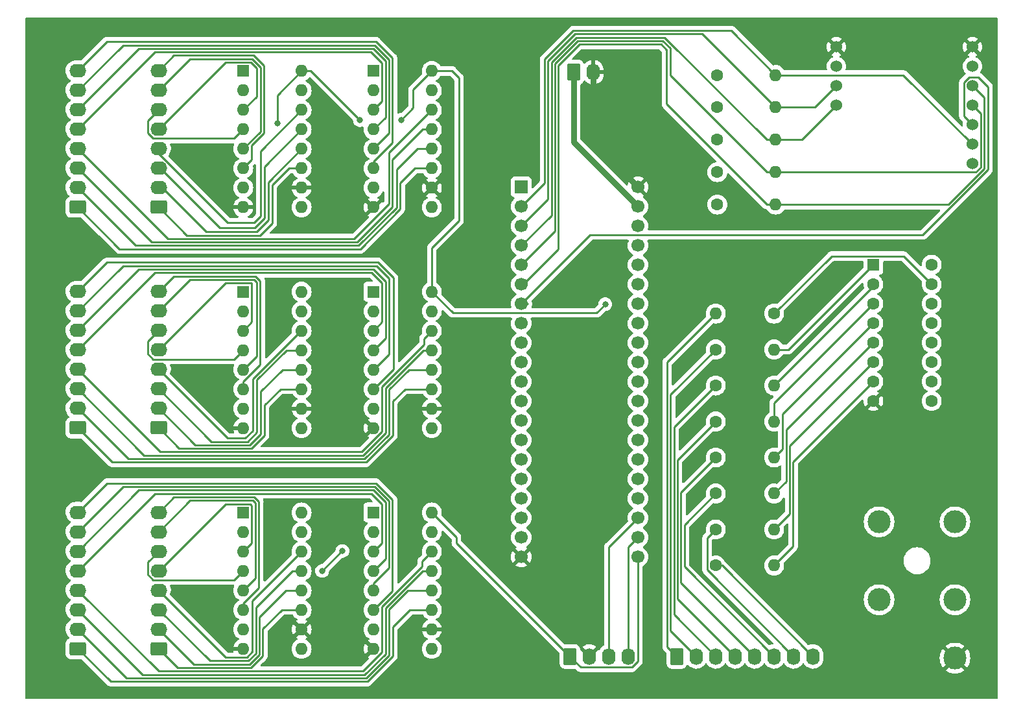
<source format=gbr>
%TF.GenerationSoftware,KiCad,Pcbnew,7.0.9*%
%TF.CreationDate,2024-01-02T20:59:46+01:00*%
%TF.ProjectId,daisy-drums,64616973-792d-4647-9275-6d732e6b6963,v01*%
%TF.SameCoordinates,Original*%
%TF.FileFunction,Copper,L1,Top*%
%TF.FilePolarity,Positive*%
%FSLAX46Y46*%
G04 Gerber Fmt 4.6, Leading zero omitted, Abs format (unit mm)*
G04 Created by KiCad (PCBNEW 7.0.9) date 2024-01-02 20:59:46*
%MOMM*%
%LPD*%
G01*
G04 APERTURE LIST*
G04 Aperture macros list*
%AMRoundRect*
0 Rectangle with rounded corners*
0 $1 Rounding radius*
0 $2 $3 $4 $5 $6 $7 $8 $9 X,Y pos of 4 corners*
0 Add a 4 corners polygon primitive as box body*
4,1,4,$2,$3,$4,$5,$6,$7,$8,$9,$2,$3,0*
0 Add four circle primitives for the rounded corners*
1,1,$1+$1,$2,$3*
1,1,$1+$1,$4,$5*
1,1,$1+$1,$6,$7*
1,1,$1+$1,$8,$9*
0 Add four rect primitives between the rounded corners*
20,1,$1+$1,$2,$3,$4,$5,0*
20,1,$1+$1,$4,$5,$6,$7,0*
20,1,$1+$1,$6,$7,$8,$9,0*
20,1,$1+$1,$8,$9,$2,$3,0*%
G04 Aperture macros list end*
%TA.AperFunction,ComponentPad*%
%ADD10C,1.600000*%
%TD*%
%TA.AperFunction,ComponentPad*%
%ADD11O,1.600000X1.600000*%
%TD*%
%TA.AperFunction,ComponentPad*%
%ADD12R,1.600000X1.600000*%
%TD*%
%TA.AperFunction,ComponentPad*%
%ADD13R,1.700000X1.700000*%
%TD*%
%TA.AperFunction,ComponentPad*%
%ADD14C,1.700000*%
%TD*%
%TA.AperFunction,ComponentPad*%
%ADD15RoundRect,0.250000X-0.620000X-0.845000X0.620000X-0.845000X0.620000X0.845000X-0.620000X0.845000X0*%
%TD*%
%TA.AperFunction,ComponentPad*%
%ADD16O,1.740000X2.190000*%
%TD*%
%TA.AperFunction,ComponentPad*%
%ADD17C,3.000000*%
%TD*%
%TA.AperFunction,ComponentPad*%
%ADD18RoundRect,0.250000X0.845000X-0.620000X0.845000X0.620000X-0.845000X0.620000X-0.845000X-0.620000X0*%
%TD*%
%TA.AperFunction,ComponentPad*%
%ADD19O,2.190000X1.740000*%
%TD*%
%TA.AperFunction,ComponentPad*%
%ADD20C,1.524000*%
%TD*%
%TA.AperFunction,ViaPad*%
%ADD21C,0.800000*%
%TD*%
%TA.AperFunction,Conductor*%
%ADD22C,0.250000*%
%TD*%
%TA.AperFunction,Conductor*%
%ADD23C,0.762000*%
%TD*%
G04 APERTURE END LIST*
D10*
%TO.P,R1,1*%
%TO.N,VCC*%
X217373200Y-58258312D03*
D11*
%TO.P,R1,2*%
%TO.N,Net-(A1-SD_DATA_0)*%
X224993200Y-58258312D03*
%TD*%
D10*
%TO.P,R11,1*%
%TO.N,Net-(J11-Pin_6)*%
X217170000Y-100185690D03*
D11*
%TO.P,R11,2*%
%TO.N,Net-(U6-QF)*%
X224790000Y-100185690D03*
%TD*%
D10*
%TO.P,R7,1*%
%TO.N,Net-(J11-Pin_2)*%
X217170000Y-81403538D03*
D11*
%TO.P,R7,2*%
%TO.N,Net-(U6-QB)*%
X224790000Y-81403538D03*
%TD*%
D12*
%TO.P,U6,1,QB*%
%TO.N,Net-(U6-QB)*%
X237744000Y-70340000D03*
D10*
%TO.P,U6,2,QC*%
%TO.N,Net-(U6-QC)*%
X237744000Y-72880000D03*
%TO.P,U6,3,QD*%
%TO.N,Net-(U6-QD)*%
X237744000Y-75420000D03*
%TO.P,U6,4,QE*%
%TO.N,Net-(U6-QE)*%
X237744000Y-77960000D03*
%TO.P,U6,5,QF*%
%TO.N,Net-(U6-QF)*%
X237744000Y-80500000D03*
%TO.P,U6,6,QG*%
%TO.N,Net-(U6-QG)*%
X237744000Y-83040000D03*
%TO.P,U6,7,QH*%
%TO.N,Net-(U6-QH)*%
X237744000Y-85580000D03*
%TO.P,U6,8,GND*%
%TO.N,GND*%
X237744000Y-88120000D03*
%TO.P,U6,9,QH'*%
%TO.N,unconnected-(U6-QH'-Pad9)*%
X245364000Y-88120000D03*
%TO.P,U6,10,~{SRCLR}*%
%TO.N,Net-(A1-SAI2_MCLK)*%
X245364000Y-85580000D03*
%TO.P,U6,11,SRCLK*%
%TO.N,Net-(A1-SAI2_SD_B)*%
X245364000Y-83040000D03*
%TO.P,U6,12,RCLK*%
%TO.N,Net-(A1-SAI2_SD_A)*%
X245364000Y-80500000D03*
%TO.P,U6,13,~{OE}*%
%TO.N,Net-(A1-SAI2_FS)*%
X245364000Y-77960000D03*
%TO.P,U6,14,SER*%
%TO.N,Net-(A1-SAI2_SCK)*%
X245364000Y-75420000D03*
%TO.P,U6,15,QA*%
%TO.N,Net-(U6-QA)*%
X245364000Y-72880000D03*
%TO.P,U6,16,VCC*%
%TO.N,VCC*%
X245364000Y-70340000D03*
%TD*%
D13*
%TO.P,A1,1,USB_ID*%
%TO.N,unconnected-(A1-USB_ID-Pad1)*%
X191770000Y-60198000D03*
D14*
%TO.P,A1,2,SD_DATA_3*%
%TO.N,Net-(A1-SD_DATA_3)*%
X191770000Y-62738000D03*
%TO.P,A1,3,SD_DATA_2*%
%TO.N,Net-(A1-SD_DATA_2)*%
X191770000Y-65278000D03*
%TO.P,A1,4,SD_DATA_1*%
%TO.N,Net-(A1-SD_DATA_1)*%
X191770000Y-67818000D03*
%TO.P,A1,5,SD_DATA_0*%
%TO.N,Net-(A1-SD_DATA_0)*%
X191770000Y-70358000D03*
%TO.P,A1,6,SD_CMD*%
%TO.N,Net-(A1-SD_CMD)*%
X191770000Y-72898000D03*
%TO.P,A1,7,SD_CLK*%
%TO.N,Net-(A1-SD_CLK)*%
X191770000Y-75438000D03*
%TO.P,A1,8,SPI1_CS*%
%TO.N,Net-(A1-SPI1_CS)*%
X191770000Y-77978000D03*
%TO.P,A1,9,SPI1_SCK*%
%TO.N,Net-(A1-SPI1_SCK)*%
X191770000Y-80518000D03*
%TO.P,A1,10,SPI1_POCI*%
%TO.N,Net-(A1-SPI1_POCI)*%
X191770000Y-83058000D03*
%TO.P,A1,11,SPI1_PICO*%
%TO.N,Net-(A1-SPI1_PICO)*%
X191770000Y-85598000D03*
%TO.P,A1,12,I2C1_SCL*%
%TO.N,Net-(A1-I2C1_SCL)*%
X191770000Y-88138000D03*
%TO.P,A1,13,I2C1_SDA*%
%TO.N,Net-(A1-I2C1_SDA)*%
X191770000Y-90678000D03*
%TO.P,A1,14,USART1_TX*%
%TO.N,Net-(A1-USART1_TX)*%
X191770000Y-93218000D03*
%TO.P,A1,15,USART1_RX*%
%TO.N,Net-(A1-USART1_RX)*%
X191770000Y-95758000D03*
%TO.P,A1,16,AUDIO_IN_1*%
%TO.N,unconnected-(A1-AUDIO_IN_1-Pad16)*%
X191770000Y-98298000D03*
%TO.P,A1,17,AUDIO_IN_2*%
%TO.N,unconnected-(A1-AUDIO_IN_2-Pad17)*%
X191770000Y-100838000D03*
%TO.P,A1,18,AUDIO_OUT_1*%
%TO.N,Net-(A1-AUDIO_OUT_1)*%
X191770000Y-103378000D03*
%TO.P,A1,19,AUDIO_OUT_2*%
%TO.N,Net-(A1-AUDIO_OUT_2)*%
X191770000Y-105918000D03*
%TO.P,A1,20,AGND*%
%TO.N,GND*%
X191770000Y-108458000D03*
%TO.P,A1,21,3V3_A*%
%TO.N,VCC*%
X207010000Y-108458000D03*
%TO.P,A1,22,ADC_0*%
%TO.N,Net-(A1-ADC_0)*%
X207010000Y-105918000D03*
%TO.P,A1,23,ADC_1*%
%TO.N,Net-(A1-ADC_1)*%
X207010000Y-103378000D03*
%TO.P,A1,24,ADC_2*%
%TO.N,Net-(A1-ADC_2)*%
X207010000Y-100838000D03*
%TO.P,A1,25,ADC_3*%
%TO.N,unconnected-(A1-ADC_3-Pad25)*%
X207010000Y-98298000D03*
%TO.P,A1,26,ADC_4*%
%TO.N,unconnected-(A1-ADC_4-Pad26)*%
X207010000Y-95758000D03*
%TO.P,A1,27,ADC_5*%
%TO.N,unconnected-(A1-ADC_5-Pad27)*%
X207010000Y-93218000D03*
%TO.P,A1,28,ADC_6*%
%TO.N,unconnected-(A1-ADC_6-Pad28)*%
X207010000Y-90678000D03*
%TO.P,A1,29,DAC_OUT2*%
%TO.N,unconnected-(A1-DAC_OUT2-Pad29)*%
X207010000Y-88138000D03*
%TO.P,A1,30,DAC_OUT1*%
%TO.N,unconnected-(A1-DAC_OUT1-Pad30)*%
X207010000Y-85598000D03*
%TO.P,A1,31,SAI2_MCLK*%
%TO.N,Net-(A1-SAI2_MCLK)*%
X207010000Y-83058000D03*
%TO.P,A1,32,SAI2_SD_B*%
%TO.N,Net-(A1-SAI2_SD_B)*%
X207010000Y-80518000D03*
%TO.P,A1,33,SAI2_SD_A*%
%TO.N,Net-(A1-SAI2_SD_A)*%
X207010000Y-77978000D03*
%TO.P,A1,34,SAI2_FS*%
%TO.N,Net-(A1-SAI2_FS)*%
X207010000Y-75438000D03*
%TO.P,A1,35,SAI2_SCK*%
%TO.N,Net-(A1-SAI2_SCK)*%
X207010000Y-72898000D03*
%TO.P,A1,36,USB_D_-*%
%TO.N,unconnected-(A1-USB_D_--Pad36)*%
X207010000Y-70358000D03*
%TO.P,A1,37,USB_D_+*%
%TO.N,unconnected-(A1-USB_D_+-Pad37)*%
X207010000Y-67818000D03*
%TO.P,A1,38,3V3_D*%
%TO.N,unconnected-(A1-3V3_D-Pad38)*%
X207010000Y-65278000D03*
%TO.P,A1,39,VIN*%
%TO.N,Net-(A1-VIN)*%
X207010000Y-62738000D03*
%TO.P,A1,40,DGND*%
%TO.N,GND*%
X207010000Y-60198000D03*
%TD*%
D12*
%TO.P,U5,1,~{PL}*%
%TO.N,Net-(A1-SPI1_CS)*%
X172466000Y-45059600D03*
D11*
%TO.P,U5,2,CP*%
%TO.N,Net-(A1-SPI1_SCK)*%
X172466000Y-47599600D03*
%TO.P,U5,3,D4*%
%TO.N,Net-(J3-Pin_5)*%
X172466000Y-50139600D03*
%TO.P,U5,4,D5*%
%TO.N,Net-(J3-Pin_6)*%
X172466000Y-52679600D03*
%TO.P,U5,5,D6*%
%TO.N,Net-(J3-Pin_7)*%
X172466000Y-55219600D03*
%TO.P,U5,6,D7*%
%TO.N,Net-(J3-Pin_8)*%
X172466000Y-57759600D03*
%TO.P,U5,7,~{Q7}*%
%TO.N,unconnected-(U5-~{Q7}-Pad7)*%
X172466000Y-60299600D03*
%TO.P,U5,8,GND*%
%TO.N,GND*%
X172466000Y-62839600D03*
%TO.P,U5,9,Q7*%
%TO.N,Net-(A1-SPI1_PICO)*%
X180086000Y-62839600D03*
%TO.P,U5,10,DS*%
%TO.N,GND*%
X180086000Y-60299600D03*
%TO.P,U5,11,D0*%
%TO.N,Net-(J3-Pin_1)*%
X180086000Y-57759600D03*
%TO.P,U5,12,D1*%
%TO.N,Net-(J3-Pin_2)*%
X180086000Y-55219600D03*
%TO.P,U5,13,D2*%
%TO.N,Net-(J3-Pin_3)*%
X180086000Y-52679600D03*
%TO.P,U5,14,D3*%
%TO.N,Net-(J3-Pin_4)*%
X180086000Y-50139600D03*
%TO.P,U5,15,~{CE}*%
%TO.N,Net-(A1-SPI1_POCI)*%
X180086000Y-47599600D03*
%TO.P,U5,16,VCC*%
%TO.N,VCC*%
X180086000Y-45059600D03*
%TD*%
D15*
%TO.P,J2,1,Pin_1*%
%TO.N,Net-(A1-VIN)*%
X198628000Y-45212000D03*
D16*
%TO.P,J2,2,Pin_2*%
%TO.N,GND*%
X201168000Y-45212000D03*
%TD*%
D10*
%TO.P,R10,1*%
%TO.N,Net-(J11-Pin_5)*%
X217170000Y-95490152D03*
D11*
%TO.P,R10,2*%
%TO.N,Net-(U6-QE)*%
X224790000Y-95490152D03*
%TD*%
D15*
%TO.P,J12,1,Pin_1*%
%TO.N,VCC*%
X198120000Y-121452000D03*
D16*
%TO.P,J12,2,Pin_2*%
%TO.N,GND*%
X200660000Y-121452000D03*
%TO.P,J12,3,Pin_3*%
%TO.N,Net-(A1-ADC_1)*%
X203200000Y-121452000D03*
%TO.P,J12,4,Pin_4*%
%TO.N,Net-(A1-ADC_0)*%
X205740000Y-121452000D03*
%TD*%
D10*
%TO.P,R3,1*%
%TO.N,VCC*%
X217373200Y-49806942D03*
D11*
%TO.P,R3,2*%
%TO.N,Net-(A1-SD_DATA_2)*%
X224993200Y-49806942D03*
%TD*%
D15*
%TO.P,J11,1,Pin_1*%
%TO.N,Net-(J11-Pin_1)*%
X212090000Y-121452000D03*
D16*
%TO.P,J11,2,Pin_2*%
%TO.N,Net-(J11-Pin_2)*%
X214630000Y-121452000D03*
%TO.P,J11,3,Pin_3*%
%TO.N,Net-(J11-Pin_3)*%
X217170000Y-121452000D03*
%TO.P,J11,4,Pin_4*%
%TO.N,Net-(J11-Pin_4)*%
X219710000Y-121452000D03*
%TO.P,J11,5,Pin_5*%
%TO.N,Net-(J11-Pin_5)*%
X222250000Y-121452000D03*
%TO.P,J11,6,Pin_6*%
%TO.N,Net-(J11-Pin_6)*%
X224790000Y-121452000D03*
%TO.P,J11,7,Pin_7*%
%TO.N,Net-(J11-Pin_7)*%
X227330000Y-121452000D03*
%TO.P,J11,8,Pin_8*%
%TO.N,Net-(J11-Pin_8)*%
X229870000Y-121452000D03*
%TD*%
D17*
%TO.P,CON1,R*%
%TO.N,Net-(A1-AUDIO_OUT_1)*%
X248412000Y-114046000D03*
%TO.P,CON1,RB*%
%TO.N,unconnected-(CON1-PadRB)*%
X238502000Y-114046000D03*
%TO.P,CON1,S*%
%TO.N,GND*%
X248412000Y-121666000D03*
%TO.P,CON1,T*%
%TO.N,Net-(A1-AUDIO_OUT_2)*%
X248412000Y-103886000D03*
%TO.P,CON1,TB*%
%TO.N,unconnected-(CON1-PadTB)*%
X238502000Y-103886000D03*
%TD*%
D18*
%TO.P,J7,1,Pin_1*%
%TO.N,Net-(J7-Pin_1)*%
X144414400Y-91628200D03*
D19*
%TO.P,J7,2,Pin_2*%
%TO.N,Net-(J7-Pin_2)*%
X144414400Y-89088200D03*
%TO.P,J7,3,Pin_3*%
%TO.N,Net-(J7-Pin_3)*%
X144414400Y-86548200D03*
%TO.P,J7,4,Pin_4*%
%TO.N,Net-(J7-Pin_4)*%
X144414400Y-84008200D03*
%TO.P,J7,5,Pin_5*%
%TO.N,Net-(J7-Pin_5)*%
X144414400Y-81468200D03*
%TO.P,J7,6,Pin_6*%
%TO.N,Net-(J7-Pin_6)*%
X144414400Y-78928200D03*
%TO.P,J7,7,Pin_7*%
%TO.N,Net-(J7-Pin_7)*%
X144414400Y-76388200D03*
%TO.P,J7,8,Pin_8*%
%TO.N,Net-(J7-Pin_8)*%
X144414400Y-73848200D03*
%TD*%
D12*
%TO.P,U2,1,~{PL}*%
%TO.N,Net-(A1-SPI1_CS)*%
X155458000Y-45059600D03*
D11*
%TO.P,U2,2,CP*%
%TO.N,Net-(A1-SPI1_SCK)*%
X155458000Y-47599600D03*
%TO.P,U2,3,D4*%
%TO.N,Net-(J6-Pin_5)*%
X155458000Y-50139600D03*
%TO.P,U2,4,D5*%
%TO.N,Net-(J6-Pin_6)*%
X155458000Y-52679600D03*
%TO.P,U2,5,D6*%
%TO.N,Net-(J6-Pin_7)*%
X155458000Y-55219600D03*
%TO.P,U2,6,D7*%
%TO.N,Net-(J6-Pin_8)*%
X155458000Y-57759600D03*
%TO.P,U2,7,~{Q7}*%
%TO.N,unconnected-(U2-~{Q7}-Pad7)*%
X155458000Y-60299600D03*
%TO.P,U2,8,GND*%
%TO.N,GND*%
X155458000Y-62839600D03*
%TO.P,U2,9,Q7*%
%TO.N,Net-(A1-I2C1_SCL)*%
X163078000Y-62839600D03*
%TO.P,U2,10,DS*%
%TO.N,GND*%
X163078000Y-60299600D03*
%TO.P,U2,11,D0*%
%TO.N,Net-(J6-Pin_1)*%
X163078000Y-57759600D03*
%TO.P,U2,12,D1*%
%TO.N,Net-(J6-Pin_2)*%
X163078000Y-55219600D03*
%TO.P,U2,13,D2*%
%TO.N,Net-(J6-Pin_3)*%
X163078000Y-52679600D03*
%TO.P,U2,14,D3*%
%TO.N,Net-(J6-Pin_4)*%
X163078000Y-50139600D03*
%TO.P,U2,15,~{CE}*%
%TO.N,Net-(A1-SPI1_POCI)*%
X163078000Y-47599600D03*
%TO.P,U2,16,VCC*%
%TO.N,VCC*%
X163078000Y-45059600D03*
%TD*%
D10*
%TO.P,R2,1*%
%TO.N,VCC*%
X217373200Y-54032627D03*
D11*
%TO.P,R2,2*%
%TO.N,Net-(A1-SD_DATA_1)*%
X224993200Y-54032627D03*
%TD*%
D10*
%TO.P,R6,1*%
%TO.N,Net-(U6-QA)*%
X224790000Y-76708000D03*
D11*
%TO.P,R6,2*%
%TO.N,Net-(J11-Pin_1)*%
X217170000Y-76708000D03*
%TD*%
D10*
%TO.P,R5,1*%
%TO.N,VCC*%
X217373200Y-62484000D03*
D11*
%TO.P,R5,2*%
%TO.N,Net-(A1-SD_CMD)*%
X224993200Y-62484000D03*
%TD*%
D20*
%TO.P,J1,1,DAT2*%
%TO.N,Net-(A1-SD_DATA_2)*%
X232918000Y-46990000D03*
%TO.P,J1,2,DAT3/CD*%
%TO.N,Net-(A1-SD_DATA_3)*%
X250698000Y-54610000D03*
%TO.P,J1,3,CMD*%
%TO.N,Net-(A1-SD_CMD)*%
X250698000Y-46990000D03*
%TO.P,J1,4,VDD*%
%TO.N,VCC*%
X232918000Y-44450000D03*
X250698000Y-44450000D03*
%TO.P,J1,5,CLK*%
%TO.N,Net-(A1-SD_CLK)*%
X250698000Y-52070000D03*
%TO.P,J1,6,VSS*%
%TO.N,GND*%
X232918000Y-41910000D03*
%TO.P,J1,7,DAT0*%
%TO.N,Net-(A1-SD_DATA_0)*%
X250698000Y-49530000D03*
%TO.P,J1,8,DAT1*%
%TO.N,Net-(A1-SD_DATA_1)*%
X232918000Y-49530000D03*
%TO.P,J1,9,SHIELD*%
%TO.N,GND*%
X250698000Y-41910000D03*
%TO.P,J1,10*%
%TO.N,N/C*%
X250698000Y-57150000D03*
%TD*%
D10*
%TO.P,R8,1*%
%TO.N,Net-(J11-Pin_3)*%
X217170000Y-86099076D03*
D11*
%TO.P,R8,2*%
%TO.N,Net-(U6-QC)*%
X224790000Y-86099076D03*
%TD*%
D12*
%TO.P,U1,1,~{PL}*%
%TO.N,Net-(A1-SPI1_CS)*%
X155458000Y-102666800D03*
D11*
%TO.P,U1,2,CP*%
%TO.N,Net-(A1-SPI1_SCK)*%
X155458000Y-105206800D03*
%TO.P,U1,3,D4*%
%TO.N,Net-(J8-Pin_5)*%
X155458000Y-107746800D03*
%TO.P,U1,4,D5*%
%TO.N,Net-(J8-Pin_6)*%
X155458000Y-110286800D03*
%TO.P,U1,5,D6*%
%TO.N,Net-(J8-Pin_7)*%
X155458000Y-112826800D03*
%TO.P,U1,6,D7*%
%TO.N,Net-(J8-Pin_8)*%
X155458000Y-115366800D03*
%TO.P,U1,7,~{Q7}*%
%TO.N,unconnected-(U1-~{Q7}-Pad7)*%
X155458000Y-117906800D03*
%TO.P,U1,8,GND*%
%TO.N,GND*%
X155458000Y-120446800D03*
%TO.P,U1,9,Q7*%
%TO.N,Net-(A1-USART1_RX)*%
X163078000Y-120446800D03*
%TO.P,U1,10,DS*%
%TO.N,GND*%
X163078000Y-117906800D03*
%TO.P,U1,11,D0*%
%TO.N,Net-(J8-Pin_1)*%
X163078000Y-115366800D03*
%TO.P,U1,12,D1*%
%TO.N,Net-(J8-Pin_2)*%
X163078000Y-112826800D03*
%TO.P,U1,13,D2*%
%TO.N,Net-(J8-Pin_3)*%
X163078000Y-110286800D03*
%TO.P,U1,14,D3*%
%TO.N,Net-(J8-Pin_4)*%
X163078000Y-107746800D03*
%TO.P,U1,15,~{CE}*%
%TO.N,Net-(A1-SPI1_POCI)*%
X163078000Y-105206800D03*
%TO.P,U1,16,VCC*%
%TO.N,VCC*%
X163078000Y-102666800D03*
%TD*%
D18*
%TO.P,J4,1,Pin_1*%
%TO.N,Net-(J4-Pin_1)*%
X133848000Y-91628200D03*
D19*
%TO.P,J4,2,Pin_2*%
%TO.N,Net-(J4-Pin_2)*%
X133848000Y-89088200D03*
%TO.P,J4,3,Pin_3*%
%TO.N,Net-(J4-Pin_3)*%
X133848000Y-86548200D03*
%TO.P,J4,4,Pin_4*%
%TO.N,Net-(J4-Pin_4)*%
X133848000Y-84008200D03*
%TO.P,J4,5,Pin_5*%
%TO.N,Net-(J4-Pin_5)*%
X133848000Y-81468200D03*
%TO.P,J4,6,Pin_6*%
%TO.N,Net-(J4-Pin_6)*%
X133848000Y-78928200D03*
%TO.P,J4,7,Pin_7*%
%TO.N,Net-(J4-Pin_7)*%
X133848000Y-76388200D03*
%TO.P,J4,8,Pin_8*%
%TO.N,Net-(J4-Pin_8)*%
X133848000Y-73848200D03*
%TD*%
D12*
%TO.P,U7,1,~{PL}*%
%TO.N,Net-(A1-SPI1_CS)*%
X155458000Y-73863200D03*
D11*
%TO.P,U7,2,CP*%
%TO.N,Net-(A1-SPI1_SCK)*%
X155458000Y-76403200D03*
%TO.P,U7,3,D4*%
%TO.N,Net-(J7-Pin_5)*%
X155458000Y-78943200D03*
%TO.P,U7,4,D5*%
%TO.N,Net-(J7-Pin_6)*%
X155458000Y-81483200D03*
%TO.P,U7,5,D6*%
%TO.N,Net-(J7-Pin_7)*%
X155458000Y-84023200D03*
%TO.P,U7,6,D7*%
%TO.N,Net-(J7-Pin_8)*%
X155458000Y-86563200D03*
%TO.P,U7,7,~{Q7}*%
%TO.N,unconnected-(U7-~{Q7}-Pad7)*%
X155458000Y-89103200D03*
%TO.P,U7,8,GND*%
%TO.N,GND*%
X155458000Y-91643200D03*
%TO.P,U7,9,Q7*%
%TO.N,Net-(A1-I2C1_SDA)*%
X163078000Y-91643200D03*
%TO.P,U7,10,DS*%
%TO.N,GND*%
X163078000Y-89103200D03*
%TO.P,U7,11,D0*%
%TO.N,Net-(J7-Pin_1)*%
X163078000Y-86563200D03*
%TO.P,U7,12,D1*%
%TO.N,Net-(J7-Pin_2)*%
X163078000Y-84023200D03*
%TO.P,U7,13,D2*%
%TO.N,Net-(J7-Pin_3)*%
X163078000Y-81483200D03*
%TO.P,U7,14,D3*%
%TO.N,Net-(J7-Pin_4)*%
X163078000Y-78943200D03*
%TO.P,U7,15,~{CE}*%
%TO.N,Net-(A1-SPI1_POCI)*%
X163078000Y-76403200D03*
%TO.P,U7,16,VCC*%
%TO.N,VCC*%
X163078000Y-73863200D03*
%TD*%
D10*
%TO.P,R12,1*%
%TO.N,Net-(J11-Pin_7)*%
X217170000Y-104881228D03*
D11*
%TO.P,R12,2*%
%TO.N,Net-(U6-QG)*%
X224790000Y-104881228D03*
%TD*%
D18*
%TO.P,J5,1,Pin_1*%
%TO.N,Net-(J5-Pin_1)*%
X133848000Y-120431800D03*
D19*
%TO.P,J5,2,Pin_2*%
%TO.N,Net-(J5-Pin_2)*%
X133848000Y-117891800D03*
%TO.P,J5,3,Pin_3*%
%TO.N,Net-(J5-Pin_3)*%
X133848000Y-115351800D03*
%TO.P,J5,4,Pin_4*%
%TO.N,Net-(J5-Pin_4)*%
X133848000Y-112811800D03*
%TO.P,J5,5,Pin_5*%
%TO.N,Net-(J5-Pin_5)*%
X133848000Y-110271800D03*
%TO.P,J5,6,Pin_6*%
%TO.N,Net-(J5-Pin_6)*%
X133848000Y-107731800D03*
%TO.P,J5,7,Pin_7*%
%TO.N,Net-(J5-Pin_7)*%
X133848000Y-105191800D03*
%TO.P,J5,8,Pin_8*%
%TO.N,Net-(J5-Pin_8)*%
X133848000Y-102651800D03*
%TD*%
D18*
%TO.P,J8,1,Pin_1*%
%TO.N,Net-(J8-Pin_1)*%
X144414400Y-120431800D03*
D19*
%TO.P,J8,2,Pin_2*%
%TO.N,Net-(J8-Pin_2)*%
X144414400Y-117891800D03*
%TO.P,J8,3,Pin_3*%
%TO.N,Net-(J8-Pin_3)*%
X144414400Y-115351800D03*
%TO.P,J8,4,Pin_4*%
%TO.N,Net-(J8-Pin_4)*%
X144414400Y-112811800D03*
%TO.P,J8,5,Pin_5*%
%TO.N,Net-(J8-Pin_5)*%
X144414400Y-110271800D03*
%TO.P,J8,6,Pin_6*%
%TO.N,Net-(J8-Pin_6)*%
X144414400Y-107731800D03*
%TO.P,J8,7,Pin_7*%
%TO.N,Net-(J8-Pin_7)*%
X144414400Y-105191800D03*
%TO.P,J8,8,Pin_8*%
%TO.N,Net-(J8-Pin_8)*%
X144414400Y-102651800D03*
%TD*%
D18*
%TO.P,J6,1,Pin_1*%
%TO.N,Net-(J6-Pin_1)*%
X144414400Y-62824600D03*
D19*
%TO.P,J6,2,Pin_2*%
%TO.N,Net-(J6-Pin_2)*%
X144414400Y-60284600D03*
%TO.P,J6,3,Pin_3*%
%TO.N,Net-(J6-Pin_3)*%
X144414400Y-57744600D03*
%TO.P,J6,4,Pin_4*%
%TO.N,Net-(J6-Pin_4)*%
X144414400Y-55204600D03*
%TO.P,J6,5,Pin_5*%
%TO.N,Net-(J6-Pin_5)*%
X144414400Y-52664600D03*
%TO.P,J6,6,Pin_6*%
%TO.N,Net-(J6-Pin_6)*%
X144414400Y-50124600D03*
%TO.P,J6,7,Pin_7*%
%TO.N,Net-(J6-Pin_7)*%
X144414400Y-47584600D03*
%TO.P,J6,8,Pin_8*%
%TO.N,Net-(J6-Pin_8)*%
X144414400Y-45044600D03*
%TD*%
D10*
%TO.P,R9,1*%
%TO.N,Net-(J11-Pin_4)*%
X217170000Y-90794614D03*
D11*
%TO.P,R9,2*%
%TO.N,Net-(U6-QD)*%
X224790000Y-90794614D03*
%TD*%
D10*
%TO.P,R4,1*%
%TO.N,VCC*%
X217373200Y-45581257D03*
D11*
%TO.P,R4,2*%
%TO.N,Net-(A1-SD_DATA_3)*%
X224993200Y-45581257D03*
%TD*%
D10*
%TO.P,R13,1*%
%TO.N,Net-(J11-Pin_8)*%
X217170000Y-109576767D03*
D11*
%TO.P,R13,2*%
%TO.N,Net-(U6-QH)*%
X224790000Y-109576767D03*
%TD*%
D12*
%TO.P,U3,1,~{PL}*%
%TO.N,Net-(A1-SPI1_CS)*%
X172466000Y-102666800D03*
D11*
%TO.P,U3,2,CP*%
%TO.N,Net-(A1-SPI1_SCK)*%
X172466000Y-105206800D03*
%TO.P,U3,3,D4*%
%TO.N,Net-(J5-Pin_5)*%
X172466000Y-107746800D03*
%TO.P,U3,4,D5*%
%TO.N,Net-(J5-Pin_6)*%
X172466000Y-110286800D03*
%TO.P,U3,5,D6*%
%TO.N,Net-(J5-Pin_7)*%
X172466000Y-112826800D03*
%TO.P,U3,6,D7*%
%TO.N,Net-(J5-Pin_8)*%
X172466000Y-115366800D03*
%TO.P,U3,7,~{Q7}*%
%TO.N,unconnected-(U3-~{Q7}-Pad7)*%
X172466000Y-117906800D03*
%TO.P,U3,8,GND*%
%TO.N,GND*%
X172466000Y-120446800D03*
%TO.P,U3,9,Q7*%
%TO.N,Net-(A1-ADC_2)*%
X180086000Y-120446800D03*
%TO.P,U3,10,DS*%
%TO.N,GND*%
X180086000Y-117906800D03*
%TO.P,U3,11,D0*%
%TO.N,Net-(J5-Pin_1)*%
X180086000Y-115366800D03*
%TO.P,U3,12,D1*%
%TO.N,Net-(J5-Pin_2)*%
X180086000Y-112826800D03*
%TO.P,U3,13,D2*%
%TO.N,Net-(J5-Pin_3)*%
X180086000Y-110286800D03*
%TO.P,U3,14,D3*%
%TO.N,Net-(J5-Pin_4)*%
X180086000Y-107746800D03*
%TO.P,U3,15,~{CE}*%
%TO.N,Net-(A1-SPI1_POCI)*%
X180086000Y-105206800D03*
%TO.P,U3,16,VCC*%
%TO.N,VCC*%
X180086000Y-102666800D03*
%TD*%
D18*
%TO.P,J3,1,Pin_1*%
%TO.N,Net-(J3-Pin_1)*%
X133848000Y-62824600D03*
D19*
%TO.P,J3,2,Pin_2*%
%TO.N,Net-(J3-Pin_2)*%
X133848000Y-60284600D03*
%TO.P,J3,3,Pin_3*%
%TO.N,Net-(J3-Pin_3)*%
X133848000Y-57744600D03*
%TO.P,J3,4,Pin_4*%
%TO.N,Net-(J3-Pin_4)*%
X133848000Y-55204600D03*
%TO.P,J3,5,Pin_5*%
%TO.N,Net-(J3-Pin_5)*%
X133848000Y-52664600D03*
%TO.P,J3,6,Pin_6*%
%TO.N,Net-(J3-Pin_6)*%
X133848000Y-50124600D03*
%TO.P,J3,7,Pin_7*%
%TO.N,Net-(J3-Pin_7)*%
X133848000Y-47584600D03*
%TO.P,J3,8,Pin_8*%
%TO.N,Net-(J3-Pin_8)*%
X133848000Y-45044600D03*
%TD*%
D12*
%TO.P,U4,1,~{PL}*%
%TO.N,Net-(A1-SPI1_CS)*%
X172466000Y-73863200D03*
D11*
%TO.P,U4,2,CP*%
%TO.N,Net-(A1-SPI1_SCK)*%
X172466000Y-76403200D03*
%TO.P,U4,3,D4*%
%TO.N,Net-(J4-Pin_5)*%
X172466000Y-78943200D03*
%TO.P,U4,4,D5*%
%TO.N,Net-(J4-Pin_6)*%
X172466000Y-81483200D03*
%TO.P,U4,5,D6*%
%TO.N,Net-(J4-Pin_7)*%
X172466000Y-84023200D03*
%TO.P,U4,6,D7*%
%TO.N,Net-(J4-Pin_8)*%
X172466000Y-86563200D03*
%TO.P,U4,7,~{Q7}*%
%TO.N,unconnected-(U4-~{Q7}-Pad7)*%
X172466000Y-89103200D03*
%TO.P,U4,8,GND*%
%TO.N,GND*%
X172466000Y-91643200D03*
%TO.P,U4,9,Q7*%
%TO.N,Net-(A1-USART1_TX)*%
X180086000Y-91643200D03*
%TO.P,U4,10,DS*%
%TO.N,GND*%
X180086000Y-89103200D03*
%TO.P,U4,11,D0*%
%TO.N,Net-(J4-Pin_1)*%
X180086000Y-86563200D03*
%TO.P,U4,12,D1*%
%TO.N,Net-(J4-Pin_2)*%
X180086000Y-84023200D03*
%TO.P,U4,13,D2*%
%TO.N,Net-(J4-Pin_3)*%
X180086000Y-81483200D03*
%TO.P,U4,14,D3*%
%TO.N,Net-(J4-Pin_4)*%
X180086000Y-78943200D03*
%TO.P,U4,15,~{CE}*%
%TO.N,Net-(A1-SPI1_POCI)*%
X180086000Y-76403200D03*
%TO.P,U4,16,VCC*%
%TO.N,VCC*%
X180086000Y-73863200D03*
%TD*%
D21*
%TO.N,Net-(A1-SPI1_CS)*%
X165760400Y-110286800D03*
X168402000Y-107696000D03*
%TO.N,VCC*%
X202742800Y-75488800D03*
X159918400Y-51917600D03*
X170688000Y-51460400D03*
X176072800Y-51460400D03*
%TD*%
D22*
%TO.N,Net-(A1-SD_DATA_3)*%
X219188343Y-39776400D02*
X224993200Y-45581257D01*
X241669257Y-45581257D02*
X250698000Y-54610000D01*
X224993200Y-45581257D02*
X241669257Y-45581257D01*
X194818000Y-43535600D02*
X198577200Y-39776400D01*
X191770000Y-62738000D02*
X194818000Y-59690000D01*
X198577200Y-39776400D02*
X219188343Y-39776400D01*
X194818000Y-59690000D02*
X194818000Y-43535600D01*
%TO.N,Net-(A1-SD_DATA_2)*%
X195268000Y-43721996D02*
X198763596Y-40226400D01*
X215412658Y-40226400D02*
X214020400Y-40226400D01*
X198763596Y-40226400D02*
X214020400Y-40226400D01*
X224993200Y-49806942D02*
X215412658Y-40226400D01*
X230101058Y-49806942D02*
X232918000Y-46990000D01*
X191770000Y-65278000D02*
X195268000Y-61780000D01*
X224993200Y-49806942D02*
X230101058Y-49806942D01*
X195268000Y-61780000D02*
X195268000Y-43721996D01*
%TO.N,Net-(A1-SD_DATA_1)*%
X224993200Y-54032627D02*
X228415373Y-54032627D01*
X195718000Y-43908392D02*
X198949992Y-40676400D01*
X223861830Y-54032627D02*
X210505603Y-40676400D01*
X191770000Y-67818000D02*
X195718000Y-63870000D01*
X210505603Y-40676400D02*
X209499200Y-40676400D01*
X228415373Y-54032627D02*
X232918000Y-49530000D01*
X195718000Y-63870000D02*
X195718000Y-43908392D01*
X198949992Y-40676400D02*
X209499200Y-40676400D01*
X224993200Y-54032627D02*
X223861830Y-54032627D01*
%TO.N,Net-(A1-SD_DATA_0)*%
X224993200Y-58258312D02*
X251126939Y-58258312D01*
X211205802Y-45602284D02*
X211205802Y-42092602D01*
X251126939Y-58258312D02*
X251785000Y-57600251D01*
X224993200Y-58258312D02*
X223861830Y-58258312D01*
X196168000Y-65960000D02*
X191770000Y-70358000D01*
X199136388Y-41126400D02*
X196168000Y-44094788D01*
X196168000Y-44094788D02*
X196168000Y-65960000D01*
X211205802Y-42092602D02*
X210239600Y-41126400D01*
X251785000Y-57600251D02*
X251785000Y-50617000D01*
X210239600Y-41126400D02*
X199136388Y-41126400D01*
X223861830Y-58258312D02*
X211205802Y-45602284D01*
X251785000Y-50617000D02*
X250698000Y-49530000D01*
%TO.N,Net-(A1-SD_CMD)*%
X223861830Y-62484000D02*
X210755802Y-49377972D01*
X224993200Y-62484000D02*
X247537647Y-62484000D01*
X210053204Y-41576400D02*
X210755802Y-42278998D01*
X191770000Y-73152000D02*
X196618000Y-68304000D01*
X196618000Y-44326400D02*
X199368000Y-41576400D01*
X210755802Y-49377972D02*
X210755802Y-45008800D01*
X210755802Y-42278998D02*
X210755802Y-45824238D01*
X191770000Y-72898000D02*
X191770000Y-73152000D01*
X247537647Y-62484000D02*
X252235000Y-57786647D01*
X199368000Y-41576400D02*
X210053204Y-41576400D01*
X252235000Y-48527000D02*
X250698000Y-46990000D01*
X252235000Y-57786647D02*
X252235000Y-48527000D01*
X196618000Y-68304000D02*
X196618000Y-44326400D01*
X224993200Y-62484000D02*
X223861830Y-62484000D01*
%TO.N,Net-(A1-SD_CLK)*%
X200755000Y-66453000D02*
X244205043Y-66453000D01*
X251483651Y-45872400D02*
X250278349Y-45872400D01*
X250278349Y-45872400D02*
X249580400Y-46570349D01*
X252730000Y-47118749D02*
X251483651Y-45872400D01*
X249580400Y-50952400D02*
X250698000Y-52070000D01*
X192582800Y-75438000D02*
X191770000Y-75438000D01*
X252730000Y-57928043D02*
X252730000Y-47118749D01*
X191770000Y-75438000D02*
X200755000Y-66453000D01*
X249580400Y-46570349D02*
X249580400Y-50952400D01*
X244205043Y-66453000D02*
X252730000Y-57928043D01*
%TO.N,Net-(A1-SPI1_CS)*%
X168351200Y-107696000D02*
X168402000Y-107696000D01*
X165760400Y-110286800D02*
X168351200Y-107696000D01*
D23*
%TO.N,GND*%
X201168000Y-54356000D02*
X207010000Y-60198000D01*
X201168000Y-45212000D02*
X201168000Y-54356000D01*
D22*
%TO.N,VCC*%
X183289800Y-105870600D02*
X180086000Y-102666800D01*
X206234985Y-122872000D02*
X199540000Y-122872000D01*
X159918400Y-51917600D02*
X159918400Y-48219200D01*
X198120000Y-121452000D02*
X183289800Y-106621800D01*
X163078000Y-45059600D02*
X164287200Y-45059600D01*
X180086000Y-45059600D02*
X182727600Y-45059600D01*
X183642000Y-45974000D02*
X183642000Y-64566800D01*
X182727600Y-45059600D02*
X183642000Y-45974000D01*
X183289800Y-106621800D02*
X183289800Y-105870600D01*
X207010000Y-108458000D02*
X207010000Y-122096985D01*
X159918400Y-48219200D02*
X163078000Y-45059600D01*
X180086000Y-68122800D02*
X180086000Y-73863200D01*
X164287200Y-45059600D02*
X170688000Y-51460400D01*
X182835800Y-76613000D02*
X201618600Y-76613000D01*
X176072800Y-51460400D02*
X177647600Y-49885600D01*
X177647600Y-49885600D02*
X177647600Y-47498000D01*
X201618600Y-76613000D02*
X202742800Y-75488800D01*
X177647600Y-47498000D02*
X180086000Y-45059600D01*
X180086000Y-73863200D02*
X182835800Y-76613000D01*
X207010000Y-122096985D02*
X206234985Y-122872000D01*
X183642000Y-64566800D02*
X180086000Y-68122800D01*
X199540000Y-122872000D02*
X198120000Y-121452000D01*
%TO.N,Net-(A1-ADC_0)*%
X205740000Y-107188000D02*
X207010000Y-105918000D01*
X205740000Y-121452000D02*
X205740000Y-107188000D01*
%TO.N,Net-(A1-ADC_1)*%
X203200000Y-121452000D02*
X203200000Y-107188000D01*
X203200000Y-107188000D02*
X207010000Y-103378000D01*
D23*
%TO.N,Net-(A1-VIN)*%
X198628000Y-45212000D02*
X198628000Y-54356000D01*
X198628000Y-54356000D02*
X207010000Y-62738000D01*
D22*
%TO.N,Net-(J3-Pin_1)*%
X175964000Y-63052792D02*
X175964000Y-59690000D01*
X139313400Y-68290000D02*
X170726792Y-68290000D01*
X175964000Y-59690000D02*
X177894400Y-57759600D01*
X170726792Y-68290000D02*
X175964000Y-63052792D01*
X177894400Y-57759600D02*
X180086000Y-57759600D01*
X133848000Y-62824600D02*
X139313400Y-68290000D01*
%TO.N,Net-(J3-Pin_2)*%
X141403400Y-67840000D02*
X170540396Y-67840000D01*
X175514000Y-62866396D02*
X175514000Y-57912000D01*
X133848000Y-60284600D02*
X141403400Y-67840000D01*
X170540396Y-67840000D02*
X175514000Y-62866396D01*
X175514000Y-57912000D02*
X178206400Y-55219600D01*
X178206400Y-55219600D02*
X180086000Y-55219600D01*
%TO.N,Net-(J3-Pin_3)*%
X133848000Y-57744600D02*
X143493400Y-67390000D01*
X174948000Y-56642000D02*
X178910400Y-52679600D01*
X174948000Y-62796000D02*
X174948000Y-56642000D01*
X143493400Y-67390000D02*
X170354000Y-67390000D01*
X178910400Y-52679600D02*
X180086000Y-52679600D01*
X170354000Y-67390000D02*
X174948000Y-62796000D01*
%TO.N,Net-(J3-Pin_4)*%
X133848000Y-55204600D02*
X145583400Y-66940000D01*
X174498000Y-55727600D02*
X180086000Y-50139600D01*
X169956591Y-66940000D02*
X174498000Y-62398591D01*
X174498000Y-62398591D02*
X174498000Y-55727600D01*
X145583400Y-66940000D02*
X169956591Y-66940000D01*
%TO.N,Net-(J3-Pin_5)*%
X133848000Y-52664600D02*
X143928000Y-42584600D01*
X173591000Y-44051000D02*
X173591000Y-49014600D01*
X173591000Y-49014600D02*
X172466000Y-50139600D01*
X172124600Y-42584600D02*
X173591000Y-44051000D01*
X143928000Y-42584600D02*
X172124600Y-42584600D01*
%TO.N,Net-(J3-Pin_6)*%
X141838000Y-42134600D02*
X172436600Y-42134600D01*
X174041000Y-51104600D02*
X172466000Y-52679600D01*
X174041000Y-43739000D02*
X174041000Y-51104600D01*
X133848000Y-50124600D02*
X141838000Y-42134600D01*
X172436600Y-42134600D02*
X174041000Y-43739000D01*
%TO.N,Net-(J3-Pin_7)*%
X174498000Y-43559604D02*
X174498000Y-53187600D01*
X172622996Y-41684600D02*
X174498000Y-43559604D01*
X139748000Y-41684600D02*
X172622996Y-41684600D01*
X174498000Y-53187600D02*
X172466000Y-55219600D01*
X133848000Y-47584600D02*
X139748000Y-41684600D01*
%TO.N,Net-(J3-Pin_8)*%
X137658000Y-41234600D02*
X172809392Y-41234600D01*
X172466000Y-56896000D02*
X172466000Y-57759600D01*
X174948000Y-43373208D02*
X174948000Y-54414000D01*
X133848000Y-45044600D02*
X137658000Y-41234600D01*
X174948000Y-54414000D02*
X172466000Y-56896000D01*
X172809392Y-41234600D02*
X174948000Y-43373208D01*
%TO.N,Net-(J4-Pin_1)*%
X138333800Y-96114000D02*
X171495379Y-96114000D01*
X176580800Y-86563200D02*
X180086000Y-86563200D01*
X175006000Y-88138000D02*
X176580800Y-86563200D01*
X133848000Y-91628200D02*
X138333800Y-96114000D01*
X175006000Y-92603379D02*
X175006000Y-88138000D01*
X171495379Y-96114000D02*
X175006000Y-92603379D01*
%TO.N,Net-(J4-Pin_2)*%
X171308983Y-95664000D02*
X174491000Y-92481983D01*
X174491000Y-86614000D02*
X177081800Y-84023200D01*
X133848000Y-89088200D02*
X140423800Y-95664000D01*
X140423800Y-95664000D02*
X171308983Y-95664000D01*
X174491000Y-92481983D02*
X174491000Y-86614000D01*
X177081800Y-84023200D02*
X180086000Y-84023200D01*
%TO.N,Net-(J4-Pin_3)*%
X142513800Y-95214000D02*
X171122587Y-95214000D01*
X133848000Y-86548200D02*
X142513800Y-95214000D01*
X171122587Y-95214000D02*
X174041000Y-92295587D01*
X174041000Y-92295587D02*
X174041000Y-86427604D01*
X174041000Y-86427604D02*
X178985404Y-81483200D01*
X178985404Y-81483200D02*
X180086000Y-81483200D01*
%TO.N,Net-(J4-Pin_4)*%
X144603800Y-94764000D02*
X170936191Y-94764000D01*
X173591000Y-86241208D02*
X179060208Y-80772000D01*
X170936191Y-94764000D02*
X173591000Y-92109191D01*
X133848000Y-84008200D02*
X144603800Y-94764000D01*
X179060208Y-80772000D02*
X179070000Y-80772000D01*
X179551404Y-78943200D02*
X180086000Y-78943200D01*
X179070000Y-79959200D02*
X180086000Y-78943200D01*
X173591000Y-92109191D02*
X173591000Y-86241208D01*
X179070000Y-80772000D02*
X179070000Y-79959200D01*
%TO.N,Net-(J4-Pin_5)*%
X143928000Y-71388200D02*
X172241000Y-71388200D01*
X173591000Y-77818200D02*
X172466000Y-78943200D01*
X133848000Y-81468200D02*
X143928000Y-71388200D01*
X172241000Y-71388200D02*
X173591000Y-72738200D01*
X173591000Y-72738200D02*
X173591000Y-77818200D01*
%TO.N,Net-(J4-Pin_6)*%
X174041000Y-72551804D02*
X174041000Y-79908200D01*
X172427396Y-70938200D02*
X174041000Y-72551804D01*
X133848000Y-78928200D02*
X141838000Y-70938200D01*
X174041000Y-79908200D02*
X172466000Y-81483200D01*
X141838000Y-70938200D02*
X172427396Y-70938200D01*
%TO.N,Net-(J4-Pin_7)*%
X172850200Y-70488200D02*
X174491000Y-72129000D01*
X174491000Y-72129000D02*
X174491000Y-81998200D01*
X139748000Y-70488200D02*
X172850200Y-70488200D01*
X174491000Y-81998200D02*
X172466000Y-84023200D01*
X133848000Y-76388200D02*
X139748000Y-70488200D01*
%TO.N,Net-(J4-Pin_8)*%
X137658000Y-70038200D02*
X173036596Y-70038200D01*
X133848000Y-73848200D02*
X137658000Y-70038200D01*
X175063906Y-72065510D02*
X175063906Y-83965294D01*
X173036596Y-70038200D02*
X175063906Y-72065510D01*
X175063906Y-83965294D02*
X172466000Y-86563200D01*
%TO.N,Net-(J5-Pin_1)*%
X175006000Y-117602000D02*
X177241200Y-115366800D01*
X175006000Y-121406979D02*
X175006000Y-117602000D01*
X138138000Y-124721800D02*
X171691179Y-124721800D01*
X177241200Y-115366800D02*
X180086000Y-115366800D01*
X171691179Y-124721800D02*
X175006000Y-121406979D01*
X133848000Y-120431800D02*
X138138000Y-124721800D01*
%TO.N,Net-(J5-Pin_2)*%
X176987200Y-112826800D02*
X180086000Y-112826800D01*
X133848000Y-117891800D02*
X140228000Y-124271800D01*
X174498000Y-121278583D02*
X174498000Y-115316000D01*
X140228000Y-124271800D02*
X171504783Y-124271800D01*
X174498000Y-115316000D02*
X176987200Y-112826800D01*
X171504783Y-124271800D02*
X174498000Y-121278583D01*
%TO.N,Net-(J5-Pin_3)*%
X171318387Y-123821800D02*
X174041000Y-121099187D01*
X174041000Y-115136604D02*
X178890804Y-110286800D01*
X178890804Y-110286800D02*
X180086000Y-110286800D01*
X142318000Y-123821800D02*
X171318387Y-123821800D01*
X174041000Y-121099187D02*
X174041000Y-115136604D01*
X133848000Y-115351800D02*
X142318000Y-123821800D01*
%TO.N,Net-(J5-Pin_4)*%
X171131991Y-123371800D02*
X173591000Y-120912791D01*
X178816000Y-109725208D02*
X178816000Y-109016800D01*
X173591000Y-120912791D02*
X173591000Y-114950208D01*
X173591000Y-114950208D02*
X178816000Y-109725208D01*
X144408000Y-123371800D02*
X171131991Y-123371800D01*
X133848000Y-112811800D02*
X144408000Y-123371800D01*
X178816000Y-109016800D02*
X180086000Y-107746800D01*
%TO.N,Net-(J5-Pin_5)*%
X172241000Y-100191800D02*
X173591000Y-101541800D01*
X143928000Y-100191800D02*
X172241000Y-100191800D01*
X133848000Y-110271800D02*
X143928000Y-100191800D01*
X173591000Y-106621800D02*
X172466000Y-107746800D01*
X173591000Y-101541800D02*
X173591000Y-106621800D01*
%TO.N,Net-(J5-Pin_6)*%
X174041000Y-108711800D02*
X172466000Y-110286800D01*
X133848000Y-107731800D02*
X141838000Y-99741800D01*
X141838000Y-99741800D02*
X172427396Y-99741800D01*
X174041000Y-101355404D02*
X174041000Y-108711800D01*
X172427396Y-99741800D02*
X174041000Y-101355404D01*
%TO.N,Net-(J5-Pin_7)*%
X172613792Y-99291800D02*
X174491000Y-101169008D01*
X172466000Y-111877791D02*
X172466000Y-112826800D01*
X139748000Y-99291800D02*
X172613792Y-99291800D01*
X174491000Y-101169008D02*
X174491000Y-109852791D01*
X174491000Y-109852791D02*
X172466000Y-111877791D01*
X133848000Y-105191800D02*
X139748000Y-99291800D01*
%TO.N,Net-(J5-Pin_8)*%
X174941000Y-112891800D02*
X172466000Y-115366800D01*
X174941000Y-100982612D02*
X174941000Y-112891800D01*
X133848000Y-102651800D02*
X137658000Y-98841800D01*
X172800188Y-98841800D02*
X174941000Y-100982612D01*
X137658000Y-98841800D02*
X172800188Y-98841800D01*
%TO.N,Net-(J6-Pin_1)*%
X159258000Y-59944000D02*
X161442400Y-57759600D01*
X144414400Y-62824600D02*
X148079800Y-66490000D01*
X161442400Y-57759600D02*
X163078000Y-57759600D01*
X157676000Y-66490000D02*
X159258000Y-64908000D01*
X159258000Y-64908000D02*
X159258000Y-59944000D01*
X148079800Y-66490000D02*
X157676000Y-66490000D01*
%TO.N,Net-(J6-Pin_2)*%
X158750000Y-64516000D02*
X158750000Y-59547600D01*
X150622000Y-66040000D02*
X157226000Y-66040000D01*
X144414400Y-60284600D02*
X144866600Y-60284600D01*
X157226000Y-66040000D02*
X158750000Y-64516000D01*
X144866600Y-60284600D02*
X150622000Y-66040000D01*
X158750000Y-59547600D02*
X163078000Y-55219600D01*
%TO.N,Net-(J6-Pin_3)*%
X144414400Y-57744600D02*
X144414400Y-57800400D01*
X144612600Y-57744600D02*
X152400000Y-65532000D01*
X156972000Y-65532000D02*
X158242000Y-64262000D01*
X158242000Y-57515600D02*
X163078000Y-52679600D01*
X152400000Y-65532000D02*
X156972000Y-65532000D01*
X144414400Y-57744600D02*
X144612600Y-57744600D01*
X158242000Y-64262000D02*
X158242000Y-57515600D01*
%TO.N,Net-(J6-Pin_4)*%
X144414400Y-55829615D02*
X153416000Y-64831215D01*
X157734000Y-64008000D02*
X157734000Y-55483600D01*
X156910785Y-64831215D02*
X157734000Y-64008000D01*
X153416000Y-64831215D02*
X156910785Y-64831215D01*
X144414400Y-55204600D02*
X144414400Y-55829615D01*
X157734000Y-55483600D02*
X163078000Y-50139600D01*
%TO.N,Net-(J6-Pin_5)*%
X157226000Y-48371600D02*
X155458000Y-50139600D01*
X157226000Y-44704000D02*
X157226000Y-48371600D01*
X153144400Y-43934600D02*
X156456600Y-43934600D01*
X144414400Y-52664600D02*
X153144400Y-43934600D01*
X156456600Y-43934600D02*
X157226000Y-44704000D01*
%TO.N,Net-(J6-Pin_6)*%
X142994400Y-51544600D02*
X142994400Y-53159585D01*
X144414400Y-50124600D02*
X142994400Y-51544600D01*
X142994400Y-53159585D02*
X143694415Y-53859600D01*
X154278000Y-53859600D02*
X155458000Y-52679600D01*
X143694415Y-53859600D02*
X154278000Y-53859600D01*
%TO.N,Net-(J6-Pin_7)*%
X156642996Y-43484600D02*
X157734000Y-44575604D01*
X157734000Y-44575604D02*
X157734000Y-52943600D01*
X157734000Y-52943600D02*
X155458000Y-55219600D01*
X148514400Y-43484600D02*
X156642996Y-43484600D01*
X144414400Y-47584600D02*
X148514400Y-43484600D01*
%TO.N,Net-(J6-Pin_8)*%
X156583000Y-54753609D02*
X156583000Y-56634600D01*
X156583000Y-56634600D02*
X155458000Y-57759600D01*
X146424400Y-43034600D02*
X156829392Y-43034600D01*
X144414400Y-45044600D02*
X146424400Y-43034600D01*
X158184000Y-44389208D02*
X158184000Y-53152609D01*
X158184000Y-53152609D02*
X156583000Y-54753609D01*
X156829392Y-43034600D02*
X158184000Y-44389208D01*
%TO.N,Net-(J7-Pin_1)*%
X158242000Y-88646000D02*
X160324800Y-86563200D01*
X158242000Y-92584396D02*
X158242000Y-88646000D01*
X144414400Y-91628200D02*
X147100200Y-94314000D01*
X156512396Y-94314000D02*
X158242000Y-92584396D01*
X160324800Y-86563200D02*
X163078000Y-86563200D01*
X147100200Y-94314000D02*
X156512396Y-94314000D01*
%TO.N,Net-(J7-Pin_2)*%
X144414400Y-89088200D02*
X149190200Y-93864000D01*
X156326000Y-93864000D02*
X157734000Y-92456000D01*
X157734000Y-86868000D02*
X160578800Y-84023200D01*
X160578800Y-84023200D02*
X163078000Y-84023200D01*
X157734000Y-92456000D02*
X157734000Y-86868000D01*
X149190200Y-93864000D02*
X156326000Y-93864000D01*
%TO.N,Net-(J7-Pin_3)*%
X157226000Y-85344000D02*
X161086800Y-81483200D01*
X157226000Y-92202000D02*
X157226000Y-85344000D01*
X151280200Y-93414000D02*
X156014000Y-93414000D01*
X161086800Y-81483200D02*
X163078000Y-81483200D01*
X156014000Y-93414000D02*
X157226000Y-92202000D01*
X144414400Y-86548200D02*
X151280200Y-93414000D01*
%TO.N,Net-(J7-Pin_4)*%
X156718000Y-91974191D02*
X156718000Y-85215604D01*
X144414400Y-84008200D02*
X153370200Y-92964000D01*
X155728191Y-92964000D02*
X156718000Y-91974191D01*
X162990404Y-78943200D02*
X163078000Y-78943200D01*
X156718000Y-85215604D02*
X162990404Y-78943200D01*
X153370200Y-92964000D02*
X155728191Y-92964000D01*
%TO.N,Net-(J7-Pin_5)*%
X144414400Y-81468200D02*
X153144400Y-72738200D01*
X153144400Y-72738200D02*
X156558200Y-72738200D01*
X156558200Y-72738200D02*
X156583000Y-72763000D01*
X156583000Y-72763000D02*
X156583000Y-77818200D01*
X156583000Y-77818200D02*
X155458000Y-78943200D01*
%TO.N,Net-(J7-Pin_6)*%
X142994400Y-81963185D02*
X143694415Y-82663200D01*
X143694415Y-82663200D02*
X154278000Y-82663200D01*
X154278000Y-82663200D02*
X155458000Y-81483200D01*
X144414400Y-78928200D02*
X142994400Y-80348200D01*
X142994400Y-80348200D02*
X142994400Y-81963185D01*
%TO.N,Net-(J7-Pin_7)*%
X157226000Y-82255200D02*
X155458000Y-84023200D01*
X144414400Y-76388200D02*
X148514400Y-72288200D01*
X157226000Y-72644000D02*
X157226000Y-82255200D01*
X148514400Y-72288200D02*
X156870200Y-72288200D01*
X156870200Y-72288200D02*
X157226000Y-72644000D01*
%TO.N,Net-(J7-Pin_8)*%
X155458000Y-85614191D02*
X155458000Y-86563200D01*
X157056596Y-71838200D02*
X157676000Y-72457604D01*
X157676000Y-72457604D02*
X157676000Y-83396191D01*
X146424400Y-71838200D02*
X157056596Y-71838200D01*
X157676000Y-83396191D02*
X155458000Y-85614191D01*
X144414400Y-73848200D02*
X146424400Y-71838200D01*
%TO.N,Net-(J8-Pin_1)*%
X160510990Y-115366800D02*
X163078000Y-115366800D01*
X146904400Y-122921800D02*
X156483179Y-122921800D01*
X158004895Y-117872895D02*
X160510990Y-115366800D01*
X156483179Y-122921800D02*
X158004895Y-121400084D01*
X158004895Y-121400084D02*
X158004895Y-117872895D01*
X144414400Y-120431800D02*
X146904400Y-122921800D01*
%TO.N,Net-(J8-Pin_2)*%
X157554895Y-116332000D02*
X161060095Y-112826800D01*
X148994400Y-122471800D02*
X156296783Y-122471800D01*
X144414400Y-117891800D02*
X148994400Y-122471800D01*
X156296783Y-122471800D02*
X157554895Y-121213688D01*
X157554895Y-121213688D02*
X157554895Y-116332000D01*
X161060095Y-112826800D02*
X163078000Y-112826800D01*
%TO.N,Net-(J8-Pin_3)*%
X157104895Y-115062000D02*
X161880095Y-110286800D01*
X144414400Y-115351800D02*
X151084400Y-122021800D01*
X161880095Y-110286800D02*
X163078000Y-110286800D01*
X151084400Y-122021800D02*
X156110387Y-122021800D01*
X156110387Y-122021800D02*
X157104895Y-121027292D01*
X157104895Y-121027292D02*
X157104895Y-115062000D01*
%TO.N,Net-(J8-Pin_4)*%
X144414400Y-112811800D02*
X153174400Y-121571800D01*
X156654895Y-114169905D02*
X163078000Y-107746800D01*
X153174400Y-121571800D02*
X155923991Y-121571800D01*
X155923991Y-121571800D02*
X156654895Y-120840896D01*
X156654895Y-120840896D02*
X156654895Y-114169905D01*
%TO.N,Net-(J8-Pin_5)*%
X156405800Y-101541800D02*
X156583000Y-101719000D01*
X156583000Y-106621800D02*
X155458000Y-107746800D01*
X153144400Y-101541800D02*
X156405800Y-101541800D01*
X144414400Y-110271800D02*
X153144400Y-101541800D01*
X156583000Y-101719000D02*
X156583000Y-106621800D01*
%TO.N,Net-(J8-Pin_6)*%
X142994400Y-109151800D02*
X142994400Y-110766785D01*
X154278000Y-111466800D02*
X155458000Y-110286800D01*
X144414400Y-107731800D02*
X142994400Y-109151800D01*
X143694415Y-111466800D02*
X154278000Y-111466800D01*
X142994400Y-110766785D02*
X143694415Y-111466800D01*
%TO.N,Net-(J8-Pin_7)*%
X157033000Y-101407000D02*
X157033000Y-111251800D01*
X157033000Y-111251800D02*
X155458000Y-112826800D01*
X148514400Y-101091800D02*
X156717800Y-101091800D01*
X156717800Y-101091800D02*
X157033000Y-101407000D01*
X144414400Y-105191800D02*
X148514400Y-101091800D01*
%TO.N,Net-(J8-Pin_8)*%
X155458000Y-114544000D02*
X155458000Y-115366800D01*
X156904196Y-100641800D02*
X157483000Y-101220604D01*
X146424400Y-100641800D02*
X156904196Y-100641800D01*
X144414400Y-102651800D02*
X146424400Y-100641800D01*
X157483000Y-101220604D02*
X157483000Y-112519000D01*
X157483000Y-112519000D02*
X155458000Y-114544000D01*
%TO.N,Net-(J11-Pin_1)*%
X210820000Y-120182000D02*
X212090000Y-121452000D01*
X217170000Y-76708000D02*
X210820000Y-83058000D01*
X210820000Y-83058000D02*
X210820000Y-120182000D01*
%TO.N,Net-(J11-Pin_2)*%
X211270000Y-118092000D02*
X214630000Y-121452000D01*
X211270000Y-87303538D02*
X211270000Y-118092000D01*
X217170000Y-81403538D02*
X211270000Y-87303538D01*
%TO.N,Net-(J11-Pin_3)*%
X211720000Y-91549076D02*
X211720000Y-116002000D01*
X217170000Y-86099076D02*
X211720000Y-91549076D01*
X211720000Y-116002000D02*
X217170000Y-121452000D01*
%TO.N,Net-(J11-Pin_4)*%
X212170000Y-113912000D02*
X219710000Y-121452000D01*
X212170000Y-95794614D02*
X212170000Y-113912000D01*
X217170000Y-90794614D02*
X212170000Y-95794614D01*
%TO.N,Net-(J11-Pin_5)*%
X212620000Y-111822000D02*
X222250000Y-121452000D01*
X212620000Y-100040152D02*
X212620000Y-111822000D01*
X217170000Y-95490152D02*
X212620000Y-100040152D01*
%TO.N,Net-(J11-Pin_6)*%
X213070000Y-104285691D02*
X213070000Y-109732000D01*
X217170000Y-100185690D02*
X213070000Y-104285691D01*
X213070000Y-109732000D02*
X224790000Y-121452000D01*
%TO.N,Net-(J11-Pin_7)*%
X216045000Y-106006228D02*
X216045000Y-110167000D01*
X217170000Y-104881228D02*
X216045000Y-106006228D01*
X216045000Y-110167000D02*
X227330000Y-121452000D01*
%TO.N,Net-(J11-Pin_8)*%
X217994767Y-109576767D02*
X229870000Y-121452000D01*
X217170000Y-109576767D02*
X217994767Y-109576767D01*
%TO.N,Net-(U6-QA)*%
X245364000Y-72880000D02*
X241699000Y-69215000D01*
X232283000Y-69215000D02*
X224790000Y-76708000D01*
X241699000Y-69215000D02*
X232283000Y-69215000D01*
%TO.N,Net-(U6-QB)*%
X226680462Y-81403538D02*
X237744000Y-70340000D01*
X224790000Y-81403538D02*
X226680462Y-81403538D01*
%TO.N,Net-(U6-QC)*%
X237744000Y-73145076D02*
X237744000Y-72880000D01*
X224790000Y-86099076D02*
X237744000Y-73145076D01*
%TO.N,Net-(U6-QD)*%
X224790000Y-88374000D02*
X237744000Y-75420000D01*
X224790000Y-90794614D02*
X224790000Y-88374000D01*
%TO.N,Net-(U6-QE)*%
X237744000Y-78443859D02*
X237744000Y-77960000D01*
X225915000Y-89789000D02*
X237744000Y-77960000D01*
X224790000Y-95490152D02*
X225915000Y-94365152D01*
X225915000Y-94365152D02*
X225915000Y-89789000D01*
%TO.N,Net-(U6-QF)*%
X226365000Y-91879000D02*
X237744000Y-80500000D01*
X224790000Y-100185690D02*
X226365000Y-98610690D01*
X226365000Y-98610690D02*
X226365000Y-91879000D01*
%TO.N,Net-(U6-QG)*%
X226815000Y-102856228D02*
X226815000Y-93969000D01*
X226815000Y-93969000D02*
X237744000Y-83040000D01*
X224790000Y-104881228D02*
X226815000Y-102856228D01*
%TO.N,Net-(U6-QH)*%
X227265000Y-107101767D02*
X227265000Y-96059000D01*
X224790000Y-109576767D02*
X227265000Y-107101767D01*
X227265000Y-96059000D02*
X237744000Y-85580000D01*
%TD*%
%TA.AperFunction,Conductor*%
%TO.N,GND*%
G36*
X171997587Y-100836985D02*
G01*
X172018229Y-100853619D01*
X172319228Y-101154619D01*
X172352713Y-101215942D01*
X172347729Y-101285634D01*
X172305857Y-101341567D01*
X172240393Y-101365984D01*
X172231547Y-101366300D01*
X171618129Y-101366300D01*
X171618123Y-101366301D01*
X171558516Y-101372708D01*
X171423671Y-101423002D01*
X171423664Y-101423006D01*
X171308455Y-101509252D01*
X171308452Y-101509255D01*
X171222206Y-101624464D01*
X171222202Y-101624471D01*
X171171908Y-101759317D01*
X171165501Y-101818916D01*
X171165500Y-101818935D01*
X171165500Y-103514670D01*
X171165501Y-103514676D01*
X171171908Y-103574283D01*
X171222202Y-103709128D01*
X171222206Y-103709135D01*
X171308452Y-103824344D01*
X171308455Y-103824347D01*
X171423664Y-103910593D01*
X171423671Y-103910597D01*
X171468618Y-103927361D01*
X171558517Y-103960891D01*
X171593596Y-103964662D01*
X171658144Y-103991399D01*
X171697993Y-104048791D01*
X171700488Y-104118616D01*
X171664836Y-104178705D01*
X171651464Y-104189525D01*
X171626858Y-104206754D01*
X171465954Y-104367658D01*
X171335432Y-104554065D01*
X171335431Y-104554067D01*
X171239261Y-104760302D01*
X171239258Y-104760311D01*
X171180366Y-104980102D01*
X171180364Y-104980113D01*
X171160532Y-105206798D01*
X171160532Y-105206801D01*
X171180364Y-105433486D01*
X171180366Y-105433497D01*
X171239258Y-105653288D01*
X171239261Y-105653297D01*
X171335431Y-105859532D01*
X171335432Y-105859534D01*
X171465954Y-106045941D01*
X171626858Y-106206845D01*
X171626861Y-106206847D01*
X171813266Y-106337368D01*
X171867610Y-106362709D01*
X171871275Y-106364418D01*
X171923714Y-106410591D01*
X171942866Y-106477784D01*
X171922650Y-106544665D01*
X171871275Y-106589181D01*
X171864747Y-106592226D01*
X171813267Y-106616231D01*
X171813265Y-106616232D01*
X171626858Y-106746754D01*
X171465954Y-106907658D01*
X171335432Y-107094065D01*
X171335431Y-107094067D01*
X171239261Y-107300302D01*
X171239258Y-107300311D01*
X171180366Y-107520102D01*
X171180364Y-107520113D01*
X171160532Y-107746798D01*
X171160532Y-107746801D01*
X171180364Y-107973486D01*
X171180366Y-107973497D01*
X171239258Y-108193288D01*
X171239261Y-108193297D01*
X171335431Y-108399532D01*
X171335432Y-108399534D01*
X171465954Y-108585941D01*
X171626858Y-108746845D01*
X171626861Y-108746847D01*
X171813266Y-108877368D01*
X171871275Y-108904418D01*
X171923714Y-108950591D01*
X171942866Y-109017784D01*
X171922650Y-109084665D01*
X171871275Y-109129181D01*
X171865242Y-109131995D01*
X171813267Y-109156231D01*
X171813265Y-109156232D01*
X171626858Y-109286754D01*
X171465954Y-109447658D01*
X171335432Y-109634065D01*
X171335431Y-109634067D01*
X171239261Y-109840302D01*
X171239258Y-109840311D01*
X171180366Y-110060102D01*
X171180364Y-110060113D01*
X171160532Y-110286798D01*
X171160532Y-110286801D01*
X171180364Y-110513486D01*
X171180366Y-110513497D01*
X171239258Y-110733288D01*
X171239261Y-110733297D01*
X171335431Y-110939532D01*
X171335432Y-110939534D01*
X171465954Y-111125941D01*
X171626858Y-111286845D01*
X171626861Y-111286847D01*
X171813266Y-111417368D01*
X171845785Y-111432531D01*
X171898223Y-111478702D01*
X171917376Y-111545895D01*
X171907191Y-111594138D01*
X171904823Y-111599612D01*
X171902247Y-111604871D01*
X171884907Y-111636413D01*
X171835360Y-111685677D01*
X171828655Y-111689055D01*
X171813268Y-111696230D01*
X171626858Y-111826754D01*
X171465954Y-111987658D01*
X171335432Y-112174065D01*
X171335431Y-112174067D01*
X171239261Y-112380302D01*
X171239258Y-112380311D01*
X171180366Y-112600102D01*
X171180364Y-112600113D01*
X171160532Y-112826798D01*
X171160532Y-112826801D01*
X171180364Y-113053486D01*
X171180366Y-113053497D01*
X171239258Y-113273288D01*
X171239261Y-113273297D01*
X171335431Y-113479532D01*
X171335432Y-113479534D01*
X171465954Y-113665941D01*
X171626858Y-113826845D01*
X171626861Y-113826847D01*
X171813266Y-113957368D01*
X171871275Y-113984418D01*
X171923714Y-114030591D01*
X171942866Y-114097784D01*
X171922650Y-114164665D01*
X171871275Y-114209182D01*
X171813267Y-114236231D01*
X171813265Y-114236232D01*
X171626858Y-114366754D01*
X171465954Y-114527658D01*
X171335432Y-114714065D01*
X171335431Y-114714067D01*
X171239261Y-114920302D01*
X171239258Y-114920311D01*
X171180366Y-115140102D01*
X171180364Y-115140113D01*
X171160532Y-115366798D01*
X171160532Y-115366801D01*
X171180364Y-115593486D01*
X171180366Y-115593497D01*
X171239258Y-115813288D01*
X171239261Y-115813297D01*
X171335431Y-116019532D01*
X171335432Y-116019534D01*
X171465954Y-116205941D01*
X171626858Y-116366845D01*
X171626861Y-116366847D01*
X171813266Y-116497368D01*
X171871275Y-116524418D01*
X171923714Y-116570591D01*
X171942866Y-116637784D01*
X171922650Y-116704665D01*
X171871275Y-116749182D01*
X171813267Y-116776231D01*
X171813265Y-116776232D01*
X171626858Y-116906754D01*
X171465954Y-117067658D01*
X171335432Y-117254065D01*
X171335431Y-117254067D01*
X171239261Y-117460302D01*
X171239258Y-117460311D01*
X171180366Y-117680102D01*
X171180364Y-117680113D01*
X171160532Y-117906798D01*
X171160532Y-117906801D01*
X171180364Y-118133486D01*
X171180366Y-118133497D01*
X171239258Y-118353288D01*
X171239261Y-118353297D01*
X171335431Y-118559532D01*
X171335432Y-118559534D01*
X171465954Y-118745941D01*
X171626858Y-118906845D01*
X171626861Y-118906847D01*
X171813266Y-119037368D01*
X171871865Y-119064693D01*
X171924305Y-119110865D01*
X171943457Y-119178058D01*
X171923242Y-119244939D01*
X171871867Y-119289457D01*
X171813511Y-119316669D01*
X171740526Y-119367773D01*
X172421599Y-120048846D01*
X172340852Y-120061635D01*
X172227955Y-120119159D01*
X172138359Y-120208755D01*
X172080835Y-120321652D01*
X172068046Y-120402399D01*
X171386973Y-119721326D01*
X171386972Y-119721327D01*
X171335868Y-119794313D01*
X171239734Y-120000473D01*
X171239730Y-120000482D01*
X171180860Y-120220189D01*
X171180858Y-120220200D01*
X171161034Y-120446797D01*
X171161034Y-120446802D01*
X171180858Y-120673399D01*
X171180860Y-120673410D01*
X171239730Y-120893117D01*
X171239734Y-120893126D01*
X171335865Y-121099281D01*
X171335866Y-121099283D01*
X171386973Y-121172271D01*
X171386974Y-121172272D01*
X172068046Y-120491199D01*
X172080835Y-120571948D01*
X172138359Y-120684845D01*
X172227955Y-120774441D01*
X172340852Y-120831965D01*
X172421597Y-120844753D01*
X171740526Y-121525825D01*
X171740526Y-121525826D01*
X171813516Y-121576933D01*
X171818208Y-121579642D01*
X171816934Y-121581846D01*
X171861375Y-121620872D01*
X171880614Y-121688041D01*
X171860486Y-121754948D01*
X171844298Y-121774900D01*
X170909219Y-122709981D01*
X170847896Y-122743466D01*
X170821538Y-122746300D01*
X157842631Y-122746300D01*
X157775592Y-122726615D01*
X157729837Y-122673811D01*
X157719893Y-122604653D01*
X157748918Y-122541097D01*
X157754950Y-122534619D01*
X158068436Y-122221133D01*
X158388683Y-121900885D01*
X158400937Y-121891070D01*
X158400754Y-121890848D01*
X158406761Y-121885876D01*
X158406772Y-121885870D01*
X158437670Y-121852966D01*
X158454122Y-121835448D01*
X158464566Y-121825002D01*
X158475015Y-121814555D01*
X158479274Y-121809062D01*
X158483047Y-121804645D01*
X158514957Y-121770666D01*
X158524608Y-121753108D01*
X158535291Y-121736845D01*
X158547568Y-121721020D01*
X158566080Y-121678237D01*
X158568633Y-121673025D01*
X158591092Y-121632176D01*
X158596075Y-121612764D01*
X158602376Y-121594364D01*
X158610332Y-121575980D01*
X158617624Y-121529936D01*
X158618801Y-121524255D01*
X158630395Y-121479103D01*
X158630395Y-121459067D01*
X158631922Y-121439666D01*
X158635055Y-121419888D01*
X158630670Y-121373499D01*
X158630395Y-121367661D01*
X158630395Y-118183347D01*
X158650080Y-118116308D01*
X158666714Y-118095666D01*
X160733761Y-116028619D01*
X160795084Y-115995134D01*
X160821442Y-115992300D01*
X161863812Y-115992300D01*
X161930851Y-116011985D01*
X161965387Y-116045177D01*
X162077954Y-116205941D01*
X162238858Y-116366845D01*
X162238861Y-116366847D01*
X162425266Y-116497368D01*
X162483865Y-116524693D01*
X162536305Y-116570865D01*
X162555457Y-116638058D01*
X162535242Y-116704939D01*
X162483867Y-116749457D01*
X162425511Y-116776669D01*
X162352527Y-116827772D01*
X162352526Y-116827773D01*
X163033600Y-117508846D01*
X162952852Y-117521635D01*
X162839955Y-117579159D01*
X162750359Y-117668755D01*
X162692835Y-117781652D01*
X162680046Y-117862399D01*
X161998973Y-117181326D01*
X161998972Y-117181327D01*
X161947868Y-117254313D01*
X161851734Y-117460473D01*
X161851730Y-117460482D01*
X161792860Y-117680189D01*
X161792858Y-117680200D01*
X161773034Y-117906797D01*
X161773034Y-117906802D01*
X161792858Y-118133399D01*
X161792860Y-118133410D01*
X161851730Y-118353117D01*
X161851734Y-118353126D01*
X161947865Y-118559281D01*
X161947866Y-118559283D01*
X161998973Y-118632271D01*
X161998974Y-118632272D01*
X162680046Y-117951199D01*
X162692835Y-118031948D01*
X162750359Y-118144845D01*
X162839955Y-118234441D01*
X162952852Y-118291965D01*
X163033599Y-118304753D01*
X162352526Y-118985825D01*
X162352526Y-118985826D01*
X162425512Y-119036931D01*
X162425520Y-119036935D01*
X162483865Y-119064142D01*
X162536305Y-119110314D01*
X162555457Y-119177507D01*
X162535242Y-119244389D01*
X162483867Y-119288905D01*
X162482685Y-119289457D01*
X162425264Y-119316233D01*
X162238858Y-119446754D01*
X162077954Y-119607658D01*
X161947432Y-119794065D01*
X161947431Y-119794067D01*
X161851261Y-120000302D01*
X161851258Y-120000311D01*
X161792366Y-120220102D01*
X161792364Y-120220113D01*
X161772532Y-120446798D01*
X161772532Y-120446801D01*
X161792364Y-120673486D01*
X161792366Y-120673497D01*
X161851258Y-120893288D01*
X161851261Y-120893297D01*
X161947431Y-121099532D01*
X161947432Y-121099534D01*
X162077954Y-121285941D01*
X162238858Y-121446845D01*
X162238861Y-121446847D01*
X162425266Y-121577368D01*
X162631504Y-121673539D01*
X162851308Y-121732435D01*
X163013230Y-121746601D01*
X163077998Y-121752268D01*
X163078000Y-121752268D01*
X163078002Y-121752268D01*
X163134673Y-121747309D01*
X163304692Y-121732435D01*
X163524496Y-121673539D01*
X163730734Y-121577368D01*
X163917139Y-121446847D01*
X164078047Y-121285939D01*
X164208568Y-121099534D01*
X164304739Y-120893296D01*
X164363635Y-120673492D01*
X164382595Y-120456779D01*
X164383468Y-120446801D01*
X164383468Y-120446798D01*
X164375797Y-120359118D01*
X164363635Y-120220108D01*
X164304739Y-120000304D01*
X164208568Y-119794066D01*
X164078047Y-119607661D01*
X164078045Y-119607658D01*
X163917141Y-119446754D01*
X163790013Y-119357739D01*
X163730734Y-119316232D01*
X163672132Y-119288905D01*
X163619694Y-119242733D01*
X163600543Y-119175539D01*
X163620759Y-119108658D01*
X163672135Y-119064141D01*
X163730482Y-119036933D01*
X163803472Y-118985825D01*
X163122401Y-118304753D01*
X163203148Y-118291965D01*
X163316045Y-118234441D01*
X163405641Y-118144845D01*
X163463165Y-118031948D01*
X163475953Y-117951200D01*
X164157025Y-118632272D01*
X164208136Y-118559278D01*
X164304264Y-118353131D01*
X164304269Y-118353117D01*
X164363139Y-118133410D01*
X164363141Y-118133399D01*
X164382966Y-117906802D01*
X164382966Y-117906797D01*
X164363141Y-117680200D01*
X164363139Y-117680189D01*
X164304269Y-117460482D01*
X164304265Y-117460473D01*
X164208133Y-117254316D01*
X164208131Y-117254312D01*
X164157026Y-117181326D01*
X164157025Y-117181326D01*
X163475953Y-117862398D01*
X163463165Y-117781652D01*
X163405641Y-117668755D01*
X163316045Y-117579159D01*
X163203148Y-117521635D01*
X163122400Y-117508846D01*
X163803472Y-116827774D01*
X163803471Y-116827773D01*
X163730483Y-116776666D01*
X163730481Y-116776665D01*
X163672133Y-116749457D01*
X163619694Y-116703284D01*
X163600542Y-116636091D01*
X163620758Y-116569210D01*
X163672129Y-116524695D01*
X163730734Y-116497368D01*
X163917139Y-116366847D01*
X164078047Y-116205939D01*
X164208568Y-116019534D01*
X164304739Y-115813296D01*
X164363635Y-115593492D01*
X164383468Y-115366800D01*
X164382819Y-115359387D01*
X164363635Y-115140113D01*
X164363635Y-115140108D01*
X164304739Y-114920304D01*
X164208568Y-114714066D01*
X164078047Y-114527661D01*
X164078045Y-114527658D01*
X163917141Y-114366754D01*
X163730734Y-114236232D01*
X163730728Y-114236229D01*
X163672725Y-114209182D01*
X163620285Y-114163010D01*
X163601133Y-114095817D01*
X163621348Y-114028935D01*
X163672725Y-113984418D01*
X163730734Y-113957368D01*
X163917139Y-113826847D01*
X164078047Y-113665939D01*
X164208568Y-113479534D01*
X164304739Y-113273296D01*
X164363635Y-113053492D01*
X164383468Y-112826800D01*
X164363635Y-112600108D01*
X164304739Y-112380304D01*
X164208568Y-112174066D01*
X164078047Y-111987661D01*
X164078045Y-111987658D01*
X163917141Y-111826754D01*
X163730734Y-111696232D01*
X163730728Y-111696229D01*
X163679253Y-111672226D01*
X163672724Y-111669181D01*
X163620285Y-111623010D01*
X163601133Y-111555817D01*
X163621348Y-111488935D01*
X163672725Y-111444418D01*
X163730734Y-111417368D01*
X163917139Y-111286847D01*
X164078047Y-111125939D01*
X164208568Y-110939534D01*
X164304739Y-110733296D01*
X164363635Y-110513492D01*
X164383468Y-110286800D01*
X164854940Y-110286800D01*
X164874726Y-110475056D01*
X164874727Y-110475059D01*
X164933218Y-110655077D01*
X164933221Y-110655084D01*
X165027867Y-110819016D01*
X165136382Y-110939534D01*
X165154529Y-110959688D01*
X165307665Y-111070948D01*
X165307670Y-111070951D01*
X165480592Y-111147942D01*
X165480597Y-111147944D01*
X165665754Y-111187300D01*
X165665755Y-111187300D01*
X165855044Y-111187300D01*
X165855046Y-111187300D01*
X166040203Y-111147944D01*
X166213130Y-111070951D01*
X166366271Y-110959688D01*
X166492933Y-110819016D01*
X166587579Y-110655084D01*
X166646074Y-110475056D01*
X166663721Y-110307144D01*
X166690304Y-110242534D01*
X166699351Y-110232438D01*
X168298972Y-108632819D01*
X168360295Y-108599334D01*
X168386653Y-108596500D01*
X168496644Y-108596500D01*
X168496646Y-108596500D01*
X168681803Y-108557144D01*
X168854730Y-108480151D01*
X169007871Y-108368888D01*
X169134533Y-108228216D01*
X169229179Y-108064284D01*
X169287674Y-107884256D01*
X169307460Y-107696000D01*
X169287674Y-107507744D01*
X169229179Y-107327716D01*
X169134533Y-107163784D01*
X169007871Y-107023112D01*
X169007870Y-107023111D01*
X168854734Y-106911851D01*
X168854729Y-106911848D01*
X168681807Y-106834857D01*
X168681802Y-106834855D01*
X168536001Y-106803865D01*
X168496646Y-106795500D01*
X168307354Y-106795500D01*
X168274897Y-106802398D01*
X168122197Y-106834855D01*
X168122192Y-106834857D01*
X167949270Y-106911848D01*
X167949265Y-106911851D01*
X167796129Y-107023111D01*
X167669466Y-107163785D01*
X167574821Y-107327715D01*
X167574818Y-107327722D01*
X167516327Y-107507739D01*
X167516326Y-107507742D01*
X167516008Y-107510770D01*
X167507234Y-107594254D01*
X167504645Y-107618883D01*
X167478060Y-107683498D01*
X167469005Y-107693602D01*
X165812628Y-109349981D01*
X165751305Y-109383466D01*
X165724947Y-109386300D01*
X165665754Y-109386300D01*
X165633297Y-109393198D01*
X165480597Y-109425655D01*
X165480592Y-109425657D01*
X165307670Y-109502648D01*
X165307665Y-109502651D01*
X165154529Y-109613911D01*
X165027866Y-109754585D01*
X164933221Y-109918515D01*
X164933218Y-109918522D01*
X164874727Y-110098540D01*
X164874726Y-110098544D01*
X164854940Y-110286800D01*
X164383468Y-110286800D01*
X164363635Y-110060108D01*
X164304739Y-109840304D01*
X164208568Y-109634066D01*
X164078047Y-109447661D01*
X164078045Y-109447658D01*
X163917141Y-109286754D01*
X163730734Y-109156232D01*
X163730728Y-109156229D01*
X163703038Y-109143317D01*
X163672724Y-109129181D01*
X163620285Y-109083010D01*
X163601133Y-109015817D01*
X163621348Y-108948935D01*
X163672725Y-108904418D01*
X163730734Y-108877368D01*
X163917139Y-108746847D01*
X164078047Y-108585939D01*
X164208568Y-108399534D01*
X164304739Y-108193296D01*
X164363635Y-107973492D01*
X164383468Y-107746800D01*
X164363635Y-107520108D01*
X164304739Y-107300304D01*
X164208568Y-107094066D01*
X164080981Y-106911851D01*
X164078045Y-106907658D01*
X163917141Y-106746754D01*
X163730734Y-106616232D01*
X163730728Y-106616229D01*
X163703038Y-106603317D01*
X163672724Y-106589181D01*
X163620285Y-106543010D01*
X163601133Y-106475817D01*
X163621348Y-106408935D01*
X163672725Y-106364418D01*
X163676390Y-106362709D01*
X163730734Y-106337368D01*
X163917139Y-106206847D01*
X164078047Y-106045939D01*
X164208568Y-105859534D01*
X164304739Y-105653296D01*
X164363635Y-105433492D01*
X164383468Y-105206800D01*
X164382819Y-105199387D01*
X164377048Y-105133424D01*
X164363635Y-104980108D01*
X164304739Y-104760304D01*
X164208568Y-104554066D01*
X164078047Y-104367661D01*
X164078045Y-104367658D01*
X163917141Y-104206754D01*
X163730734Y-104076232D01*
X163730728Y-104076229D01*
X163703038Y-104063317D01*
X163672724Y-104049181D01*
X163620285Y-104003010D01*
X163601133Y-103935817D01*
X163621348Y-103868935D01*
X163672725Y-103824418D01*
X163730734Y-103797368D01*
X163917139Y-103666847D01*
X164078047Y-103505939D01*
X164208568Y-103319534D01*
X164304739Y-103113296D01*
X164363635Y-102893492D01*
X164383468Y-102666800D01*
X164363635Y-102440108D01*
X164304739Y-102220304D01*
X164208568Y-102014066D01*
X164110839Y-101874493D01*
X164078045Y-101827658D01*
X163917141Y-101666754D01*
X163730734Y-101536232D01*
X163730732Y-101536231D01*
X163524497Y-101440061D01*
X163524488Y-101440058D01*
X163304697Y-101381166D01*
X163304693Y-101381165D01*
X163304692Y-101381165D01*
X163304691Y-101381164D01*
X163304686Y-101381164D01*
X163078002Y-101361332D01*
X163077998Y-101361332D01*
X162851313Y-101381164D01*
X162851302Y-101381166D01*
X162631511Y-101440058D01*
X162631502Y-101440061D01*
X162425267Y-101536231D01*
X162425265Y-101536232D01*
X162238858Y-101666754D01*
X162077954Y-101827658D01*
X161947432Y-102014065D01*
X161947431Y-102014067D01*
X161851261Y-102220302D01*
X161851258Y-102220311D01*
X161792366Y-102440102D01*
X161792364Y-102440113D01*
X161772532Y-102666798D01*
X161772532Y-102666801D01*
X161792364Y-102893486D01*
X161792366Y-102893497D01*
X161851258Y-103113288D01*
X161851261Y-103113297D01*
X161947431Y-103319532D01*
X161947432Y-103319534D01*
X162077954Y-103505941D01*
X162238858Y-103666845D01*
X162238861Y-103666847D01*
X162425266Y-103797368D01*
X162483275Y-103824418D01*
X162535714Y-103870591D01*
X162554866Y-103937784D01*
X162534650Y-104004665D01*
X162483275Y-104049182D01*
X162425267Y-104076231D01*
X162425265Y-104076232D01*
X162238858Y-104206754D01*
X162077954Y-104367658D01*
X161947432Y-104554065D01*
X161947431Y-104554067D01*
X161851261Y-104760302D01*
X161851258Y-104760311D01*
X161792366Y-104980102D01*
X161792364Y-104980113D01*
X161772532Y-105206798D01*
X161772532Y-105206801D01*
X161792364Y-105433486D01*
X161792366Y-105433497D01*
X161851258Y-105653288D01*
X161851261Y-105653297D01*
X161947431Y-105859532D01*
X161947432Y-105859534D01*
X162077954Y-106045941D01*
X162238858Y-106206845D01*
X162238861Y-106206847D01*
X162425266Y-106337368D01*
X162479610Y-106362709D01*
X162483275Y-106364418D01*
X162535714Y-106410591D01*
X162554866Y-106477784D01*
X162534650Y-106544665D01*
X162483275Y-106589181D01*
X162476747Y-106592226D01*
X162425267Y-106616231D01*
X162425265Y-106616232D01*
X162238858Y-106746754D01*
X162077954Y-106907658D01*
X161947432Y-107094065D01*
X161947431Y-107094067D01*
X161851261Y-107300302D01*
X161851258Y-107300311D01*
X161792366Y-107520102D01*
X161792364Y-107520113D01*
X161772532Y-107746798D01*
X161772532Y-107746800D01*
X161792364Y-107973486D01*
X161792365Y-107973491D01*
X161792366Y-107973497D01*
X161810680Y-108041848D01*
X161809017Y-108111697D01*
X161778586Y-108161621D01*
X158320181Y-111620027D01*
X158258858Y-111653512D01*
X158189166Y-111648528D01*
X158133233Y-111606656D01*
X158108816Y-111541192D01*
X158108500Y-111532346D01*
X158108500Y-101303341D01*
X158110224Y-101287727D01*
X158109938Y-101287700D01*
X158110672Y-101279937D01*
X158108500Y-101210806D01*
X158108500Y-101181255D01*
X158108500Y-101181254D01*
X158107629Y-101174363D01*
X158107172Y-101168549D01*
X158106734Y-101154619D01*
X158105709Y-101121976D01*
X158100120Y-101102741D01*
X158096174Y-101083688D01*
X158095613Y-101079244D01*
X158093664Y-101063812D01*
X158076501Y-101020463D01*
X158074621Y-101014975D01*
X158063267Y-100975893D01*
X158063468Y-100906024D01*
X158101411Y-100847354D01*
X158165049Y-100818512D01*
X158182344Y-100817300D01*
X171930548Y-100817300D01*
X171997587Y-100836985D01*
G37*
%TD.AperFunction*%
%TA.AperFunction,Conductor*%
G36*
X154237958Y-112111985D02*
G01*
X154283713Y-112164789D01*
X154293657Y-112233947D01*
X154283301Y-112268705D01*
X154231262Y-112380302D01*
X154231258Y-112380311D01*
X154172366Y-112600102D01*
X154172364Y-112600113D01*
X154152532Y-112826798D01*
X154152532Y-112826801D01*
X154172364Y-113053486D01*
X154172366Y-113053497D01*
X154231258Y-113273288D01*
X154231261Y-113273297D01*
X154327431Y-113479532D01*
X154327432Y-113479534D01*
X154457954Y-113665941D01*
X154618858Y-113826845D01*
X154618861Y-113826847D01*
X154805266Y-113957368D01*
X154863273Y-113984417D01*
X154915712Y-114030589D01*
X154934864Y-114097783D01*
X154914648Y-114164664D01*
X154863275Y-114209180D01*
X154805268Y-114236230D01*
X154805264Y-114236232D01*
X154618858Y-114366754D01*
X154457954Y-114527658D01*
X154327432Y-114714065D01*
X154327431Y-114714067D01*
X154231261Y-114920302D01*
X154231258Y-114920311D01*
X154172366Y-115140102D01*
X154172364Y-115140113D01*
X154152532Y-115366798D01*
X154152532Y-115366801D01*
X154172364Y-115593486D01*
X154172366Y-115593497D01*
X154231258Y-115813288D01*
X154231261Y-115813297D01*
X154327431Y-116019532D01*
X154327432Y-116019534D01*
X154457954Y-116205941D01*
X154618858Y-116366845D01*
X154618861Y-116366847D01*
X154805266Y-116497368D01*
X154863275Y-116524418D01*
X154915714Y-116570591D01*
X154934866Y-116637784D01*
X154914650Y-116704665D01*
X154863275Y-116749182D01*
X154805267Y-116776231D01*
X154805265Y-116776232D01*
X154618858Y-116906754D01*
X154457954Y-117067658D01*
X154327432Y-117254065D01*
X154327431Y-117254067D01*
X154231261Y-117460302D01*
X154231258Y-117460311D01*
X154172366Y-117680102D01*
X154172364Y-117680113D01*
X154152532Y-117906798D01*
X154152532Y-117906801D01*
X154172364Y-118133486D01*
X154172366Y-118133497D01*
X154231258Y-118353288D01*
X154231261Y-118353297D01*
X154327431Y-118559532D01*
X154327432Y-118559534D01*
X154457954Y-118745941D01*
X154618858Y-118906845D01*
X154618861Y-118906847D01*
X154805266Y-119037368D01*
X154863865Y-119064693D01*
X154916305Y-119110865D01*
X154935457Y-119178058D01*
X154915242Y-119244939D01*
X154863867Y-119289457D01*
X154805515Y-119316667D01*
X154619179Y-119447142D01*
X154458342Y-119607979D01*
X154327865Y-119794317D01*
X154231734Y-120000473D01*
X154231730Y-120000482D01*
X154179127Y-120196799D01*
X154179128Y-120196800D01*
X155142314Y-120196800D01*
X155130359Y-120208755D01*
X155072835Y-120321652D01*
X155053014Y-120446800D01*
X155072835Y-120571948D01*
X155130359Y-120684845D01*
X155142314Y-120696800D01*
X154179128Y-120696800D01*
X154204156Y-120790206D01*
X154202493Y-120860056D01*
X154163331Y-120917919D01*
X154099102Y-120945423D01*
X154084381Y-120946300D01*
X153484852Y-120946300D01*
X153417813Y-120926615D01*
X153397171Y-120909981D01*
X145943822Y-113456631D01*
X145910337Y-113395308D01*
X145915010Y-113329954D01*
X145914127Y-113329684D01*
X145915305Y-113325836D01*
X145915321Y-113325616D01*
X145915567Y-113324980D01*
X145915667Y-113324652D01*
X145915670Y-113324647D01*
X145983983Y-113101580D01*
X146013616Y-112870176D01*
X146003714Y-112637093D01*
X145954564Y-112409035D01*
X145895695Y-112262534D01*
X145888964Y-112192990D01*
X145920900Y-112130846D01*
X145981364Y-112095833D01*
X146010753Y-112092300D01*
X154170919Y-112092300D01*
X154237958Y-112111985D01*
G37*
%TD.AperFunction*%
%TA.AperFunction,Conductor*%
G36*
X171997587Y-72033385D02*
G01*
X172018229Y-72050019D01*
X172319228Y-72351019D01*
X172352713Y-72412342D01*
X172347729Y-72482034D01*
X172305857Y-72537967D01*
X172240393Y-72562384D01*
X172231547Y-72562700D01*
X171618129Y-72562700D01*
X171618123Y-72562701D01*
X171558516Y-72569108D01*
X171423671Y-72619402D01*
X171423664Y-72619406D01*
X171308455Y-72705652D01*
X171308452Y-72705655D01*
X171222206Y-72820864D01*
X171222202Y-72820871D01*
X171171908Y-72955717D01*
X171165501Y-73015316D01*
X171165500Y-73015335D01*
X171165500Y-74711070D01*
X171165501Y-74711076D01*
X171171908Y-74770683D01*
X171222202Y-74905528D01*
X171222206Y-74905535D01*
X171308452Y-75020744D01*
X171308455Y-75020747D01*
X171423664Y-75106993D01*
X171423671Y-75106997D01*
X171459915Y-75120515D01*
X171558517Y-75157291D01*
X171593596Y-75161062D01*
X171658144Y-75187799D01*
X171697993Y-75245191D01*
X171700488Y-75315016D01*
X171664836Y-75375105D01*
X171651464Y-75385925D01*
X171626858Y-75403154D01*
X171465954Y-75564058D01*
X171335432Y-75750465D01*
X171335431Y-75750467D01*
X171239261Y-75956702D01*
X171239258Y-75956711D01*
X171180366Y-76176502D01*
X171180364Y-76176513D01*
X171160532Y-76403198D01*
X171160532Y-76403201D01*
X171180364Y-76629886D01*
X171180366Y-76629897D01*
X171239258Y-76849688D01*
X171239261Y-76849697D01*
X171335431Y-77055932D01*
X171335432Y-77055934D01*
X171465954Y-77242341D01*
X171626858Y-77403245D01*
X171673693Y-77436039D01*
X171813266Y-77533768D01*
X171871275Y-77560818D01*
X171923714Y-77606991D01*
X171942866Y-77674184D01*
X171922650Y-77741065D01*
X171871275Y-77785581D01*
X171864747Y-77788626D01*
X171813267Y-77812631D01*
X171813265Y-77812632D01*
X171626858Y-77943154D01*
X171465954Y-78104058D01*
X171335432Y-78290465D01*
X171335431Y-78290467D01*
X171239261Y-78496702D01*
X171239258Y-78496711D01*
X171180366Y-78716502D01*
X171180364Y-78716513D01*
X171160532Y-78943198D01*
X171160532Y-78943201D01*
X171180364Y-79169886D01*
X171180366Y-79169897D01*
X171239258Y-79389688D01*
X171239261Y-79389697D01*
X171335431Y-79595932D01*
X171335432Y-79595934D01*
X171465954Y-79782341D01*
X171626858Y-79943245D01*
X171626861Y-79943247D01*
X171813266Y-80073768D01*
X171871275Y-80100818D01*
X171923714Y-80146991D01*
X171942866Y-80214184D01*
X171922650Y-80281065D01*
X171871275Y-80325581D01*
X171865242Y-80328395D01*
X171813267Y-80352631D01*
X171813265Y-80352632D01*
X171626858Y-80483154D01*
X171465954Y-80644058D01*
X171335432Y-80830465D01*
X171335431Y-80830467D01*
X171239261Y-81036702D01*
X171239258Y-81036711D01*
X171180366Y-81256502D01*
X171180364Y-81256513D01*
X171160532Y-81483198D01*
X171160532Y-81483201D01*
X171180364Y-81709886D01*
X171180366Y-81709897D01*
X171239258Y-81929688D01*
X171239261Y-81929697D01*
X171335431Y-82135932D01*
X171335432Y-82135934D01*
X171465954Y-82322341D01*
X171626858Y-82483245D01*
X171626861Y-82483247D01*
X171813266Y-82613768D01*
X171871275Y-82640818D01*
X171923714Y-82686991D01*
X171942866Y-82754184D01*
X171922650Y-82821065D01*
X171871275Y-82865581D01*
X171864747Y-82868626D01*
X171813267Y-82892631D01*
X171813265Y-82892632D01*
X171626858Y-83023154D01*
X171465954Y-83184058D01*
X171335432Y-83370465D01*
X171335431Y-83370467D01*
X171239261Y-83576702D01*
X171239258Y-83576711D01*
X171180366Y-83796502D01*
X171180364Y-83796513D01*
X171160532Y-84023198D01*
X171160532Y-84023201D01*
X171180364Y-84249886D01*
X171180366Y-84249897D01*
X171239258Y-84469688D01*
X171239261Y-84469697D01*
X171335431Y-84675932D01*
X171335432Y-84675934D01*
X171465954Y-84862341D01*
X171626858Y-85023245D01*
X171626861Y-85023247D01*
X171813266Y-85153768D01*
X171871275Y-85180818D01*
X171923714Y-85226991D01*
X171942866Y-85294184D01*
X171922650Y-85361065D01*
X171871275Y-85405582D01*
X171813267Y-85432631D01*
X171813265Y-85432632D01*
X171626858Y-85563154D01*
X171465954Y-85724058D01*
X171335432Y-85910465D01*
X171335431Y-85910467D01*
X171239261Y-86116702D01*
X171239258Y-86116711D01*
X171180366Y-86336502D01*
X171180364Y-86336513D01*
X171160532Y-86563198D01*
X171160532Y-86563201D01*
X171180364Y-86789886D01*
X171180366Y-86789897D01*
X171239258Y-87009688D01*
X171239261Y-87009697D01*
X171335431Y-87215932D01*
X171335432Y-87215934D01*
X171465954Y-87402341D01*
X171626858Y-87563245D01*
X171626861Y-87563247D01*
X171813266Y-87693768D01*
X171871275Y-87720818D01*
X171923714Y-87766991D01*
X171942866Y-87834184D01*
X171922650Y-87901065D01*
X171871275Y-87945582D01*
X171813267Y-87972631D01*
X171813265Y-87972632D01*
X171626858Y-88103154D01*
X171465954Y-88264058D01*
X171335432Y-88450465D01*
X171335431Y-88450467D01*
X171239261Y-88656702D01*
X171239258Y-88656711D01*
X171180366Y-88876502D01*
X171180364Y-88876513D01*
X171160532Y-89103198D01*
X171160532Y-89103201D01*
X171180364Y-89329886D01*
X171180366Y-89329897D01*
X171239258Y-89549688D01*
X171239261Y-89549697D01*
X171335431Y-89755932D01*
X171335432Y-89755934D01*
X171465954Y-89942341D01*
X171626858Y-90103245D01*
X171626861Y-90103247D01*
X171813266Y-90233768D01*
X171871865Y-90261093D01*
X171924305Y-90307265D01*
X171943457Y-90374458D01*
X171923242Y-90441339D01*
X171871867Y-90485857D01*
X171813511Y-90513069D01*
X171740526Y-90564173D01*
X172421599Y-91245246D01*
X172340852Y-91258035D01*
X172227955Y-91315559D01*
X172138359Y-91405155D01*
X172080835Y-91518052D01*
X172068046Y-91598799D01*
X171386973Y-90917726D01*
X171386972Y-90917727D01*
X171335868Y-90990713D01*
X171239734Y-91196873D01*
X171239730Y-91196882D01*
X171180860Y-91416589D01*
X171180858Y-91416600D01*
X171161034Y-91643197D01*
X171161034Y-91643202D01*
X171180858Y-91869799D01*
X171180860Y-91869810D01*
X171239730Y-92089517D01*
X171239734Y-92089526D01*
X171335865Y-92295681D01*
X171335866Y-92295683D01*
X171386973Y-92368671D01*
X171386974Y-92368672D01*
X172068046Y-91687599D01*
X172080835Y-91768348D01*
X172138359Y-91881245D01*
X172227955Y-91970841D01*
X172340852Y-92028365D01*
X172421597Y-92041153D01*
X171740526Y-92722225D01*
X171740526Y-92722226D01*
X171813516Y-92773333D01*
X171818208Y-92776042D01*
X171816934Y-92778246D01*
X171861375Y-92817272D01*
X171880614Y-92884441D01*
X171860486Y-92951348D01*
X171844298Y-92971300D01*
X170713419Y-94102181D01*
X170652096Y-94135666D01*
X170625738Y-94138500D01*
X157871848Y-94138500D01*
X157804809Y-94118815D01*
X157759054Y-94066011D01*
X157749110Y-93996853D01*
X157778135Y-93933297D01*
X157784167Y-93926819D01*
X158172844Y-93538142D01*
X158625788Y-93085197D01*
X158638042Y-93075382D01*
X158637859Y-93075160D01*
X158643866Y-93070188D01*
X158643877Y-93070182D01*
X158676898Y-93035018D01*
X158691227Y-93019760D01*
X158701671Y-93009314D01*
X158712120Y-92998867D01*
X158716379Y-92993374D01*
X158720152Y-92988957D01*
X158752062Y-92954978D01*
X158761713Y-92937420D01*
X158772396Y-92921157D01*
X158784673Y-92905332D01*
X158803185Y-92862549D01*
X158805738Y-92857337D01*
X158828197Y-92816488D01*
X158833180Y-92797076D01*
X158839481Y-92778676D01*
X158847437Y-92760292D01*
X158854729Y-92714248D01*
X158855906Y-92708567D01*
X158867500Y-92663415D01*
X158867500Y-92643379D01*
X158869027Y-92623978D01*
X158869912Y-92618392D01*
X158872160Y-92604200D01*
X158867775Y-92557811D01*
X158867500Y-92551973D01*
X158867500Y-88956452D01*
X158887185Y-88889413D01*
X158903819Y-88868771D01*
X160547572Y-87225019D01*
X160608895Y-87191534D01*
X160635253Y-87188700D01*
X161863812Y-87188700D01*
X161930851Y-87208385D01*
X161965387Y-87241577D01*
X162077954Y-87402341D01*
X162238858Y-87563245D01*
X162238861Y-87563247D01*
X162425266Y-87693768D01*
X162483865Y-87721093D01*
X162536305Y-87767265D01*
X162555457Y-87834458D01*
X162535242Y-87901339D01*
X162483867Y-87945857D01*
X162425515Y-87973067D01*
X162239179Y-88103542D01*
X162078342Y-88264379D01*
X161947865Y-88450717D01*
X161851734Y-88656873D01*
X161851730Y-88656882D01*
X161799127Y-88853199D01*
X161799128Y-88853200D01*
X162762314Y-88853200D01*
X162750359Y-88865155D01*
X162692835Y-88978052D01*
X162673014Y-89103200D01*
X162692835Y-89228348D01*
X162750359Y-89341245D01*
X162762314Y-89353200D01*
X161799128Y-89353200D01*
X161851730Y-89549517D01*
X161851734Y-89549526D01*
X161947865Y-89755682D01*
X162078342Y-89942020D01*
X162239179Y-90102857D01*
X162425518Y-90233334D01*
X162425520Y-90233335D01*
X162483865Y-90260542D01*
X162536305Y-90306714D01*
X162555457Y-90373907D01*
X162535242Y-90440789D01*
X162483867Y-90485305D01*
X162482685Y-90485857D01*
X162425264Y-90512633D01*
X162238858Y-90643154D01*
X162077954Y-90804058D01*
X161947432Y-90990465D01*
X161947431Y-90990467D01*
X161851261Y-91196702D01*
X161851258Y-91196711D01*
X161792366Y-91416502D01*
X161792364Y-91416513D01*
X161772532Y-91643198D01*
X161772532Y-91643201D01*
X161792364Y-91869886D01*
X161792366Y-91869897D01*
X161851258Y-92089688D01*
X161851261Y-92089697D01*
X161947431Y-92295932D01*
X161947432Y-92295934D01*
X162077954Y-92482341D01*
X162238858Y-92643245D01*
X162252226Y-92652605D01*
X162425266Y-92773768D01*
X162631504Y-92869939D01*
X162851308Y-92928835D01*
X163013230Y-92943001D01*
X163077998Y-92948668D01*
X163078000Y-92948668D01*
X163078002Y-92948668D01*
X163134673Y-92943709D01*
X163304692Y-92928835D01*
X163524496Y-92869939D01*
X163730734Y-92773768D01*
X163917139Y-92643247D01*
X164078047Y-92482339D01*
X164208568Y-92295934D01*
X164304739Y-92089696D01*
X164363635Y-91869892D01*
X164383468Y-91643200D01*
X164382641Y-91633753D01*
X164372444Y-91517200D01*
X164363635Y-91416508D01*
X164316638Y-91241111D01*
X164304741Y-91196711D01*
X164304738Y-91196702D01*
X164208568Y-90990466D01*
X164078047Y-90804061D01*
X164078045Y-90804058D01*
X163917141Y-90643154D01*
X163730734Y-90512632D01*
X163730732Y-90512631D01*
X163673315Y-90485857D01*
X163672132Y-90485305D01*
X163619694Y-90439134D01*
X163600542Y-90371940D01*
X163620758Y-90305059D01*
X163672134Y-90260541D01*
X163730484Y-90233332D01*
X163916820Y-90102857D01*
X164077657Y-89942020D01*
X164208134Y-89755682D01*
X164304265Y-89549526D01*
X164304269Y-89549517D01*
X164356872Y-89353200D01*
X163393686Y-89353200D01*
X163405641Y-89341245D01*
X163463165Y-89228348D01*
X163482986Y-89103200D01*
X163463165Y-88978052D01*
X163405641Y-88865155D01*
X163393686Y-88853200D01*
X164356872Y-88853200D01*
X164356872Y-88853199D01*
X164304269Y-88656882D01*
X164304265Y-88656873D01*
X164208134Y-88450717D01*
X164077657Y-88264379D01*
X163916820Y-88103542D01*
X163730482Y-87973065D01*
X163672133Y-87945857D01*
X163619694Y-87899684D01*
X163600542Y-87832491D01*
X163620758Y-87765610D01*
X163672129Y-87721095D01*
X163730734Y-87693768D01*
X163917139Y-87563247D01*
X164078047Y-87402339D01*
X164208568Y-87215934D01*
X164304739Y-87009696D01*
X164363635Y-86789892D01*
X164383468Y-86563200D01*
X164363635Y-86336508D01*
X164304739Y-86116704D01*
X164208568Y-85910466D01*
X164078047Y-85724061D01*
X164078045Y-85724058D01*
X163917141Y-85563154D01*
X163730734Y-85432632D01*
X163730728Y-85432629D01*
X163672725Y-85405582D01*
X163620285Y-85359410D01*
X163601133Y-85292217D01*
X163621348Y-85225335D01*
X163672725Y-85180818D01*
X163730734Y-85153768D01*
X163917139Y-85023247D01*
X164078047Y-84862339D01*
X164208568Y-84675934D01*
X164304739Y-84469696D01*
X164363635Y-84249892D01*
X164383468Y-84023200D01*
X164363635Y-83796508D01*
X164304739Y-83576704D01*
X164208568Y-83370466D01*
X164078047Y-83184061D01*
X164078045Y-83184058D01*
X163917141Y-83023154D01*
X163730734Y-82892632D01*
X163730728Y-82892629D01*
X163679253Y-82868626D01*
X163672724Y-82865581D01*
X163620285Y-82819410D01*
X163601133Y-82752217D01*
X163621348Y-82685335D01*
X163672725Y-82640818D01*
X163730734Y-82613768D01*
X163917139Y-82483247D01*
X164078047Y-82322339D01*
X164208568Y-82135934D01*
X164304739Y-81929696D01*
X164363635Y-81709892D01*
X164383468Y-81483200D01*
X164363635Y-81256508D01*
X164304739Y-81036704D01*
X164208568Y-80830466D01*
X164078047Y-80644061D01*
X164078045Y-80644058D01*
X163917141Y-80483154D01*
X163730734Y-80352632D01*
X163730728Y-80352629D01*
X163678758Y-80328395D01*
X163672724Y-80325581D01*
X163620285Y-80279410D01*
X163601133Y-80212217D01*
X163621348Y-80145335D01*
X163672725Y-80100818D01*
X163730734Y-80073768D01*
X163917139Y-79943247D01*
X164078047Y-79782339D01*
X164208568Y-79595934D01*
X164304739Y-79389696D01*
X164363635Y-79169892D01*
X164383468Y-78943200D01*
X164363635Y-78716508D01*
X164304739Y-78496704D01*
X164208568Y-78290466D01*
X164078047Y-78104061D01*
X164078045Y-78104058D01*
X163917141Y-77943154D01*
X163730734Y-77812632D01*
X163730728Y-77812629D01*
X163679253Y-77788626D01*
X163672724Y-77785581D01*
X163620285Y-77739410D01*
X163601133Y-77672217D01*
X163621348Y-77605335D01*
X163672725Y-77560818D01*
X163730734Y-77533768D01*
X163917139Y-77403247D01*
X164078047Y-77242339D01*
X164208568Y-77055934D01*
X164304739Y-76849696D01*
X164363635Y-76629892D01*
X164383468Y-76403200D01*
X164363635Y-76176508D01*
X164304739Y-75956704D01*
X164208568Y-75750466D01*
X164078047Y-75564061D01*
X164078045Y-75564058D01*
X163917141Y-75403154D01*
X163730734Y-75272632D01*
X163730728Y-75272629D01*
X163672725Y-75245582D01*
X163620285Y-75199410D01*
X163601133Y-75132217D01*
X163621348Y-75065335D01*
X163672725Y-75020818D01*
X163730734Y-74993768D01*
X163917139Y-74863247D01*
X164078047Y-74702339D01*
X164208568Y-74515934D01*
X164304739Y-74309696D01*
X164363635Y-74089892D01*
X164383468Y-73863200D01*
X164363635Y-73636508D01*
X164304739Y-73416704D01*
X164208568Y-73210466D01*
X164110839Y-73070893D01*
X164078045Y-73024058D01*
X163917141Y-72863154D01*
X163730734Y-72732632D01*
X163730732Y-72732631D01*
X163524497Y-72636461D01*
X163524488Y-72636458D01*
X163304697Y-72577566D01*
X163304693Y-72577565D01*
X163304692Y-72577565D01*
X163304691Y-72577564D01*
X163304686Y-72577564D01*
X163078002Y-72557732D01*
X163077998Y-72557732D01*
X162851313Y-72577564D01*
X162851302Y-72577566D01*
X162631511Y-72636458D01*
X162631502Y-72636461D01*
X162425267Y-72732631D01*
X162425265Y-72732632D01*
X162238858Y-72863154D01*
X162077954Y-73024058D01*
X161947432Y-73210465D01*
X161947431Y-73210467D01*
X161851261Y-73416702D01*
X161851258Y-73416711D01*
X161792366Y-73636502D01*
X161792364Y-73636513D01*
X161772532Y-73863198D01*
X161772532Y-73863201D01*
X161792364Y-74089886D01*
X161792366Y-74089897D01*
X161851258Y-74309688D01*
X161851261Y-74309697D01*
X161947431Y-74515932D01*
X161947432Y-74515934D01*
X162077954Y-74702341D01*
X162238858Y-74863245D01*
X162238861Y-74863247D01*
X162425266Y-74993768D01*
X162483275Y-75020818D01*
X162535714Y-75066991D01*
X162554866Y-75134184D01*
X162534650Y-75201065D01*
X162483275Y-75245582D01*
X162425267Y-75272631D01*
X162425265Y-75272632D01*
X162238858Y-75403154D01*
X162077954Y-75564058D01*
X161947432Y-75750465D01*
X161947431Y-75750467D01*
X161851261Y-75956702D01*
X161851258Y-75956711D01*
X161792366Y-76176502D01*
X161792364Y-76176513D01*
X161772532Y-76403198D01*
X161772532Y-76403201D01*
X161792364Y-76629886D01*
X161792366Y-76629897D01*
X161851258Y-76849688D01*
X161851261Y-76849697D01*
X161947431Y-77055932D01*
X161947432Y-77055934D01*
X162077954Y-77242341D01*
X162238858Y-77403245D01*
X162285693Y-77436039D01*
X162425266Y-77533768D01*
X162483275Y-77560818D01*
X162535714Y-77606991D01*
X162554866Y-77674184D01*
X162534650Y-77741065D01*
X162483275Y-77785581D01*
X162476747Y-77788626D01*
X162425267Y-77812631D01*
X162425265Y-77812632D01*
X162238858Y-77943154D01*
X162077954Y-78104058D01*
X161947432Y-78290465D01*
X161947431Y-78290467D01*
X161851261Y-78496702D01*
X161851258Y-78496711D01*
X161792366Y-78716502D01*
X161792364Y-78716513D01*
X161772532Y-78943198D01*
X161772532Y-78943200D01*
X161792364Y-79169886D01*
X161793306Y-79175225D01*
X161792025Y-79175450D01*
X161790498Y-79239038D01*
X161760075Y-79288937D01*
X158513181Y-82535832D01*
X158451858Y-82569317D01*
X158382166Y-82564333D01*
X158326233Y-82522461D01*
X158301816Y-82456997D01*
X158301500Y-82448151D01*
X158301500Y-72540346D01*
X158303224Y-72524726D01*
X158302939Y-72524699D01*
X158303673Y-72516937D01*
X158301500Y-72447776D01*
X158301500Y-72418260D01*
X158301500Y-72418254D01*
X158300631Y-72411383D01*
X158300173Y-72405556D01*
X158298710Y-72358977D01*
X158293119Y-72339734D01*
X158289173Y-72320682D01*
X158286664Y-72300812D01*
X158269504Y-72257471D01*
X158267624Y-72251983D01*
X158254618Y-72207214D01*
X158250839Y-72200824D01*
X158233654Y-72133104D01*
X158255810Y-72066840D01*
X158310274Y-72023074D01*
X158357569Y-72013700D01*
X171930548Y-72013700D01*
X171997587Y-72033385D01*
G37*
%TD.AperFunction*%
%TA.AperFunction,Conductor*%
G36*
X154237958Y-83308385D02*
G01*
X154283713Y-83361189D01*
X154293657Y-83430347D01*
X154283301Y-83465103D01*
X154269199Y-83495347D01*
X154231262Y-83576702D01*
X154231258Y-83576711D01*
X154172366Y-83796502D01*
X154172364Y-83796513D01*
X154152532Y-84023198D01*
X154152532Y-84023201D01*
X154172364Y-84249886D01*
X154172366Y-84249897D01*
X154231258Y-84469688D01*
X154231261Y-84469697D01*
X154327431Y-84675932D01*
X154327432Y-84675934D01*
X154457954Y-84862341D01*
X154618858Y-85023245D01*
X154618861Y-85023247D01*
X154805266Y-85153768D01*
X154837785Y-85168931D01*
X154890223Y-85215102D01*
X154909376Y-85282295D01*
X154899191Y-85330538D01*
X154896823Y-85336012D01*
X154894247Y-85341271D01*
X154876907Y-85372813D01*
X154827360Y-85422077D01*
X154820655Y-85425455D01*
X154805268Y-85432630D01*
X154618858Y-85563154D01*
X154457954Y-85724058D01*
X154327432Y-85910465D01*
X154327431Y-85910467D01*
X154231261Y-86116702D01*
X154231258Y-86116711D01*
X154172366Y-86336502D01*
X154172364Y-86336513D01*
X154152532Y-86563198D01*
X154152532Y-86563201D01*
X154172364Y-86789886D01*
X154172366Y-86789897D01*
X154231258Y-87009688D01*
X154231261Y-87009697D01*
X154327431Y-87215932D01*
X154327432Y-87215934D01*
X154457954Y-87402341D01*
X154618858Y-87563245D01*
X154618861Y-87563247D01*
X154805266Y-87693768D01*
X154863275Y-87720818D01*
X154915714Y-87766991D01*
X154934866Y-87834184D01*
X154914650Y-87901065D01*
X154863275Y-87945582D01*
X154805267Y-87972631D01*
X154805265Y-87972632D01*
X154618858Y-88103154D01*
X154457954Y-88264058D01*
X154327432Y-88450465D01*
X154327431Y-88450467D01*
X154231261Y-88656702D01*
X154231258Y-88656711D01*
X154172366Y-88876502D01*
X154172364Y-88876513D01*
X154152532Y-89103198D01*
X154152532Y-89103201D01*
X154172364Y-89329886D01*
X154172366Y-89329897D01*
X154231258Y-89549688D01*
X154231261Y-89549697D01*
X154327431Y-89755932D01*
X154327432Y-89755934D01*
X154457954Y-89942341D01*
X154618858Y-90103245D01*
X154618861Y-90103247D01*
X154805266Y-90233768D01*
X154863865Y-90261093D01*
X154916305Y-90307265D01*
X154935457Y-90374458D01*
X154915242Y-90441339D01*
X154863867Y-90485857D01*
X154805515Y-90513067D01*
X154619179Y-90643542D01*
X154458342Y-90804379D01*
X154327865Y-90990717D01*
X154231734Y-91196873D01*
X154231730Y-91196882D01*
X154179127Y-91393199D01*
X154179128Y-91393200D01*
X155142314Y-91393200D01*
X155130359Y-91405155D01*
X155072835Y-91518052D01*
X155053014Y-91643200D01*
X155072835Y-91768348D01*
X155130359Y-91881245D01*
X155142314Y-91893200D01*
X154179128Y-91893200D01*
X154231730Y-92089517D01*
X154231734Y-92089526D01*
X154265573Y-92162095D01*
X154276065Y-92231173D01*
X154247545Y-92294957D01*
X154189068Y-92333196D01*
X154153191Y-92338500D01*
X153680652Y-92338500D01*
X153613613Y-92318815D01*
X153592971Y-92302181D01*
X145943822Y-84653031D01*
X145910337Y-84591708D01*
X145915010Y-84526354D01*
X145914127Y-84526084D01*
X145915305Y-84522236D01*
X145915321Y-84522016D01*
X145915567Y-84521380D01*
X145915667Y-84521052D01*
X145915670Y-84521047D01*
X145983983Y-84297980D01*
X146013616Y-84066576D01*
X146003714Y-83833493D01*
X145954564Y-83605435D01*
X145895695Y-83458934D01*
X145888964Y-83389390D01*
X145920900Y-83327246D01*
X145981364Y-83292233D01*
X146010753Y-83288700D01*
X154170919Y-83288700D01*
X154237958Y-83308385D01*
G37*
%TD.AperFunction*%
%TA.AperFunction,Conductor*%
G36*
X164203231Y-45876068D02*
G01*
X164247578Y-45904568D01*
X167019382Y-48676373D01*
X169749038Y-51406029D01*
X169782523Y-51467352D01*
X169784678Y-51480748D01*
X169786459Y-51497692D01*
X169802326Y-51648656D01*
X169802327Y-51648659D01*
X169860818Y-51828677D01*
X169860821Y-51828684D01*
X169955467Y-51992616D01*
X170041304Y-52087947D01*
X170082129Y-52133288D01*
X170235265Y-52244548D01*
X170235270Y-52244551D01*
X170408192Y-52321542D01*
X170408197Y-52321544D01*
X170593354Y-52360900D01*
X170593355Y-52360900D01*
X170782644Y-52360900D01*
X170782646Y-52360900D01*
X170967803Y-52321544D01*
X171011627Y-52302031D01*
X171080876Y-52292745D01*
X171144153Y-52322372D01*
X171181367Y-52381506D01*
X171181842Y-52447391D01*
X171180367Y-52452894D01*
X171180364Y-52452913D01*
X171160532Y-52679598D01*
X171160532Y-52679601D01*
X171180364Y-52906286D01*
X171180366Y-52906297D01*
X171239258Y-53126088D01*
X171239261Y-53126097D01*
X171335431Y-53332332D01*
X171335432Y-53332334D01*
X171465954Y-53518741D01*
X171626858Y-53679645D01*
X171626861Y-53679647D01*
X171813266Y-53810168D01*
X171871275Y-53837218D01*
X171923714Y-53883391D01*
X171942866Y-53950584D01*
X171922650Y-54017465D01*
X171871275Y-54061981D01*
X171864747Y-54065026D01*
X171813267Y-54089031D01*
X171813265Y-54089032D01*
X171626858Y-54219554D01*
X171465954Y-54380458D01*
X171335432Y-54566865D01*
X171335431Y-54566867D01*
X171239261Y-54773102D01*
X171239258Y-54773111D01*
X171180366Y-54992902D01*
X171180364Y-54992913D01*
X171160532Y-55219598D01*
X171160532Y-55219601D01*
X171180364Y-55446286D01*
X171180366Y-55446297D01*
X171239258Y-55666088D01*
X171239261Y-55666097D01*
X171335431Y-55872332D01*
X171335432Y-55872334D01*
X171465954Y-56058741D01*
X171626858Y-56219645D01*
X171626861Y-56219647D01*
X171813266Y-56350168D01*
X171871273Y-56377217D01*
X171923713Y-56423389D01*
X171942865Y-56490582D01*
X171922650Y-56557464D01*
X171871276Y-56601980D01*
X171813269Y-56629030D01*
X171813268Y-56629030D01*
X171626858Y-56759554D01*
X171465954Y-56920458D01*
X171335432Y-57106865D01*
X171335431Y-57106867D01*
X171239261Y-57313102D01*
X171239258Y-57313111D01*
X171180366Y-57532902D01*
X171180364Y-57532913D01*
X171160532Y-57759598D01*
X171160532Y-57759601D01*
X171180364Y-57986286D01*
X171180366Y-57986297D01*
X171239258Y-58206088D01*
X171239261Y-58206097D01*
X171335431Y-58412332D01*
X171335432Y-58412334D01*
X171465954Y-58598741D01*
X171626858Y-58759645D01*
X171668365Y-58788708D01*
X171813266Y-58890168D01*
X171858039Y-58911046D01*
X171871275Y-58917218D01*
X171923714Y-58963391D01*
X171942866Y-59030584D01*
X171922650Y-59097465D01*
X171871275Y-59141982D01*
X171813267Y-59169031D01*
X171813265Y-59169032D01*
X171626858Y-59299554D01*
X171465954Y-59460458D01*
X171335432Y-59646865D01*
X171335431Y-59646867D01*
X171239261Y-59853102D01*
X171239258Y-59853111D01*
X171180366Y-60072902D01*
X171180364Y-60072913D01*
X171160532Y-60299598D01*
X171160532Y-60299601D01*
X171180364Y-60526286D01*
X171180366Y-60526297D01*
X171239258Y-60746088D01*
X171239261Y-60746097D01*
X171335431Y-60952332D01*
X171335432Y-60952334D01*
X171465954Y-61138741D01*
X171626858Y-61299645D01*
X171626861Y-61299647D01*
X171813266Y-61430168D01*
X171871865Y-61457493D01*
X171924305Y-61503665D01*
X171943457Y-61570858D01*
X171923242Y-61637739D01*
X171871867Y-61682257D01*
X171813511Y-61709469D01*
X171740527Y-61760572D01*
X171740526Y-61760573D01*
X172421600Y-62441646D01*
X172340852Y-62454435D01*
X172227955Y-62511959D01*
X172138359Y-62601555D01*
X172080835Y-62714452D01*
X172068046Y-62795199D01*
X171386973Y-62114126D01*
X171386972Y-62114127D01*
X171335868Y-62187113D01*
X171239734Y-62393273D01*
X171239730Y-62393282D01*
X171180860Y-62612989D01*
X171180858Y-62613000D01*
X171161034Y-62839597D01*
X171161034Y-62839602D01*
X171180858Y-63066199D01*
X171180860Y-63066210D01*
X171239730Y-63285917D01*
X171239734Y-63285926D01*
X171335865Y-63492081D01*
X171335866Y-63492083D01*
X171386973Y-63565071D01*
X171386974Y-63565072D01*
X172068046Y-62883999D01*
X172080835Y-62964748D01*
X172138359Y-63077645D01*
X172227955Y-63167241D01*
X172340852Y-63224765D01*
X172421599Y-63237553D01*
X171740526Y-63918625D01*
X171740526Y-63918626D01*
X171813516Y-63969733D01*
X171818208Y-63972442D01*
X171816934Y-63974646D01*
X171861375Y-64013672D01*
X171880614Y-64080841D01*
X171860486Y-64147748D01*
X171844298Y-64167700D01*
X169733819Y-66278181D01*
X169672496Y-66311666D01*
X169646138Y-66314500D01*
X159035452Y-66314500D01*
X158968413Y-66294815D01*
X158922658Y-66242011D01*
X158912714Y-66172853D01*
X158941739Y-66109297D01*
X158947771Y-66102819D01*
X159266756Y-65783834D01*
X159641788Y-65408801D01*
X159654042Y-65398986D01*
X159653859Y-65398764D01*
X159659866Y-65393792D01*
X159659877Y-65393786D01*
X159698462Y-65352697D01*
X159707227Y-65343364D01*
X159717671Y-65332918D01*
X159728120Y-65322471D01*
X159732379Y-65316978D01*
X159736152Y-65312561D01*
X159768062Y-65278582D01*
X159777715Y-65261020D01*
X159788389Y-65244770D01*
X159800673Y-65228936D01*
X159819180Y-65186167D01*
X159821749Y-65180924D01*
X159823953Y-65176913D01*
X159844197Y-65140092D01*
X159849177Y-65120691D01*
X159855478Y-65102288D01*
X159863438Y-65083896D01*
X159870730Y-65037849D01*
X159871911Y-65032152D01*
X159883500Y-64987019D01*
X159883500Y-64966983D01*
X159885027Y-64947582D01*
X159888160Y-64927804D01*
X159883775Y-64881415D01*
X159883500Y-64875577D01*
X159883500Y-60254452D01*
X159903185Y-60187413D01*
X159919819Y-60166771D01*
X161665172Y-58421419D01*
X161726495Y-58387934D01*
X161752853Y-58385100D01*
X161863812Y-58385100D01*
X161930851Y-58404785D01*
X161965387Y-58437977D01*
X162077954Y-58598741D01*
X162238858Y-58759645D01*
X162280365Y-58788708D01*
X162425266Y-58890168D01*
X162483865Y-58917493D01*
X162536305Y-58963665D01*
X162555457Y-59030858D01*
X162535242Y-59097739D01*
X162483867Y-59142257D01*
X162425515Y-59169467D01*
X162239179Y-59299942D01*
X162078342Y-59460779D01*
X161947865Y-59647117D01*
X161851734Y-59853273D01*
X161851730Y-59853282D01*
X161799127Y-60049599D01*
X161799128Y-60049600D01*
X162762314Y-60049600D01*
X162750359Y-60061555D01*
X162692835Y-60174452D01*
X162673014Y-60299600D01*
X162692835Y-60424748D01*
X162750359Y-60537645D01*
X162762314Y-60549600D01*
X161799128Y-60549600D01*
X161851730Y-60745917D01*
X161851734Y-60745926D01*
X161947865Y-60952082D01*
X162078342Y-61138420D01*
X162239179Y-61299257D01*
X162425518Y-61429734D01*
X162425520Y-61429735D01*
X162483865Y-61456942D01*
X162536305Y-61503114D01*
X162555457Y-61570307D01*
X162535242Y-61637189D01*
X162483867Y-61681705D01*
X162425268Y-61709031D01*
X162425264Y-61709033D01*
X162238858Y-61839554D01*
X162077954Y-62000458D01*
X161947432Y-62186865D01*
X161947431Y-62186867D01*
X161851261Y-62393102D01*
X161851258Y-62393111D01*
X161792366Y-62612902D01*
X161792364Y-62612913D01*
X161772532Y-62839598D01*
X161772532Y-62839601D01*
X161792364Y-63066286D01*
X161792366Y-63066297D01*
X161851258Y-63286088D01*
X161851261Y-63286097D01*
X161947431Y-63492332D01*
X161947432Y-63492334D01*
X162077954Y-63678741D01*
X162238858Y-63839645D01*
X162238861Y-63839647D01*
X162425266Y-63970168D01*
X162631504Y-64066339D01*
X162851308Y-64125235D01*
X163013230Y-64139401D01*
X163077998Y-64145068D01*
X163078000Y-64145068D01*
X163078002Y-64145068D01*
X163134673Y-64140109D01*
X163304692Y-64125235D01*
X163524496Y-64066339D01*
X163730734Y-63970168D01*
X163917139Y-63839647D01*
X164078047Y-63678739D01*
X164208568Y-63492334D01*
X164304739Y-63286096D01*
X164363635Y-63066292D01*
X164383468Y-62839600D01*
X164363635Y-62612908D01*
X164304739Y-62393104D01*
X164208568Y-62186866D01*
X164078047Y-62000461D01*
X164078045Y-62000458D01*
X163917141Y-61839554D01*
X163730734Y-61709032D01*
X163730732Y-61709031D01*
X163719275Y-61703688D01*
X163672132Y-61681705D01*
X163619694Y-61635534D01*
X163600542Y-61568340D01*
X163620758Y-61501459D01*
X163672134Y-61456941D01*
X163730484Y-61429732D01*
X163916820Y-61299257D01*
X164077657Y-61138420D01*
X164208134Y-60952082D01*
X164304265Y-60745926D01*
X164304269Y-60745917D01*
X164356872Y-60549600D01*
X163393686Y-60549600D01*
X163405641Y-60537645D01*
X163463165Y-60424748D01*
X163482986Y-60299600D01*
X163463165Y-60174452D01*
X163405641Y-60061555D01*
X163393686Y-60049600D01*
X164356872Y-60049600D01*
X164356872Y-60049599D01*
X164304269Y-59853282D01*
X164304265Y-59853273D01*
X164208134Y-59647117D01*
X164077657Y-59460779D01*
X163916820Y-59299942D01*
X163730482Y-59169465D01*
X163672133Y-59142257D01*
X163619694Y-59096084D01*
X163600542Y-59028891D01*
X163620758Y-58962010D01*
X163672129Y-58917495D01*
X163730734Y-58890168D01*
X163917139Y-58759647D01*
X164078047Y-58598739D01*
X164208568Y-58412334D01*
X164304739Y-58206096D01*
X164363635Y-57986292D01*
X164383468Y-57759600D01*
X164363635Y-57532908D01*
X164304739Y-57313104D01*
X164208568Y-57106866D01*
X164078047Y-56920461D01*
X164078045Y-56920458D01*
X163917141Y-56759554D01*
X163730734Y-56629032D01*
X163730728Y-56629029D01*
X163672725Y-56601982D01*
X163620285Y-56555810D01*
X163601133Y-56488617D01*
X163621348Y-56421735D01*
X163672725Y-56377218D01*
X163730734Y-56350168D01*
X163917139Y-56219647D01*
X164078047Y-56058739D01*
X164208568Y-55872334D01*
X164304739Y-55666096D01*
X164363635Y-55446292D01*
X164380634Y-55251984D01*
X164383468Y-55219601D01*
X164383468Y-55219598D01*
X164374143Y-55113018D01*
X164363635Y-54992908D01*
X164304739Y-54773104D01*
X164208568Y-54566866D01*
X164078047Y-54380461D01*
X164078045Y-54380458D01*
X163917141Y-54219554D01*
X163730734Y-54089032D01*
X163730728Y-54089029D01*
X163679253Y-54065026D01*
X163672724Y-54061981D01*
X163620285Y-54015810D01*
X163601133Y-53948617D01*
X163621348Y-53881735D01*
X163672725Y-53837218D01*
X163730734Y-53810168D01*
X163917139Y-53679647D01*
X164078047Y-53518739D01*
X164208568Y-53332334D01*
X164304739Y-53126096D01*
X164363635Y-52906292D01*
X164383468Y-52679600D01*
X164382127Y-52664277D01*
X164373149Y-52561659D01*
X164363635Y-52452908D01*
X164304739Y-52233104D01*
X164208568Y-52026866D01*
X164078047Y-51840461D01*
X164078045Y-51840458D01*
X163917141Y-51679554D01*
X163730734Y-51549032D01*
X163730728Y-51549029D01*
X163678758Y-51524795D01*
X163672724Y-51521981D01*
X163620285Y-51475810D01*
X163601133Y-51408617D01*
X163621348Y-51341735D01*
X163672725Y-51297218D01*
X163674917Y-51296196D01*
X163730734Y-51270168D01*
X163917139Y-51139647D01*
X164078047Y-50978739D01*
X164208568Y-50792334D01*
X164304739Y-50586096D01*
X164363635Y-50366292D01*
X164381353Y-50163770D01*
X164383468Y-50139601D01*
X164383468Y-50139598D01*
X164376635Y-50061495D01*
X164363635Y-49912908D01*
X164312436Y-49721830D01*
X164304741Y-49693111D01*
X164304738Y-49693102D01*
X164266801Y-49611747D01*
X164208568Y-49486866D01*
X164090774Y-49318637D01*
X164078045Y-49300458D01*
X163917141Y-49139554D01*
X163730734Y-49009032D01*
X163730728Y-49009029D01*
X163679253Y-48985026D01*
X163672724Y-48981981D01*
X163620285Y-48935810D01*
X163601133Y-48868617D01*
X163621348Y-48801735D01*
X163672725Y-48757218D01*
X163730734Y-48730168D01*
X163917139Y-48599647D01*
X164078047Y-48438739D01*
X164208568Y-48252334D01*
X164304739Y-48046096D01*
X164363635Y-47826292D01*
X164380634Y-47631984D01*
X164383468Y-47599601D01*
X164383468Y-47599598D01*
X164373051Y-47480538D01*
X164363635Y-47372908D01*
X164304739Y-47153104D01*
X164208568Y-46946866D01*
X164078047Y-46760461D01*
X164078045Y-46760458D01*
X163917141Y-46599554D01*
X163730734Y-46469032D01*
X163730728Y-46469029D01*
X163681760Y-46446195D01*
X163672724Y-46441981D01*
X163620285Y-46395810D01*
X163601133Y-46328617D01*
X163621348Y-46261735D01*
X163672725Y-46217218D01*
X163730734Y-46190168D01*
X163917139Y-46059647D01*
X164072218Y-45904567D01*
X164133540Y-45871084D01*
X164203231Y-45876068D01*
G37*
%TD.AperFunction*%
%TA.AperFunction,Conductor*%
G36*
X209809791Y-42221585D02*
G01*
X209830433Y-42238219D01*
X210093983Y-42501769D01*
X210127468Y-42563092D01*
X210130302Y-42589450D01*
X210130302Y-49295227D01*
X210128577Y-49310844D01*
X210128863Y-49310871D01*
X210128128Y-49318637D01*
X210130302Y-49387786D01*
X210130302Y-49417315D01*
X210130303Y-49417332D01*
X210131170Y-49424203D01*
X210131628Y-49430022D01*
X210133092Y-49476596D01*
X210133093Y-49476599D01*
X210138682Y-49495839D01*
X210142626Y-49514883D01*
X210145138Y-49534764D01*
X210153890Y-49556869D01*
X210162292Y-49578091D01*
X210164184Y-49583619D01*
X210177183Y-49628360D01*
X210187382Y-49645606D01*
X210195940Y-49663075D01*
X210203316Y-49681704D01*
X210230700Y-49719395D01*
X210233908Y-49724279D01*
X210257629Y-49764388D01*
X210257635Y-49764396D01*
X210271792Y-49778552D01*
X210284430Y-49793348D01*
X210296207Y-49809558D01*
X210296208Y-49809559D01*
X210332111Y-49839260D01*
X210336422Y-49843182D01*
X213805067Y-53311827D01*
X217252187Y-56758947D01*
X217285672Y-56820270D01*
X217280688Y-56889962D01*
X217238816Y-56945895D01*
X217175317Y-56970156D01*
X217155973Y-56971848D01*
X217146508Y-56972677D01*
X217146505Y-56972677D01*
X217146502Y-56972678D01*
X216926711Y-57031570D01*
X216926702Y-57031573D01*
X216720467Y-57127743D01*
X216720465Y-57127744D01*
X216534058Y-57258266D01*
X216373154Y-57419170D01*
X216242632Y-57605577D01*
X216242631Y-57605579D01*
X216146461Y-57811814D01*
X216146458Y-57811823D01*
X216087566Y-58031614D01*
X216087564Y-58031625D01*
X216067732Y-58258310D01*
X216067732Y-58258313D01*
X216087564Y-58484998D01*
X216087566Y-58485009D01*
X216146458Y-58704800D01*
X216146461Y-58704809D01*
X216242631Y-58911044D01*
X216242632Y-58911046D01*
X216373154Y-59097453D01*
X216534058Y-59258357D01*
X216534061Y-59258359D01*
X216720466Y-59388880D01*
X216926704Y-59485051D01*
X217146508Y-59543947D01*
X217308430Y-59558113D01*
X217373198Y-59563780D01*
X217373200Y-59563780D01*
X217373202Y-59563780D01*
X217429873Y-59558821D01*
X217599892Y-59543947D01*
X217819696Y-59485051D01*
X218025934Y-59388880D01*
X218212339Y-59258359D01*
X218373247Y-59097451D01*
X218503768Y-58911046D01*
X218599939Y-58704808D01*
X218658835Y-58485004D01*
X218661355Y-58456197D01*
X218686807Y-58391129D01*
X218743398Y-58350150D01*
X218813160Y-58346272D01*
X218872564Y-58379324D01*
X223361024Y-62867784D01*
X223370849Y-62880048D01*
X223371070Y-62879866D01*
X223376040Y-62885873D01*
X223376043Y-62885876D01*
X223376044Y-62885877D01*
X223426481Y-62933241D01*
X223447360Y-62954120D01*
X223452834Y-62958366D01*
X223457272Y-62962156D01*
X223491248Y-62994062D01*
X223491252Y-62994064D01*
X223508803Y-63003713D01*
X223525061Y-63014392D01*
X223540894Y-63026674D01*
X223562845Y-63036172D01*
X223583667Y-63045183D01*
X223588911Y-63047752D01*
X223629738Y-63070197D01*
X223649142Y-63075179D01*
X223667540Y-63081478D01*
X223685935Y-63089438D01*
X223731959Y-63096726D01*
X223737662Y-63097907D01*
X223782811Y-63109500D01*
X223782816Y-63109500D01*
X223790553Y-63110478D01*
X223790259Y-63112802D01*
X223846051Y-63129185D01*
X223880587Y-63162377D01*
X223993154Y-63323141D01*
X224154058Y-63484045D01*
X224154061Y-63484047D01*
X224340466Y-63614568D01*
X224546704Y-63710739D01*
X224766508Y-63769635D01*
X224928430Y-63783801D01*
X224993198Y-63789468D01*
X224993200Y-63789468D01*
X224993202Y-63789468D01*
X225049873Y-63784509D01*
X225219892Y-63769635D01*
X225439696Y-63710739D01*
X225645934Y-63614568D01*
X225832339Y-63484047D01*
X225993247Y-63323139D01*
X226084263Y-63193153D01*
X226105813Y-63162377D01*
X226160389Y-63118752D01*
X226207388Y-63109500D01*
X246364590Y-63109500D01*
X246431629Y-63129185D01*
X246477384Y-63181989D01*
X246487328Y-63251147D01*
X246458303Y-63314703D01*
X246452271Y-63321181D01*
X243982271Y-65791181D01*
X243920948Y-65824666D01*
X243894590Y-65827500D01*
X208422503Y-65827500D01*
X208355464Y-65807815D01*
X208309709Y-65755011D01*
X208299765Y-65685853D01*
X208302728Y-65671407D01*
X208313974Y-65629434D01*
X208345063Y-65513408D01*
X208365659Y-65278000D01*
X208345063Y-65042592D01*
X208291392Y-64842288D01*
X208283905Y-64814344D01*
X208283904Y-64814343D01*
X208283903Y-64814337D01*
X208184035Y-64600171D01*
X208174536Y-64586604D01*
X208048494Y-64406597D01*
X207881402Y-64239506D01*
X207881396Y-64239501D01*
X207695842Y-64109575D01*
X207652217Y-64054998D01*
X207645023Y-63985500D01*
X207676546Y-63923145D01*
X207695842Y-63906425D01*
X207718026Y-63890891D01*
X207881401Y-63776495D01*
X208048495Y-63609401D01*
X208184035Y-63415830D01*
X208283903Y-63201663D01*
X208345063Y-62973408D01*
X208365659Y-62738000D01*
X208345063Y-62502592D01*
X208340082Y-62484001D01*
X216067732Y-62484001D01*
X216087564Y-62710686D01*
X216087566Y-62710697D01*
X216146458Y-62930488D01*
X216146461Y-62930497D01*
X216242631Y-63136732D01*
X216242632Y-63136734D01*
X216373154Y-63323141D01*
X216534058Y-63484045D01*
X216534061Y-63484047D01*
X216720466Y-63614568D01*
X216926704Y-63710739D01*
X217146508Y-63769635D01*
X217308430Y-63783801D01*
X217373198Y-63789468D01*
X217373200Y-63789468D01*
X217373202Y-63789468D01*
X217429873Y-63784509D01*
X217599892Y-63769635D01*
X217819696Y-63710739D01*
X218025934Y-63614568D01*
X218212339Y-63484047D01*
X218373247Y-63323139D01*
X218503768Y-63136734D01*
X218599939Y-62930496D01*
X218658835Y-62710692D01*
X218678668Y-62484000D01*
X218674783Y-62439600D01*
X218665394Y-62332276D01*
X218658835Y-62257308D01*
X218599939Y-62037504D01*
X218503768Y-61831266D01*
X218399046Y-61681706D01*
X218373245Y-61644858D01*
X218212341Y-61483954D01*
X218025934Y-61353432D01*
X218025932Y-61353431D01*
X217819697Y-61257261D01*
X217819688Y-61257258D01*
X217599897Y-61198366D01*
X217599893Y-61198365D01*
X217599892Y-61198365D01*
X217599891Y-61198364D01*
X217599886Y-61198364D01*
X217373202Y-61178532D01*
X217373198Y-61178532D01*
X217146513Y-61198364D01*
X217146502Y-61198366D01*
X216926711Y-61257258D01*
X216926702Y-61257261D01*
X216720467Y-61353431D01*
X216720465Y-61353432D01*
X216534058Y-61483954D01*
X216373154Y-61644858D01*
X216242632Y-61831265D01*
X216242631Y-61831267D01*
X216146461Y-62037502D01*
X216146458Y-62037511D01*
X216087566Y-62257302D01*
X216087564Y-62257313D01*
X216067732Y-62483998D01*
X216067732Y-62484001D01*
X208340082Y-62484001D01*
X208283903Y-62274337D01*
X208184035Y-62060171D01*
X208178177Y-62051804D01*
X208048494Y-61866597D01*
X207881402Y-61699506D01*
X207881401Y-61699505D01*
X207695405Y-61569269D01*
X207651781Y-61514692D01*
X207644588Y-61445193D01*
X207676110Y-61382839D01*
X207695405Y-61366119D01*
X207771373Y-61312925D01*
X207181568Y-60723121D01*
X207298458Y-60672349D01*
X207415739Y-60576934D01*
X207502928Y-60453415D01*
X207533354Y-60367802D01*
X208124925Y-60959373D01*
X208124926Y-60959373D01*
X208183598Y-60875582D01*
X208183600Y-60875578D01*
X208283429Y-60661492D01*
X208283433Y-60661483D01*
X208344567Y-60433326D01*
X208344569Y-60433315D01*
X208365157Y-60198001D01*
X208365157Y-60197998D01*
X208344569Y-59962684D01*
X208344567Y-59962673D01*
X208283433Y-59734516D01*
X208283429Y-59734507D01*
X208183600Y-59520423D01*
X208183599Y-59520421D01*
X208124925Y-59436626D01*
X208124925Y-59436625D01*
X207535929Y-60025622D01*
X207533116Y-60012085D01*
X207463558Y-59877844D01*
X207360362Y-59767348D01*
X207231181Y-59688791D01*
X207179997Y-59674450D01*
X207771373Y-59083073D01*
X207771373Y-59083072D01*
X207687583Y-59024402D01*
X207687579Y-59024400D01*
X207473492Y-58924570D01*
X207473483Y-58924566D01*
X207245326Y-58863432D01*
X207245315Y-58863430D01*
X207010002Y-58842843D01*
X207009998Y-58842843D01*
X206774684Y-58863430D01*
X206774673Y-58863432D01*
X206546516Y-58924566D01*
X206546507Y-58924570D01*
X206332419Y-59024401D01*
X206248625Y-59083072D01*
X206838431Y-59672878D01*
X206721542Y-59723651D01*
X206604261Y-59819066D01*
X206517072Y-59942585D01*
X206486645Y-60028198D01*
X205895072Y-59436625D01*
X205836401Y-59520419D01*
X205736570Y-59734507D01*
X205736567Y-59734514D01*
X205689995Y-59908323D01*
X205653630Y-59967983D01*
X205590783Y-59998512D01*
X205521407Y-59990217D01*
X205482539Y-59963910D01*
X199545819Y-54027190D01*
X199512334Y-53965867D01*
X199509500Y-53939509D01*
X199509500Y-46846693D01*
X199529185Y-46779654D01*
X199568404Y-46741154D01*
X199608626Y-46716345D01*
X199716656Y-46649712D01*
X199840712Y-46525656D01*
X199932814Y-46376334D01*
X199932817Y-46376322D01*
X199934095Y-46373584D01*
X199935480Y-46372010D01*
X199936605Y-46370187D01*
X199936916Y-46370379D01*
X199980263Y-46321141D01*
X200047455Y-46301983D01*
X200114338Y-46322193D01*
X200136005Y-46340179D01*
X200259603Y-46469139D01*
X200259604Y-46469140D01*
X200447097Y-46607810D01*
X200655338Y-46712803D01*
X200878330Y-46781093D01*
X200878328Y-46781093D01*
X200917999Y-46786173D01*
X200918000Y-46786173D01*
X200918000Y-45752469D01*
X201012674Y-45791685D01*
X201129003Y-45807000D01*
X201206997Y-45807000D01*
X201323326Y-45791685D01*
X201418000Y-45752469D01*
X201418000Y-46784574D01*
X201570618Y-46751683D01*
X201570619Y-46751683D01*
X201787005Y-46664732D01*
X201985592Y-46542458D01*
X202160656Y-46388382D01*
X202160660Y-46388378D01*
X202307157Y-46206945D01*
X202307161Y-46206939D01*
X202420895Y-46003346D01*
X202498585Y-45783461D01*
X202498587Y-45783453D01*
X202537999Y-45553612D01*
X202538000Y-45553603D01*
X202538000Y-45462000D01*
X201708470Y-45462000D01*
X201747685Y-45367326D01*
X201768134Y-45212000D01*
X201747685Y-45056674D01*
X201708470Y-44962000D01*
X202538000Y-44962000D01*
X202538000Y-44928799D01*
X202523177Y-44754636D01*
X202464412Y-44528948D01*
X202368356Y-44316447D01*
X202368351Y-44316439D01*
X202237764Y-44123228D01*
X202076396Y-43954860D01*
X202076395Y-43954859D01*
X201888902Y-43816189D01*
X201680661Y-43711196D01*
X201457675Y-43642907D01*
X201457669Y-43642906D01*
X201418000Y-43637825D01*
X201418000Y-44671530D01*
X201323326Y-44632315D01*
X201206997Y-44617000D01*
X201129003Y-44617000D01*
X201012674Y-44632315D01*
X200918000Y-44671530D01*
X200918000Y-43639424D01*
X200917999Y-43639424D01*
X200765380Y-43672316D01*
X200765379Y-43672316D01*
X200548994Y-43759267D01*
X200350407Y-43881541D01*
X200175343Y-44035617D01*
X200142899Y-44075798D01*
X200085468Y-44115590D01*
X200015640Y-44118015D01*
X199955586Y-44082304D01*
X199934036Y-44050290D01*
X199932816Y-44047674D01*
X199932814Y-44047666D01*
X199840712Y-43898344D01*
X199716656Y-43774288D01*
X199590410Y-43696419D01*
X199567336Y-43682187D01*
X199567331Y-43682185D01*
X199537548Y-43672316D01*
X199400797Y-43627001D01*
X199400795Y-43627000D01*
X199298016Y-43616500D01*
X199298009Y-43616500D01*
X198511851Y-43616500D01*
X198444812Y-43596815D01*
X198399057Y-43544011D01*
X198389113Y-43474853D01*
X198418138Y-43411297D01*
X198424170Y-43404819D01*
X198566306Y-43262684D01*
X199590772Y-42238219D01*
X199652095Y-42204734D01*
X199678453Y-42201900D01*
X209742752Y-42201900D01*
X209809791Y-42221585D01*
G37*
%TD.AperFunction*%
%TA.AperFunction,Conductor*%
G36*
X154237958Y-54504785D02*
G01*
X154283713Y-54557589D01*
X154293657Y-54626747D01*
X154283301Y-54661503D01*
X154272177Y-54685361D01*
X154231262Y-54773102D01*
X154231258Y-54773111D01*
X154172366Y-54992902D01*
X154172364Y-54992913D01*
X154152532Y-55219598D01*
X154152532Y-55219601D01*
X154172364Y-55446286D01*
X154172366Y-55446297D01*
X154231258Y-55666088D01*
X154231261Y-55666097D01*
X154327431Y-55872332D01*
X154327432Y-55872334D01*
X154457954Y-56058741D01*
X154618858Y-56219645D01*
X154618861Y-56219647D01*
X154805266Y-56350168D01*
X154863275Y-56377218D01*
X154915714Y-56423391D01*
X154934866Y-56490584D01*
X154914650Y-56557465D01*
X154863275Y-56601982D01*
X154805267Y-56629031D01*
X154805265Y-56629032D01*
X154618858Y-56759554D01*
X154457954Y-56920458D01*
X154327432Y-57106865D01*
X154327431Y-57106867D01*
X154231261Y-57313102D01*
X154231258Y-57313111D01*
X154172366Y-57532902D01*
X154172364Y-57532913D01*
X154152532Y-57759598D01*
X154152532Y-57759601D01*
X154172364Y-57986286D01*
X154172366Y-57986297D01*
X154231258Y-58206088D01*
X154231261Y-58206097D01*
X154327431Y-58412332D01*
X154327432Y-58412334D01*
X154457954Y-58598741D01*
X154618858Y-58759645D01*
X154660365Y-58788708D01*
X154805266Y-58890168D01*
X154850039Y-58911046D01*
X154863275Y-58917218D01*
X154915714Y-58963391D01*
X154934866Y-59030584D01*
X154914650Y-59097465D01*
X154863275Y-59141982D01*
X154805267Y-59169031D01*
X154805265Y-59169032D01*
X154618858Y-59299554D01*
X154457954Y-59460458D01*
X154327432Y-59646865D01*
X154327431Y-59646867D01*
X154231261Y-59853102D01*
X154231258Y-59853111D01*
X154172366Y-60072902D01*
X154172364Y-60072913D01*
X154152532Y-60299598D01*
X154152532Y-60299601D01*
X154172364Y-60526286D01*
X154172366Y-60526297D01*
X154231258Y-60746088D01*
X154231261Y-60746097D01*
X154327431Y-60952332D01*
X154327432Y-60952334D01*
X154457954Y-61138741D01*
X154618858Y-61299645D01*
X154618861Y-61299647D01*
X154805266Y-61430168D01*
X154863865Y-61457493D01*
X154916305Y-61503665D01*
X154935457Y-61570858D01*
X154915242Y-61637739D01*
X154863867Y-61682257D01*
X154805515Y-61709467D01*
X154619179Y-61839942D01*
X154458342Y-62000779D01*
X154327865Y-62187117D01*
X154231734Y-62393273D01*
X154231730Y-62393282D01*
X154179127Y-62589599D01*
X154179128Y-62589600D01*
X155142314Y-62589600D01*
X155130359Y-62601555D01*
X155072835Y-62714452D01*
X155053014Y-62839600D01*
X155072835Y-62964748D01*
X155130359Y-63077645D01*
X155142314Y-63089600D01*
X154179128Y-63089600D01*
X154231730Y-63285917D01*
X154231734Y-63285926D01*
X154327865Y-63492082D01*
X154458342Y-63678420D01*
X154619179Y-63839257D01*
X154805518Y-63969734D01*
X154810203Y-63972439D01*
X154809522Y-63973617D01*
X154857095Y-64015502D01*
X154876249Y-64082695D01*
X154856035Y-64149577D01*
X154802871Y-64194913D01*
X154752253Y-64205715D01*
X153726452Y-64205715D01*
X153659413Y-64186030D01*
X153638771Y-64169396D01*
X145709519Y-56240144D01*
X145676034Y-56178821D01*
X145681018Y-56109129D01*
X145697502Y-56078733D01*
X145810640Y-55925761D01*
X145915670Y-55717447D01*
X145983983Y-55494380D01*
X146013616Y-55262976D01*
X146012795Y-55243662D01*
X146007245Y-55113018D01*
X146003714Y-55029893D01*
X145954564Y-54801835D01*
X145898144Y-54661429D01*
X145895695Y-54655334D01*
X145888964Y-54585790D01*
X145920900Y-54523646D01*
X145981364Y-54488633D01*
X146010753Y-54485100D01*
X154170919Y-54485100D01*
X154237958Y-54504785D01*
G37*
%TD.AperFunction*%
%TA.AperFunction,Conductor*%
G36*
X157027834Y-57176870D02*
G01*
X157083767Y-57218742D01*
X157108184Y-57284206D01*
X157108500Y-57293052D01*
X157108500Y-63697547D01*
X157088815Y-63764586D01*
X157072181Y-63785228D01*
X156688013Y-64169396D01*
X156626690Y-64202881D01*
X156600332Y-64205715D01*
X156163747Y-64205715D01*
X156096708Y-64186030D01*
X156050953Y-64133226D01*
X156041009Y-64064068D01*
X156070034Y-64000512D01*
X156106231Y-63973191D01*
X156105797Y-63972439D01*
X156110481Y-63969734D01*
X156296820Y-63839257D01*
X156457657Y-63678420D01*
X156588134Y-63492082D01*
X156684265Y-63285926D01*
X156684269Y-63285917D01*
X156736872Y-63089600D01*
X155773686Y-63089600D01*
X155785641Y-63077645D01*
X155843165Y-62964748D01*
X155862986Y-62839600D01*
X155843165Y-62714452D01*
X155785641Y-62601555D01*
X155773686Y-62589600D01*
X156736872Y-62589600D01*
X156736872Y-62589599D01*
X156684269Y-62393282D01*
X156684265Y-62393273D01*
X156588134Y-62187117D01*
X156457657Y-62000779D01*
X156296820Y-61839942D01*
X156110482Y-61709465D01*
X156052133Y-61682257D01*
X155999694Y-61636084D01*
X155980542Y-61568891D01*
X156000758Y-61502010D01*
X156052129Y-61457495D01*
X156110734Y-61430168D01*
X156297139Y-61299647D01*
X156458047Y-61138739D01*
X156588568Y-60952334D01*
X156684739Y-60746096D01*
X156743635Y-60526292D01*
X156763468Y-60299600D01*
X156743635Y-60072908D01*
X156684739Y-59853104D01*
X156588568Y-59646866D01*
X156458047Y-59460461D01*
X156458045Y-59460458D01*
X156297141Y-59299554D01*
X156110734Y-59169032D01*
X156110728Y-59169029D01*
X156052725Y-59141982D01*
X156000285Y-59095810D01*
X155981133Y-59028617D01*
X156001348Y-58961735D01*
X156052725Y-58917218D01*
X156065961Y-58911046D01*
X156110734Y-58890168D01*
X156297139Y-58759647D01*
X156458047Y-58598739D01*
X156588568Y-58412334D01*
X156684739Y-58206096D01*
X156743635Y-57986292D01*
X156763468Y-57759600D01*
X156743635Y-57532908D01*
X156725318Y-57464548D01*
X156726981Y-57394703D01*
X156757408Y-57344781D01*
X156896821Y-57205368D01*
X156958142Y-57171886D01*
X157027834Y-57176870D01*
G37*
%TD.AperFunction*%
%TA.AperFunction,Conductor*%
G36*
X173816365Y-60816143D02*
G01*
X173861699Y-60869308D01*
X173872500Y-60919923D01*
X173872500Y-62088137D01*
X173852815Y-62155176D01*
X173836180Y-62175819D01*
X173794099Y-62217899D01*
X173732776Y-62251384D01*
X173663084Y-62246398D01*
X173607151Y-62204526D01*
X173599367Y-62191504D01*
X173598842Y-62191808D01*
X173596133Y-62187116D01*
X173545025Y-62114126D01*
X172863953Y-62795198D01*
X172851165Y-62714452D01*
X172793641Y-62601555D01*
X172704045Y-62511959D01*
X172591148Y-62454435D01*
X172510400Y-62441646D01*
X173191472Y-61760574D01*
X173191471Y-61760573D01*
X173118483Y-61709466D01*
X173118481Y-61709465D01*
X173060133Y-61682257D01*
X173007694Y-61636084D01*
X172988542Y-61568891D01*
X173008758Y-61502010D01*
X173060129Y-61457495D01*
X173118734Y-61430168D01*
X173305139Y-61299647D01*
X173466047Y-61138739D01*
X173596568Y-60952334D01*
X173636119Y-60867516D01*
X173682290Y-60815079D01*
X173749484Y-60795927D01*
X173816365Y-60816143D01*
G37*
%TD.AperFunction*%
%TA.AperFunction,Conductor*%
G36*
X253942539Y-38120185D02*
G01*
X253988294Y-38172989D01*
X253999500Y-38224500D01*
X253999500Y-126875500D01*
X253979815Y-126942539D01*
X253927011Y-126988294D01*
X253875500Y-126999500D01*
X127124500Y-126999500D01*
X127057461Y-126979815D01*
X127011706Y-126927011D01*
X127000500Y-126875500D01*
X127000500Y-117833424D01*
X132248784Y-117833424D01*
X132258685Y-118066500D01*
X132258686Y-118066509D01*
X132307836Y-118294566D01*
X132307837Y-118294569D01*
X132394819Y-118511031D01*
X132394821Y-118511035D01*
X132517138Y-118709691D01*
X132671269Y-118884818D01*
X132711291Y-118917134D01*
X132751084Y-118974564D01*
X132753511Y-119044392D01*
X132717800Y-119104446D01*
X132685800Y-119125991D01*
X132683668Y-119126985D01*
X132683666Y-119126985D01*
X132683666Y-119126986D01*
X132642966Y-119152090D01*
X132534342Y-119219089D01*
X132410289Y-119343142D01*
X132318187Y-119492463D01*
X132318186Y-119492466D01*
X132263001Y-119659003D01*
X132263001Y-119659004D01*
X132263000Y-119659004D01*
X132252500Y-119761783D01*
X132252500Y-121101801D01*
X132252501Y-121101818D01*
X132263000Y-121204596D01*
X132263001Y-121204599D01*
X132318185Y-121371131D01*
X132318187Y-121371136D01*
X132352510Y-121426783D01*
X132410288Y-121520456D01*
X132534344Y-121644512D01*
X132683666Y-121736614D01*
X132850203Y-121791799D01*
X132952991Y-121802300D01*
X134282547Y-121802299D01*
X134349586Y-121821984D01*
X134370227Y-121838617D01*
X136009045Y-123477436D01*
X137637197Y-125105588D01*
X137647022Y-125117851D01*
X137647243Y-125117669D01*
X137652214Y-125123678D01*
X137673043Y-125143237D01*
X137702635Y-125171026D01*
X137723529Y-125191920D01*
X137729011Y-125196173D01*
X137733443Y-125199957D01*
X137767418Y-125231862D01*
X137784976Y-125241514D01*
X137801235Y-125252195D01*
X137817064Y-125264473D01*
X137859838Y-125282982D01*
X137865056Y-125285538D01*
X137905908Y-125307997D01*
X137925316Y-125312980D01*
X137943717Y-125319280D01*
X137962104Y-125327237D01*
X138005488Y-125334108D01*
X138008119Y-125334525D01*
X138013839Y-125335709D01*
X138058981Y-125347300D01*
X138079016Y-125347300D01*
X138098414Y-125348826D01*
X138118194Y-125351959D01*
X138118195Y-125351960D01*
X138118195Y-125351959D01*
X138118196Y-125351960D01*
X138164584Y-125347575D01*
X138170422Y-125347300D01*
X171608436Y-125347300D01*
X171624056Y-125349024D01*
X171624083Y-125348739D01*
X171631839Y-125349471D01*
X171631846Y-125349473D01*
X171700993Y-125347300D01*
X171730529Y-125347300D01*
X171737407Y-125346430D01*
X171743220Y-125345972D01*
X171789806Y-125344509D01*
X171809048Y-125338917D01*
X171828091Y-125334974D01*
X171847971Y-125332464D01*
X171891301Y-125315307D01*
X171896825Y-125313417D01*
X171900575Y-125312327D01*
X171941569Y-125300418D01*
X171958808Y-125290222D01*
X171976282Y-125281662D01*
X171994906Y-125274288D01*
X171994906Y-125274287D01*
X171994911Y-125274286D01*
X172032628Y-125246882D01*
X172037484Y-125243692D01*
X172077599Y-125219970D01*
X172091768Y-125205799D01*
X172106558Y-125193168D01*
X172122766Y-125181394D01*
X172152478Y-125145476D01*
X172156391Y-125141176D01*
X175389788Y-121907780D01*
X175402042Y-121897965D01*
X175401859Y-121897743D01*
X175407866Y-121892771D01*
X175407877Y-121892765D01*
X175438775Y-121859861D01*
X175455227Y-121842343D01*
X175465671Y-121831897D01*
X175476120Y-121821450D01*
X175480379Y-121815957D01*
X175484152Y-121811540D01*
X175516062Y-121777561D01*
X175525715Y-121759999D01*
X175536389Y-121743749D01*
X175548673Y-121727915D01*
X175567180Y-121685146D01*
X175569749Y-121679903D01*
X175577393Y-121665998D01*
X175592197Y-121639071D01*
X175597177Y-121619670D01*
X175603478Y-121601267D01*
X175611438Y-121582875D01*
X175618730Y-121536828D01*
X175619911Y-121531131D01*
X175620210Y-121529967D01*
X175631500Y-121485998D01*
X175631500Y-121465962D01*
X175633027Y-121446561D01*
X175636160Y-121426783D01*
X175631775Y-121380394D01*
X175631500Y-121374556D01*
X175631500Y-117912452D01*
X175651185Y-117845413D01*
X175667819Y-117824771D01*
X177463972Y-116028619D01*
X177525295Y-115995134D01*
X177551653Y-115992300D01*
X178871812Y-115992300D01*
X178938851Y-116011985D01*
X178973387Y-116045177D01*
X179085954Y-116205941D01*
X179246858Y-116366845D01*
X179246861Y-116366847D01*
X179433266Y-116497368D01*
X179491865Y-116524693D01*
X179544305Y-116570865D01*
X179563457Y-116638058D01*
X179543242Y-116704939D01*
X179491867Y-116749457D01*
X179433515Y-116776667D01*
X179247179Y-116907142D01*
X179086342Y-117067979D01*
X178955865Y-117254317D01*
X178859734Y-117460473D01*
X178859730Y-117460482D01*
X178807127Y-117656799D01*
X178807128Y-117656800D01*
X179770314Y-117656800D01*
X179758359Y-117668755D01*
X179700835Y-117781652D01*
X179681014Y-117906800D01*
X179700835Y-118031948D01*
X179758359Y-118144845D01*
X179770314Y-118156800D01*
X178807128Y-118156800D01*
X178859730Y-118353117D01*
X178859734Y-118353126D01*
X178955865Y-118559282D01*
X179086342Y-118745620D01*
X179247179Y-118906457D01*
X179433518Y-119036934D01*
X179433520Y-119036935D01*
X179491865Y-119064142D01*
X179544305Y-119110314D01*
X179563457Y-119177507D01*
X179543242Y-119244389D01*
X179491867Y-119288905D01*
X179490685Y-119289457D01*
X179433264Y-119316233D01*
X179246858Y-119446754D01*
X179085954Y-119607658D01*
X178955432Y-119794065D01*
X178955431Y-119794067D01*
X178859261Y-120000302D01*
X178859258Y-120000311D01*
X178800366Y-120220102D01*
X178800364Y-120220113D01*
X178780532Y-120446798D01*
X178780532Y-120446801D01*
X178800364Y-120673486D01*
X178800366Y-120673497D01*
X178859258Y-120893288D01*
X178859261Y-120893297D01*
X178955431Y-121099532D01*
X178955432Y-121099534D01*
X179085954Y-121285941D01*
X179246858Y-121446845D01*
X179246861Y-121446847D01*
X179433266Y-121577368D01*
X179639504Y-121673539D01*
X179859308Y-121732435D01*
X180021230Y-121746601D01*
X180085998Y-121752268D01*
X180086000Y-121752268D01*
X180086002Y-121752268D01*
X180142673Y-121747309D01*
X180312692Y-121732435D01*
X180532496Y-121673539D01*
X180738734Y-121577368D01*
X180925139Y-121446847D01*
X181086047Y-121285939D01*
X181216568Y-121099534D01*
X181312739Y-120893296D01*
X181371635Y-120673492D01*
X181390595Y-120456779D01*
X181391468Y-120446801D01*
X181391468Y-120446798D01*
X181383797Y-120359118D01*
X181371635Y-120220108D01*
X181312739Y-120000304D01*
X181216568Y-119794066D01*
X181086047Y-119607661D01*
X181086045Y-119607658D01*
X180925141Y-119446754D01*
X180738734Y-119316232D01*
X180738732Y-119316231D01*
X180681315Y-119289457D01*
X180680132Y-119288905D01*
X180627694Y-119242734D01*
X180608542Y-119175540D01*
X180628758Y-119108659D01*
X180680134Y-119064141D01*
X180738484Y-119036932D01*
X180924820Y-118906457D01*
X181085657Y-118745620D01*
X181216134Y-118559282D01*
X181312265Y-118353126D01*
X181312269Y-118353117D01*
X181364872Y-118156800D01*
X180401686Y-118156800D01*
X180413641Y-118144845D01*
X180471165Y-118031948D01*
X180490986Y-117906800D01*
X180471165Y-117781652D01*
X180413641Y-117668755D01*
X180401686Y-117656800D01*
X181364872Y-117656800D01*
X181364872Y-117656799D01*
X181312269Y-117460482D01*
X181312265Y-117460473D01*
X181216134Y-117254317D01*
X181085657Y-117067979D01*
X180924820Y-116907142D01*
X180738482Y-116776665D01*
X180680133Y-116749457D01*
X180627694Y-116703284D01*
X180608542Y-116636091D01*
X180628758Y-116569210D01*
X180680129Y-116524695D01*
X180738734Y-116497368D01*
X180925139Y-116366847D01*
X181086047Y-116205939D01*
X181216568Y-116019534D01*
X181312739Y-115813296D01*
X181371635Y-115593492D01*
X181391468Y-115366800D01*
X181390819Y-115359387D01*
X181371635Y-115140113D01*
X181371635Y-115140108D01*
X181312739Y-114920304D01*
X181216568Y-114714066D01*
X181086047Y-114527661D01*
X181086045Y-114527658D01*
X180925141Y-114366754D01*
X180738734Y-114236232D01*
X180738728Y-114236229D01*
X180680725Y-114209182D01*
X180628285Y-114163010D01*
X180609133Y-114095817D01*
X180629348Y-114028935D01*
X180680725Y-113984418D01*
X180738734Y-113957368D01*
X180925139Y-113826847D01*
X181086047Y-113665939D01*
X181216568Y-113479534D01*
X181312739Y-113273296D01*
X181371635Y-113053492D01*
X181391468Y-112826800D01*
X181371635Y-112600108D01*
X181312739Y-112380304D01*
X181216568Y-112174066D01*
X181086047Y-111987661D01*
X181086045Y-111987658D01*
X180925141Y-111826754D01*
X180738734Y-111696232D01*
X180738728Y-111696229D01*
X180687253Y-111672226D01*
X180680724Y-111669181D01*
X180628285Y-111623010D01*
X180609133Y-111555817D01*
X180629348Y-111488935D01*
X180680725Y-111444418D01*
X180738734Y-111417368D01*
X180925139Y-111286847D01*
X181086047Y-111125939D01*
X181216568Y-110939534D01*
X181312739Y-110733296D01*
X181371635Y-110513492D01*
X181391468Y-110286800D01*
X181371635Y-110060108D01*
X181312739Y-109840304D01*
X181216568Y-109634066D01*
X181086047Y-109447661D01*
X181086045Y-109447658D01*
X180925141Y-109286754D01*
X180738734Y-109156232D01*
X180738728Y-109156229D01*
X180711038Y-109143317D01*
X180680724Y-109129181D01*
X180628285Y-109083010D01*
X180609133Y-109015817D01*
X180629348Y-108948935D01*
X180680725Y-108904418D01*
X180738734Y-108877368D01*
X180925139Y-108746847D01*
X181086047Y-108585939D01*
X181216568Y-108399534D01*
X181312739Y-108193296D01*
X181371635Y-107973492D01*
X181391468Y-107746800D01*
X181371635Y-107520108D01*
X181312739Y-107300304D01*
X181216568Y-107094066D01*
X181088981Y-106911851D01*
X181086045Y-106907658D01*
X180925141Y-106746754D01*
X180738734Y-106616232D01*
X180738728Y-106616229D01*
X180711038Y-106603317D01*
X180680724Y-106589181D01*
X180628285Y-106543010D01*
X180609133Y-106475817D01*
X180629348Y-106408935D01*
X180680725Y-106364418D01*
X180684390Y-106362709D01*
X180738734Y-106337368D01*
X180925139Y-106206847D01*
X181086047Y-106045939D01*
X181216568Y-105859534D01*
X181312739Y-105653296D01*
X181371635Y-105433492D01*
X181391468Y-105206800D01*
X181387609Y-105162696D01*
X181401375Y-105094199D01*
X181449989Y-105044015D01*
X181518018Y-105028081D01*
X181583862Y-105051455D01*
X181598818Y-105064209D01*
X182627981Y-106093371D01*
X182661466Y-106154694D01*
X182664300Y-106181052D01*
X182664300Y-106539055D01*
X182662575Y-106554672D01*
X182662861Y-106554699D01*
X182662126Y-106562465D01*
X182664300Y-106631614D01*
X182664300Y-106661143D01*
X182664301Y-106661160D01*
X182665168Y-106668031D01*
X182665626Y-106673850D01*
X182667090Y-106720424D01*
X182667091Y-106720427D01*
X182672680Y-106739667D01*
X182676624Y-106758711D01*
X182679136Y-106778592D01*
X182685830Y-106795500D01*
X182696290Y-106821919D01*
X182698182Y-106827447D01*
X182711181Y-106872188D01*
X182721380Y-106889434D01*
X182729936Y-106906900D01*
X182732712Y-106913909D01*
X182737314Y-106925532D01*
X182764698Y-106963223D01*
X182767906Y-106968107D01*
X182791627Y-107008216D01*
X182791633Y-107008224D01*
X182805790Y-107022380D01*
X182818428Y-107037176D01*
X182830205Y-107053386D01*
X182830206Y-107053387D01*
X182866109Y-107083088D01*
X182870420Y-107087010D01*
X193290209Y-117506800D01*
X196713181Y-120929772D01*
X196746666Y-120991095D01*
X196749500Y-121017453D01*
X196749500Y-122347001D01*
X196749501Y-122347018D01*
X196760000Y-122449796D01*
X196760001Y-122449799D01*
X196815185Y-122616331D01*
X196815187Y-122616336D01*
X196845594Y-122665634D01*
X196907288Y-122765656D01*
X197031344Y-122889712D01*
X197180666Y-122981814D01*
X197347203Y-123036999D01*
X197449991Y-123047500D01*
X198779546Y-123047499D01*
X198846585Y-123067184D01*
X198867227Y-123083818D01*
X199039197Y-123255788D01*
X199049022Y-123268051D01*
X199049243Y-123267869D01*
X199054214Y-123273878D01*
X199075043Y-123293437D01*
X199104635Y-123321226D01*
X199125529Y-123342120D01*
X199131011Y-123346373D01*
X199135443Y-123350157D01*
X199169418Y-123382062D01*
X199186976Y-123391714D01*
X199203235Y-123402395D01*
X199219064Y-123414673D01*
X199261838Y-123433182D01*
X199267056Y-123435738D01*
X199307908Y-123458197D01*
X199327316Y-123463180D01*
X199345717Y-123469480D01*
X199364104Y-123477437D01*
X199407488Y-123484308D01*
X199410119Y-123484725D01*
X199415839Y-123485909D01*
X199460981Y-123497500D01*
X199481016Y-123497500D01*
X199500414Y-123499026D01*
X199520194Y-123502159D01*
X199520195Y-123502160D01*
X199520195Y-123502159D01*
X199520196Y-123502160D01*
X199566584Y-123497775D01*
X199572422Y-123497500D01*
X206152242Y-123497500D01*
X206167862Y-123499224D01*
X206167889Y-123498939D01*
X206175645Y-123499671D01*
X206175652Y-123499673D01*
X206244799Y-123497500D01*
X206274335Y-123497500D01*
X206281213Y-123496630D01*
X206287026Y-123496172D01*
X206333612Y-123494709D01*
X206352854Y-123489117D01*
X206371897Y-123485174D01*
X206391777Y-123482664D01*
X206435107Y-123465507D01*
X206440631Y-123463617D01*
X206444381Y-123462527D01*
X206485375Y-123450618D01*
X206502614Y-123440422D01*
X206520088Y-123431862D01*
X206538712Y-123424488D01*
X206538712Y-123424487D01*
X206538717Y-123424486D01*
X206576434Y-123397082D01*
X206581290Y-123393892D01*
X206621405Y-123370170D01*
X206635574Y-123355999D01*
X206650364Y-123343368D01*
X206666572Y-123331594D01*
X206696284Y-123295676D01*
X206700197Y-123291376D01*
X207393786Y-122597787D01*
X207406048Y-122587965D01*
X207405865Y-122587744D01*
X207411867Y-122582777D01*
X207411877Y-122582771D01*
X207459241Y-122532333D01*
X207480120Y-122511455D01*
X207484373Y-122505971D01*
X207488150Y-122501548D01*
X207520062Y-122467567D01*
X207529714Y-122450008D01*
X207540389Y-122433757D01*
X207552674Y-122417921D01*
X207571186Y-122375137D01*
X207573742Y-122369920D01*
X207596197Y-122329077D01*
X207601180Y-122309665D01*
X207607477Y-122291276D01*
X207615438Y-122272880D01*
X207622729Y-122226838D01*
X207623908Y-122221147D01*
X207635500Y-122176004D01*
X207635500Y-122155968D01*
X207637027Y-122136567D01*
X207640160Y-122116789D01*
X207635775Y-122070400D01*
X207635500Y-122064562D01*
X207635500Y-109733226D01*
X207655185Y-109666187D01*
X207688374Y-109631654D01*
X207881401Y-109496495D01*
X208048495Y-109329401D01*
X208184035Y-109135830D01*
X208283903Y-108921663D01*
X208345063Y-108693408D01*
X208365659Y-108458000D01*
X208364626Y-108446198D01*
X208358012Y-108370595D01*
X208345063Y-108222592D01*
X208283903Y-107994337D01*
X208184035Y-107780171D01*
X208160670Y-107746801D01*
X208048494Y-107586597D01*
X207881402Y-107419506D01*
X207881396Y-107419501D01*
X207695842Y-107289575D01*
X207652217Y-107234998D01*
X207645023Y-107165500D01*
X207676546Y-107103145D01*
X207695842Y-107086425D01*
X207743026Y-107053386D01*
X207881401Y-106956495D01*
X208048495Y-106789401D01*
X208184035Y-106595830D01*
X208283903Y-106381663D01*
X208345063Y-106153408D01*
X208365659Y-105918000D01*
X208365218Y-105912965D01*
X208356958Y-105818545D01*
X208345063Y-105682592D01*
X208283903Y-105454337D01*
X208184035Y-105240171D01*
X208160670Y-105206801D01*
X208048494Y-105046597D01*
X207881402Y-104879506D01*
X207881396Y-104879501D01*
X207695842Y-104749575D01*
X207652217Y-104694998D01*
X207645023Y-104625500D01*
X207676546Y-104563145D01*
X207695842Y-104546425D01*
X207737825Y-104517028D01*
X207881401Y-104416495D01*
X208048495Y-104249401D01*
X208184035Y-104055830D01*
X208283903Y-103841663D01*
X208345063Y-103613408D01*
X208365659Y-103378000D01*
X208345063Y-103142592D01*
X208283903Y-102914337D01*
X208184035Y-102700171D01*
X208160670Y-102666801D01*
X208048494Y-102506597D01*
X207881402Y-102339506D01*
X207881396Y-102339501D01*
X207695842Y-102209575D01*
X207652217Y-102154998D01*
X207645023Y-102085500D01*
X207676546Y-102023145D01*
X207695842Y-102006425D01*
X207759814Y-101961631D01*
X207881401Y-101876495D01*
X208048495Y-101709401D01*
X208184035Y-101515830D01*
X208283903Y-101301663D01*
X208345063Y-101073408D01*
X208365659Y-100838000D01*
X208364593Y-100825821D01*
X208360318Y-100776958D01*
X208345063Y-100602592D01*
X208283903Y-100374337D01*
X208184035Y-100160171D01*
X208113158Y-100058947D01*
X208048494Y-99966597D01*
X207881402Y-99799506D01*
X207881396Y-99799501D01*
X207695842Y-99669575D01*
X207652217Y-99614998D01*
X207645023Y-99545500D01*
X207676546Y-99483145D01*
X207695842Y-99466425D01*
X207718026Y-99450891D01*
X207881401Y-99336495D01*
X208048495Y-99169401D01*
X208184035Y-98975830D01*
X208283903Y-98761663D01*
X208345063Y-98533408D01*
X208365659Y-98298000D01*
X208363939Y-98278346D01*
X208345063Y-98062596D01*
X208345063Y-98062592D01*
X208283903Y-97834337D01*
X208184035Y-97620171D01*
X208048495Y-97426599D01*
X208048494Y-97426597D01*
X207881402Y-97259506D01*
X207881396Y-97259501D01*
X207695842Y-97129575D01*
X207652217Y-97074998D01*
X207645023Y-97005500D01*
X207676546Y-96943145D01*
X207695842Y-96926425D01*
X207718026Y-96910891D01*
X207881401Y-96796495D01*
X208048495Y-96629401D01*
X208184035Y-96435830D01*
X208283903Y-96221663D01*
X208345063Y-95993408D01*
X208365659Y-95758000D01*
X208345063Y-95522592D01*
X208283903Y-95294337D01*
X208184035Y-95080171D01*
X208141074Y-95018815D01*
X208048494Y-94886597D01*
X207881402Y-94719506D01*
X207881396Y-94719501D01*
X207695842Y-94589575D01*
X207652217Y-94534998D01*
X207645023Y-94465500D01*
X207676546Y-94403145D01*
X207695842Y-94386425D01*
X207734176Y-94359583D01*
X207881401Y-94256495D01*
X208048495Y-94089401D01*
X208184035Y-93895830D01*
X208283903Y-93681663D01*
X208345063Y-93453408D01*
X208365659Y-93218000D01*
X208345063Y-92982592D01*
X208289719Y-92776042D01*
X208283905Y-92754344D01*
X208283904Y-92754343D01*
X208283903Y-92754337D01*
X208184035Y-92540171D01*
X208143543Y-92482341D01*
X208048494Y-92346597D01*
X207881402Y-92179506D01*
X207881396Y-92179501D01*
X207695842Y-92049575D01*
X207652217Y-91994998D01*
X207645023Y-91925500D01*
X207676546Y-91863145D01*
X207695842Y-91846425D01*
X207750481Y-91808166D01*
X207881401Y-91716495D01*
X208048495Y-91549401D01*
X208184035Y-91355830D01*
X208283903Y-91141663D01*
X208345063Y-90913408D01*
X208365659Y-90678000D01*
X208345063Y-90442592D01*
X208297192Y-90263932D01*
X208283905Y-90214344D01*
X208283904Y-90214343D01*
X208283903Y-90214337D01*
X208184035Y-90000171D01*
X208143543Y-89942341D01*
X208048494Y-89806597D01*
X207881402Y-89639506D01*
X207881396Y-89639501D01*
X207695842Y-89509575D01*
X207652217Y-89454998D01*
X207645023Y-89385500D01*
X207676546Y-89323145D01*
X207695842Y-89306425D01*
X207807347Y-89228348D01*
X207881401Y-89176495D01*
X208048495Y-89009401D01*
X208184035Y-88815830D01*
X208283903Y-88601663D01*
X208345063Y-88373408D01*
X208365659Y-88138000D01*
X208345063Y-87902592D01*
X208291388Y-87702270D01*
X208283905Y-87674344D01*
X208283904Y-87674343D01*
X208283903Y-87674337D01*
X208184035Y-87460171D01*
X208164470Y-87432228D01*
X208048494Y-87266597D01*
X207881402Y-87099506D01*
X207881396Y-87099501D01*
X207695842Y-86969575D01*
X207652217Y-86914998D01*
X207645023Y-86845500D01*
X207676546Y-86783145D01*
X207695842Y-86766425D01*
X207736591Y-86737892D01*
X207881401Y-86636495D01*
X208048495Y-86469401D01*
X208184035Y-86275830D01*
X208283903Y-86061663D01*
X208345063Y-85833408D01*
X208365659Y-85598000D01*
X208345063Y-85362592D01*
X208289110Y-85153770D01*
X208283905Y-85134344D01*
X208283904Y-85134343D01*
X208283903Y-85134337D01*
X208184035Y-84920171D01*
X208150542Y-84872337D01*
X208048494Y-84726597D01*
X207881402Y-84559506D01*
X207881396Y-84559501D01*
X207695842Y-84429575D01*
X207652217Y-84374998D01*
X207645023Y-84305500D01*
X207676546Y-84243145D01*
X207695842Y-84226425D01*
X207734616Y-84199275D01*
X207881401Y-84096495D01*
X208048495Y-83929401D01*
X208184035Y-83735830D01*
X208283903Y-83521663D01*
X208345063Y-83293408D01*
X208365659Y-83058000D01*
X208364655Y-83046530D01*
X208363926Y-83038195D01*
X210189840Y-83038195D01*
X210194225Y-83084583D01*
X210194500Y-83090421D01*
X210194500Y-120099255D01*
X210192775Y-120114872D01*
X210193061Y-120114899D01*
X210192326Y-120122665D01*
X210194500Y-120191814D01*
X210194500Y-120221343D01*
X210194501Y-120221360D01*
X210195368Y-120228231D01*
X210195826Y-120234050D01*
X210197290Y-120280624D01*
X210197291Y-120280627D01*
X210202880Y-120299867D01*
X210206824Y-120318911D01*
X210209336Y-120338792D01*
X210218885Y-120362911D01*
X210226490Y-120382119D01*
X210228382Y-120387647D01*
X210241382Y-120432390D01*
X210249904Y-120446801D01*
X210251580Y-120449634D01*
X210260136Y-120467100D01*
X210267514Y-120485732D01*
X210270711Y-120490133D01*
X210294898Y-120523423D01*
X210298106Y-120528307D01*
X210321827Y-120568416D01*
X210321833Y-120568424D01*
X210335990Y-120582580D01*
X210348628Y-120597376D01*
X210360405Y-120613586D01*
X210360406Y-120613587D01*
X210396309Y-120643288D01*
X210400620Y-120647210D01*
X210543616Y-120790206D01*
X210683181Y-120929771D01*
X210716666Y-120991094D01*
X210719500Y-121017452D01*
X210719500Y-122347001D01*
X210719501Y-122347018D01*
X210730000Y-122449796D01*
X210730001Y-122449799D01*
X210785185Y-122616331D01*
X210785187Y-122616336D01*
X210815594Y-122665634D01*
X210877288Y-122765656D01*
X211001344Y-122889712D01*
X211150666Y-122981814D01*
X211317203Y-123036999D01*
X211419991Y-123047500D01*
X212760008Y-123047499D01*
X212862797Y-123036999D01*
X213029334Y-122981814D01*
X213178656Y-122889712D01*
X213302712Y-122765656D01*
X213394814Y-122616334D01*
X213394817Y-122616322D01*
X213395866Y-122614075D01*
X213397004Y-122612781D01*
X213398605Y-122610187D01*
X213399047Y-122610460D01*
X213442032Y-122561629D01*
X213509223Y-122542469D01*
X213576107Y-122562676D01*
X213597777Y-122580664D01*
X213721272Y-122709516D01*
X213721273Y-122709517D01*
X213908834Y-122848237D01*
X213908836Y-122848238D01*
X213908839Y-122848240D01*
X214117153Y-122953270D01*
X214340220Y-123021583D01*
X214571624Y-123051216D01*
X214804707Y-123041314D01*
X215032765Y-122992164D01*
X215249235Y-122905179D01*
X215447891Y-122782862D01*
X215623018Y-122628731D01*
X215769578Y-122447220D01*
X215777105Y-122433746D01*
X215792103Y-122406899D01*
X215841982Y-122357972D01*
X215910395Y-122343779D01*
X215975621Y-122368826D01*
X216003092Y-122397935D01*
X216079821Y-122511459D01*
X216099847Y-122541088D01*
X216139791Y-122582765D01*
X216261272Y-122709516D01*
X216261273Y-122709517D01*
X216448834Y-122848237D01*
X216448836Y-122848238D01*
X216448839Y-122848240D01*
X216657153Y-122953270D01*
X216880220Y-123021583D01*
X217111624Y-123051216D01*
X217344707Y-123041314D01*
X217572765Y-122992164D01*
X217789235Y-122905179D01*
X217987891Y-122782862D01*
X218163018Y-122628731D01*
X218309578Y-122447220D01*
X218317105Y-122433746D01*
X218332103Y-122406899D01*
X218381982Y-122357972D01*
X218450395Y-122343779D01*
X218515621Y-122368826D01*
X218543092Y-122397935D01*
X218619821Y-122511459D01*
X218639847Y-122541088D01*
X218679791Y-122582765D01*
X218801272Y-122709516D01*
X218801273Y-122709517D01*
X218988834Y-122848237D01*
X218988836Y-122848238D01*
X218988839Y-122848240D01*
X219197153Y-122953270D01*
X219420220Y-123021583D01*
X219651624Y-123051216D01*
X219884707Y-123041314D01*
X220112765Y-122992164D01*
X220329235Y-122905179D01*
X220527891Y-122782862D01*
X220703018Y-122628731D01*
X220849578Y-122447220D01*
X220857105Y-122433746D01*
X220872103Y-122406899D01*
X220921982Y-122357972D01*
X220990395Y-122343779D01*
X221055621Y-122368826D01*
X221083092Y-122397935D01*
X221159821Y-122511459D01*
X221179847Y-122541088D01*
X221219791Y-122582765D01*
X221341272Y-122709516D01*
X221341273Y-122709517D01*
X221528834Y-122848237D01*
X221528836Y-122848238D01*
X221528839Y-122848240D01*
X221737153Y-122953270D01*
X221960220Y-123021583D01*
X222191624Y-123051216D01*
X222424707Y-123041314D01*
X222652765Y-122992164D01*
X222869235Y-122905179D01*
X223067891Y-122782862D01*
X223243018Y-122628731D01*
X223389578Y-122447220D01*
X223397105Y-122433746D01*
X223412103Y-122406899D01*
X223461982Y-122357972D01*
X223530395Y-122343779D01*
X223595621Y-122368826D01*
X223623092Y-122397935D01*
X223699821Y-122511459D01*
X223719847Y-122541088D01*
X223759791Y-122582765D01*
X223881272Y-122709516D01*
X223881273Y-122709517D01*
X224068834Y-122848237D01*
X224068836Y-122848238D01*
X224068839Y-122848240D01*
X224277153Y-122953270D01*
X224500220Y-123021583D01*
X224731624Y-123051216D01*
X224964707Y-123041314D01*
X225192765Y-122992164D01*
X225409235Y-122905179D01*
X225607891Y-122782862D01*
X225783018Y-122628731D01*
X225929578Y-122447220D01*
X225937105Y-122433746D01*
X225952103Y-122406899D01*
X226001982Y-122357972D01*
X226070395Y-122343779D01*
X226135621Y-122368826D01*
X226163092Y-122397935D01*
X226239821Y-122511459D01*
X226259847Y-122541088D01*
X226299791Y-122582765D01*
X226421272Y-122709516D01*
X226421273Y-122709517D01*
X226608834Y-122848237D01*
X226608836Y-122848238D01*
X226608839Y-122848240D01*
X226817153Y-122953270D01*
X227040220Y-123021583D01*
X227271624Y-123051216D01*
X227504707Y-123041314D01*
X227732765Y-122992164D01*
X227949235Y-122905179D01*
X228147891Y-122782862D01*
X228323018Y-122628731D01*
X228469578Y-122447220D01*
X228477105Y-122433746D01*
X228492103Y-122406899D01*
X228541982Y-122357972D01*
X228610395Y-122343779D01*
X228675621Y-122368826D01*
X228703092Y-122397935D01*
X228779821Y-122511459D01*
X228799847Y-122541088D01*
X228839791Y-122582765D01*
X228961272Y-122709516D01*
X228961273Y-122709517D01*
X229148834Y-122848237D01*
X229148836Y-122848238D01*
X229148839Y-122848240D01*
X229357153Y-122953270D01*
X229580220Y-123021583D01*
X229811624Y-123051216D01*
X230044707Y-123041314D01*
X230272765Y-122992164D01*
X230489235Y-122905179D01*
X230687891Y-122782862D01*
X230863018Y-122628731D01*
X231009578Y-122447220D01*
X231106970Y-122272880D01*
X231123353Y-122243554D01*
X231129252Y-122226859D01*
X231201073Y-122023584D01*
X231232789Y-121838618D01*
X231240499Y-121793655D01*
X231240500Y-121793646D01*
X231240500Y-121666001D01*
X246406891Y-121666001D01*
X246427300Y-121951362D01*
X246488109Y-122230895D01*
X246588091Y-122498958D01*
X246725191Y-122750038D01*
X246725196Y-122750046D01*
X246831882Y-122892561D01*
X246831883Y-122892562D01*
X247520366Y-122204079D01*
X247543088Y-122246589D01*
X247673051Y-122404949D01*
X247831411Y-122534912D01*
X247873919Y-122557633D01*
X247185436Y-123246115D01*
X247327960Y-123352807D01*
X247327961Y-123352808D01*
X247579042Y-123489908D01*
X247579041Y-123489908D01*
X247847104Y-123589890D01*
X248126637Y-123650699D01*
X248411999Y-123671109D01*
X248412001Y-123671109D01*
X248697362Y-123650699D01*
X248976895Y-123589890D01*
X249244958Y-123489908D01*
X249496047Y-123352803D01*
X249638561Y-123246116D01*
X249638562Y-123246115D01*
X248950080Y-122557633D01*
X248992589Y-122534912D01*
X249150949Y-122404949D01*
X249280912Y-122246589D01*
X249303633Y-122204080D01*
X249992115Y-122892562D01*
X249992116Y-122892561D01*
X250098803Y-122750047D01*
X250235908Y-122498958D01*
X250335890Y-122230895D01*
X250396699Y-121951362D01*
X250417109Y-121666001D01*
X250417109Y-121665998D01*
X250396699Y-121380637D01*
X250335890Y-121101104D01*
X250235908Y-120833041D01*
X250098808Y-120581961D01*
X250098807Y-120581960D01*
X249992115Y-120439436D01*
X249303632Y-121127918D01*
X249280912Y-121085411D01*
X249150949Y-120927051D01*
X248992589Y-120797088D01*
X248950079Y-120774366D01*
X249638562Y-120085883D01*
X249638561Y-120085882D01*
X249496046Y-119979196D01*
X249496038Y-119979191D01*
X249244957Y-119842091D01*
X249244958Y-119842091D01*
X248976895Y-119742109D01*
X248697362Y-119681300D01*
X248412001Y-119660891D01*
X248411999Y-119660891D01*
X248126637Y-119681300D01*
X247847104Y-119742109D01*
X247579041Y-119842091D01*
X247327961Y-119979191D01*
X247327953Y-119979196D01*
X247185437Y-120085882D01*
X247185436Y-120085883D01*
X247873919Y-120774366D01*
X247831411Y-120797088D01*
X247673051Y-120927051D01*
X247543088Y-121085411D01*
X247520366Y-121127919D01*
X246831883Y-120439436D01*
X246831882Y-120439437D01*
X246725196Y-120581953D01*
X246725191Y-120581961D01*
X246588091Y-120833041D01*
X246488109Y-121101104D01*
X246427300Y-121380637D01*
X246406891Y-121665998D01*
X246406891Y-121666001D01*
X231240500Y-121666001D01*
X231240500Y-121168779D01*
X231225671Y-120994553D01*
X231225670Y-120994551D01*
X231225670Y-120994547D01*
X231166885Y-120768781D01*
X231070792Y-120556198D01*
X230940153Y-120362912D01*
X230778728Y-120194484D01*
X230778727Y-120194483D01*
X230778726Y-120194482D01*
X230591165Y-120055762D01*
X230557914Y-120038997D01*
X230382847Y-119950730D01*
X230159780Y-119882417D01*
X230159778Y-119882416D01*
X230159776Y-119882416D01*
X229928370Y-119852783D01*
X229695299Y-119862685D01*
X229695290Y-119862686D01*
X229467234Y-119911836D01*
X229467233Y-119911836D01*
X229362892Y-119953764D01*
X229293347Y-119960495D01*
X229231203Y-119928559D01*
X229228977Y-119926387D01*
X223348592Y-114046001D01*
X236496390Y-114046001D01*
X236516804Y-114331433D01*
X236577628Y-114611037D01*
X236577630Y-114611043D01*
X236577631Y-114611046D01*
X236649356Y-114803347D01*
X236677635Y-114879166D01*
X236814770Y-115130309D01*
X236814775Y-115130317D01*
X236986254Y-115359387D01*
X236986270Y-115359405D01*
X237188594Y-115561729D01*
X237188612Y-115561745D01*
X237417682Y-115733224D01*
X237417690Y-115733229D01*
X237668833Y-115870364D01*
X237668832Y-115870364D01*
X237668836Y-115870365D01*
X237668839Y-115870367D01*
X237936954Y-115970369D01*
X237936960Y-115970370D01*
X237936962Y-115970371D01*
X238216566Y-116031195D01*
X238216568Y-116031195D01*
X238216572Y-116031196D01*
X238470220Y-116049337D01*
X238501999Y-116051610D01*
X238502000Y-116051610D01*
X238502001Y-116051610D01*
X238530595Y-116049564D01*
X238787428Y-116031196D01*
X238799275Y-116028619D01*
X239067037Y-115970371D01*
X239067037Y-115970370D01*
X239067046Y-115970369D01*
X239335161Y-115870367D01*
X239586315Y-115733226D01*
X239815395Y-115561739D01*
X240017739Y-115359395D01*
X240189226Y-115130315D01*
X240326367Y-114879161D01*
X240426369Y-114611046D01*
X240487196Y-114331428D01*
X240506240Y-114065154D01*
X240507610Y-114046001D01*
X246406390Y-114046001D01*
X246426804Y-114331433D01*
X246487628Y-114611037D01*
X246487630Y-114611043D01*
X246487631Y-114611046D01*
X246559356Y-114803347D01*
X246587635Y-114879166D01*
X246724770Y-115130309D01*
X246724775Y-115130317D01*
X246896254Y-115359387D01*
X246896270Y-115359405D01*
X247098594Y-115561729D01*
X247098612Y-115561745D01*
X247327682Y-115733224D01*
X247327690Y-115733229D01*
X247578833Y-115870364D01*
X247578832Y-115870364D01*
X247578836Y-115870365D01*
X247578839Y-115870367D01*
X247846954Y-115970369D01*
X247846960Y-115970370D01*
X247846962Y-115970371D01*
X248126566Y-116031195D01*
X248126568Y-116031195D01*
X248126572Y-116031196D01*
X248380220Y-116049337D01*
X248411999Y-116051610D01*
X248412000Y-116051610D01*
X248412001Y-116051610D01*
X248440595Y-116049564D01*
X248697428Y-116031196D01*
X248709275Y-116028619D01*
X248977037Y-115970371D01*
X248977037Y-115970370D01*
X248977046Y-115970369D01*
X249245161Y-115870367D01*
X249496315Y-115733226D01*
X249725395Y-115561739D01*
X249927739Y-115359395D01*
X250099226Y-115130315D01*
X250236367Y-114879161D01*
X250336369Y-114611046D01*
X250397196Y-114331428D01*
X250416240Y-114065154D01*
X250417610Y-114046001D01*
X250417610Y-114045998D01*
X250411271Y-113957367D01*
X250397196Y-113760572D01*
X250376610Y-113665941D01*
X250336371Y-113480962D01*
X250336370Y-113480960D01*
X250336369Y-113480954D01*
X250236367Y-113212839D01*
X250219228Y-113181452D01*
X250099229Y-112961690D01*
X250099224Y-112961682D01*
X249927745Y-112732612D01*
X249927729Y-112732594D01*
X249725405Y-112530270D01*
X249725387Y-112530254D01*
X249496317Y-112358775D01*
X249496309Y-112358770D01*
X249245166Y-112221635D01*
X249245167Y-112221635D01*
X249117629Y-112174066D01*
X248977046Y-112121631D01*
X248977043Y-112121630D01*
X248977037Y-112121628D01*
X248697433Y-112060804D01*
X248412001Y-112040390D01*
X248411999Y-112040390D01*
X248126566Y-112060804D01*
X247846962Y-112121628D01*
X247578833Y-112221635D01*
X247327690Y-112358770D01*
X247327682Y-112358775D01*
X247098612Y-112530254D01*
X247098594Y-112530270D01*
X246896270Y-112732594D01*
X246896254Y-112732612D01*
X246724775Y-112961682D01*
X246724770Y-112961690D01*
X246587635Y-113212833D01*
X246487628Y-113480962D01*
X246426804Y-113760566D01*
X246406390Y-114045998D01*
X246406390Y-114046001D01*
X240507610Y-114046001D01*
X240507610Y-114045998D01*
X240501271Y-113957367D01*
X240487196Y-113760572D01*
X240466610Y-113665941D01*
X240426371Y-113480962D01*
X240426370Y-113480960D01*
X240426369Y-113480954D01*
X240326367Y-113212839D01*
X240309228Y-113181452D01*
X240189229Y-112961690D01*
X240189224Y-112961682D01*
X240017745Y-112732612D01*
X240017729Y-112732594D01*
X239815405Y-112530270D01*
X239815387Y-112530254D01*
X239586317Y-112358775D01*
X239586309Y-112358770D01*
X239335166Y-112221635D01*
X239335167Y-112221635D01*
X239207629Y-112174066D01*
X239067046Y-112121631D01*
X239067043Y-112121630D01*
X239067037Y-112121628D01*
X238787433Y-112060804D01*
X238502001Y-112040390D01*
X238501999Y-112040390D01*
X238216566Y-112060804D01*
X237936962Y-112121628D01*
X237668833Y-112221635D01*
X237417690Y-112358770D01*
X237417682Y-112358775D01*
X237188612Y-112530254D01*
X237188594Y-112530270D01*
X236986270Y-112732594D01*
X236986254Y-112732612D01*
X236814775Y-112961682D01*
X236814770Y-112961690D01*
X236677635Y-113212833D01*
X236577628Y-113480962D01*
X236516804Y-113760566D01*
X236496390Y-114045998D01*
X236496390Y-114046001D01*
X223348592Y-114046001D01*
X218879359Y-109576768D01*
X223484532Y-109576768D01*
X223504364Y-109803453D01*
X223504366Y-109803464D01*
X223563258Y-110023255D01*
X223563261Y-110023264D01*
X223659431Y-110229499D01*
X223659432Y-110229501D01*
X223789954Y-110415908D01*
X223950858Y-110576812D01*
X223950861Y-110576814D01*
X224137266Y-110707335D01*
X224343504Y-110803506D01*
X224343509Y-110803507D01*
X224343511Y-110803508D01*
X224389815Y-110815915D01*
X224563308Y-110862402D01*
X224725230Y-110876568D01*
X224789998Y-110882235D01*
X224790000Y-110882235D01*
X224790002Y-110882235D01*
X224846673Y-110877276D01*
X225016692Y-110862402D01*
X225236496Y-110803506D01*
X225442734Y-110707335D01*
X225629139Y-110576814D01*
X225790047Y-110415906D01*
X225920568Y-110229501D01*
X226016739Y-110023263D01*
X226075635Y-109803459D01*
X226095468Y-109576767D01*
X226075635Y-109350075D01*
X226057318Y-109281714D01*
X226058981Y-109211868D01*
X226089410Y-109161945D01*
X226154018Y-109097337D01*
X241704500Y-109097337D01*
X241721869Y-109212566D01*
X241743648Y-109357061D01*
X241743649Y-109357063D01*
X241743650Y-109357069D01*
X241810233Y-109572925D01*
X241821069Y-109608055D01*
X241935035Y-109844707D01*
X242082998Y-110061730D01*
X242150555Y-110134539D01*
X242261650Y-110254272D01*
X242261654Y-110254275D01*
X242261655Y-110254276D01*
X242467013Y-110418044D01*
X242694487Y-110549375D01*
X242938993Y-110645337D01*
X243195071Y-110703785D01*
X243223122Y-110705887D01*
X243391422Y-110718500D01*
X243391428Y-110718500D01*
X243522578Y-110718500D01*
X243671584Y-110707333D01*
X243718929Y-110703785D01*
X243975007Y-110645337D01*
X244219513Y-110549375D01*
X244446987Y-110418044D01*
X244652345Y-110254276D01*
X244831002Y-110061730D01*
X244978965Y-109844707D01*
X245092931Y-109608055D01*
X245170352Y-109357061D01*
X245209500Y-109097332D01*
X245209500Y-108834668D01*
X245170352Y-108574939D01*
X245092931Y-108323945D01*
X244978965Y-108087293D01*
X244831002Y-107870270D01*
X244747400Y-107780169D01*
X244652349Y-107677727D01*
X244547676Y-107594253D01*
X244446987Y-107513956D01*
X244219513Y-107382625D01*
X243975007Y-107286663D01*
X243974998Y-107286661D01*
X243974995Y-107286660D01*
X243718927Y-107228214D01*
X243522578Y-107213500D01*
X243522572Y-107213500D01*
X243391428Y-107213500D01*
X243391422Y-107213500D01*
X243195072Y-107228214D01*
X242939004Y-107286660D01*
X242938996Y-107286662D01*
X242938993Y-107286663D01*
X242938990Y-107286663D01*
X242938987Y-107286665D01*
X242694486Y-107382625D01*
X242467013Y-107513956D01*
X242261650Y-107677727D01*
X242082996Y-107870272D01*
X241935035Y-108087292D01*
X241935033Y-108087296D01*
X241821069Y-108323944D01*
X241743650Y-108574930D01*
X241743649Y-108574935D01*
X241743648Y-108574939D01*
X241730670Y-108661041D01*
X241704500Y-108834662D01*
X241704500Y-109097337D01*
X226154018Y-109097337D01*
X227648786Y-107602569D01*
X227661048Y-107592747D01*
X227660865Y-107592526D01*
X227666867Y-107587559D01*
X227666877Y-107587553D01*
X227714241Y-107537115D01*
X227735120Y-107516237D01*
X227739373Y-107510753D01*
X227743150Y-107506330D01*
X227775062Y-107472349D01*
X227784714Y-107454790D01*
X227795389Y-107438539D01*
X227807674Y-107422703D01*
X227826186Y-107379919D01*
X227828742Y-107374702D01*
X227851197Y-107333859D01*
X227856180Y-107314447D01*
X227862477Y-107296058D01*
X227870438Y-107277662D01*
X227877729Y-107231620D01*
X227878908Y-107225929D01*
X227890500Y-107180786D01*
X227890500Y-107160750D01*
X227892027Y-107141349D01*
X227892435Y-107138773D01*
X227895160Y-107121571D01*
X227890775Y-107075182D01*
X227890500Y-107069344D01*
X227890500Y-103886001D01*
X236496390Y-103886001D01*
X236516804Y-104171433D01*
X236577628Y-104451037D01*
X236577630Y-104451043D01*
X236577631Y-104451046D01*
X236662634Y-104678947D01*
X236677635Y-104719166D01*
X236814770Y-104970309D01*
X236814775Y-104970317D01*
X236986254Y-105199387D01*
X236986270Y-105199405D01*
X237188594Y-105401729D01*
X237188612Y-105401745D01*
X237417682Y-105573224D01*
X237417690Y-105573229D01*
X237668833Y-105710364D01*
X237668832Y-105710364D01*
X237668836Y-105710365D01*
X237668839Y-105710367D01*
X237936954Y-105810369D01*
X237936960Y-105810370D01*
X237936962Y-105810371D01*
X238216566Y-105871195D01*
X238216568Y-105871195D01*
X238216572Y-105871196D01*
X238470220Y-105889337D01*
X238501999Y-105891610D01*
X238502000Y-105891610D01*
X238502001Y-105891610D01*
X238530595Y-105889564D01*
X238787428Y-105871196D01*
X238915665Y-105843300D01*
X239067037Y-105810371D01*
X239067037Y-105810370D01*
X239067046Y-105810369D01*
X239335161Y-105710367D01*
X239586315Y-105573226D01*
X239815395Y-105401739D01*
X240017739Y-105199395D01*
X240189226Y-104970315D01*
X240326367Y-104719161D01*
X240426369Y-104451046D01*
X240487196Y-104171428D01*
X240507610Y-103886001D01*
X246406390Y-103886001D01*
X246426804Y-104171433D01*
X246487628Y-104451037D01*
X246487630Y-104451043D01*
X246487631Y-104451046D01*
X246572634Y-104678947D01*
X246587635Y-104719166D01*
X246724770Y-104970309D01*
X246724775Y-104970317D01*
X246896254Y-105199387D01*
X246896270Y-105199405D01*
X247098594Y-105401729D01*
X247098612Y-105401745D01*
X247327682Y-105573224D01*
X247327690Y-105573229D01*
X247578833Y-105710364D01*
X247578832Y-105710364D01*
X247578836Y-105710365D01*
X247578839Y-105710367D01*
X247846954Y-105810369D01*
X247846960Y-105810370D01*
X247846962Y-105810371D01*
X248126566Y-105871195D01*
X248126568Y-105871195D01*
X248126572Y-105871196D01*
X248380220Y-105889337D01*
X248411999Y-105891610D01*
X248412000Y-105891610D01*
X248412001Y-105891610D01*
X248440595Y-105889564D01*
X248697428Y-105871196D01*
X248825665Y-105843300D01*
X248977037Y-105810371D01*
X248977037Y-105810370D01*
X248977046Y-105810369D01*
X249245161Y-105710367D01*
X249496315Y-105573226D01*
X249725395Y-105401739D01*
X249927739Y-105199395D01*
X250099226Y-104970315D01*
X250236367Y-104719161D01*
X250336369Y-104451046D01*
X250397196Y-104171428D01*
X250417610Y-103886000D01*
X250417265Y-103881182D01*
X250411271Y-103797367D01*
X250397196Y-103600572D01*
X250393115Y-103581814D01*
X250336371Y-103320962D01*
X250336370Y-103320960D01*
X250336369Y-103320954D01*
X250236367Y-103052839D01*
X250224441Y-103030999D01*
X250099229Y-102801690D01*
X250099224Y-102801682D01*
X249927745Y-102572612D01*
X249927729Y-102572594D01*
X249725405Y-102370270D01*
X249725387Y-102370254D01*
X249496317Y-102198775D01*
X249496309Y-102198770D01*
X249245166Y-102061635D01*
X249245167Y-102061635D01*
X249117629Y-102014066D01*
X248977046Y-101961631D01*
X248977043Y-101961630D01*
X248977037Y-101961628D01*
X248697433Y-101900804D01*
X248412001Y-101880390D01*
X248411999Y-101880390D01*
X248126566Y-101900804D01*
X247846962Y-101961628D01*
X247578833Y-102061635D01*
X247327690Y-102198770D01*
X247327682Y-102198775D01*
X247098612Y-102370254D01*
X247098594Y-102370270D01*
X246896270Y-102572594D01*
X246896254Y-102572612D01*
X246724775Y-102801682D01*
X246724770Y-102801690D01*
X246587635Y-103052833D01*
X246487628Y-103320962D01*
X246426804Y-103600566D01*
X246406390Y-103885998D01*
X246406390Y-103886001D01*
X240507610Y-103886001D01*
X240507610Y-103886000D01*
X240507265Y-103881182D01*
X240501271Y-103797367D01*
X240487196Y-103600572D01*
X240483115Y-103581814D01*
X240426371Y-103320962D01*
X240426370Y-103320960D01*
X240426369Y-103320954D01*
X240326367Y-103052839D01*
X240314441Y-103030999D01*
X240189229Y-102801690D01*
X240189224Y-102801682D01*
X240017745Y-102572612D01*
X240017729Y-102572594D01*
X239815405Y-102370270D01*
X239815387Y-102370254D01*
X239586317Y-102198775D01*
X239586309Y-102198770D01*
X239335166Y-102061635D01*
X239335167Y-102061635D01*
X239207629Y-102014066D01*
X239067046Y-101961631D01*
X239067043Y-101961630D01*
X239067037Y-101961628D01*
X238787433Y-101900804D01*
X238502001Y-101880390D01*
X238501999Y-101880390D01*
X238216566Y-101900804D01*
X237936962Y-101961628D01*
X237668833Y-102061635D01*
X237417690Y-102198770D01*
X237417682Y-102198775D01*
X237188612Y-102370254D01*
X237188594Y-102370270D01*
X236986270Y-102572594D01*
X236986254Y-102572612D01*
X236814775Y-102801682D01*
X236814770Y-102801690D01*
X236677635Y-103052833D01*
X236577628Y-103320962D01*
X236516804Y-103600566D01*
X236496390Y-103885998D01*
X236496390Y-103886001D01*
X227890500Y-103886001D01*
X227890500Y-96369451D01*
X227910185Y-96302412D01*
X227926814Y-96281775D01*
X236231735Y-87976854D01*
X236293054Y-87943372D01*
X236362746Y-87948356D01*
X236418679Y-87990228D01*
X236443096Y-88055692D01*
X236442940Y-88075344D01*
X236439034Y-88119996D01*
X236439034Y-88120002D01*
X236458858Y-88346599D01*
X236458860Y-88346610D01*
X236517730Y-88566317D01*
X236517734Y-88566326D01*
X236613865Y-88772481D01*
X236613866Y-88772483D01*
X236664973Y-88845471D01*
X236664973Y-88845472D01*
X237260922Y-88249523D01*
X237284507Y-88329844D01*
X237362239Y-88450798D01*
X237470900Y-88544952D01*
X237601685Y-88604680D01*
X237611466Y-88606086D01*
X237018526Y-89199025D01*
X237018526Y-89199026D01*
X237091512Y-89250131D01*
X237091516Y-89250133D01*
X237297673Y-89346265D01*
X237297682Y-89346269D01*
X237517389Y-89405139D01*
X237517400Y-89405141D01*
X237743998Y-89424966D01*
X237744002Y-89424966D01*
X237970599Y-89405141D01*
X237970610Y-89405139D01*
X238190317Y-89346269D01*
X238190331Y-89346264D01*
X238396478Y-89250136D01*
X238469472Y-89199025D01*
X237876534Y-88606086D01*
X237886315Y-88604680D01*
X238017100Y-88544952D01*
X238125761Y-88450798D01*
X238203493Y-88329844D01*
X238227076Y-88249523D01*
X238823025Y-88845472D01*
X238874136Y-88772478D01*
X238970264Y-88566331D01*
X238970269Y-88566317D01*
X239029139Y-88346610D01*
X239029141Y-88346599D01*
X239048966Y-88120002D01*
X239048966Y-88119997D01*
X239029141Y-87893400D01*
X239029139Y-87893389D01*
X238970269Y-87673682D01*
X238970265Y-87673673D01*
X238874133Y-87467516D01*
X238874131Y-87467512D01*
X238823026Y-87394526D01*
X238823025Y-87394526D01*
X238227076Y-87990475D01*
X238203493Y-87910156D01*
X238125761Y-87789202D01*
X238017100Y-87695048D01*
X237886315Y-87635320D01*
X237876533Y-87633913D01*
X238469472Y-87040974D01*
X238469471Y-87040973D01*
X238396483Y-86989866D01*
X238396481Y-86989865D01*
X238338133Y-86962657D01*
X238285694Y-86916484D01*
X238266542Y-86849291D01*
X238286758Y-86782410D01*
X238338129Y-86737895D01*
X238396734Y-86710568D01*
X238583139Y-86580047D01*
X238744047Y-86419139D01*
X238874568Y-86232734D01*
X238970739Y-86026496D01*
X239029635Y-85806692D01*
X239049468Y-85580000D01*
X239029635Y-85353308D01*
X238976169Y-85153768D01*
X238970741Y-85133511D01*
X238970738Y-85133502D01*
X238909053Y-85001219D01*
X238874568Y-84927266D01*
X238744047Y-84740861D01*
X238744045Y-84740858D01*
X238583141Y-84579954D01*
X238396734Y-84449432D01*
X238396728Y-84449429D01*
X238338725Y-84422382D01*
X238286285Y-84376210D01*
X238267133Y-84309017D01*
X238287348Y-84242135D01*
X238338725Y-84197618D01*
X238345860Y-84194291D01*
X238396734Y-84170568D01*
X238583139Y-84040047D01*
X238744047Y-83879139D01*
X238874568Y-83692734D01*
X238970739Y-83486496D01*
X239029635Y-83266692D01*
X239049468Y-83040000D01*
X239048869Y-83033159D01*
X239042368Y-82958849D01*
X239029635Y-82813308D01*
X238976169Y-82613768D01*
X238970741Y-82593511D01*
X238970738Y-82593502D01*
X238957136Y-82564333D01*
X238874568Y-82387266D01*
X238744047Y-82200861D01*
X238744045Y-82200858D01*
X238583141Y-82039954D01*
X238396734Y-81909432D01*
X238396728Y-81909429D01*
X238338725Y-81882382D01*
X238286285Y-81836210D01*
X238267133Y-81769017D01*
X238287348Y-81702135D01*
X238338725Y-81657618D01*
X238396734Y-81630568D01*
X238583139Y-81500047D01*
X238744047Y-81339139D01*
X238874568Y-81152734D01*
X238970739Y-80946496D01*
X239029635Y-80726692D01*
X239049468Y-80500000D01*
X239029635Y-80273308D01*
X238976169Y-80073768D01*
X238970741Y-80053511D01*
X238970738Y-80053502D01*
X238958503Y-80027264D01*
X238874568Y-79847266D01*
X238744047Y-79660861D01*
X238744045Y-79660858D01*
X238583141Y-79499954D01*
X238396734Y-79369432D01*
X238396728Y-79369429D01*
X238338725Y-79342382D01*
X238286285Y-79296210D01*
X238267133Y-79229017D01*
X238287348Y-79162135D01*
X238338725Y-79117618D01*
X238396734Y-79090568D01*
X238583139Y-78960047D01*
X238744047Y-78799139D01*
X238874568Y-78612734D01*
X238970739Y-78406496D01*
X239029635Y-78186692D01*
X239049468Y-77960000D01*
X239029635Y-77733308D01*
X238976169Y-77533768D01*
X238970741Y-77513511D01*
X238970738Y-77513502D01*
X238909053Y-77381219D01*
X238874568Y-77307266D01*
X238744047Y-77120861D01*
X238744045Y-77120858D01*
X238583141Y-76959954D01*
X238396734Y-76829432D01*
X238396728Y-76829429D01*
X238338725Y-76802382D01*
X238286285Y-76756210D01*
X238267133Y-76689017D01*
X238287348Y-76622135D01*
X238338725Y-76577618D01*
X238396734Y-76550568D01*
X238583139Y-76420047D01*
X238744047Y-76259139D01*
X238874568Y-76072734D01*
X238970739Y-75866496D01*
X239029635Y-75646692D01*
X239049468Y-75420000D01*
X239048469Y-75408586D01*
X239040707Y-75319859D01*
X239029635Y-75193308D01*
X238976169Y-74993768D01*
X238970741Y-74973511D01*
X238970738Y-74973502D01*
X238909053Y-74841219D01*
X238874568Y-74767266D01*
X238744047Y-74580861D01*
X238744045Y-74580858D01*
X238583141Y-74419954D01*
X238396734Y-74289432D01*
X238396728Y-74289429D01*
X238338725Y-74262382D01*
X238286285Y-74216210D01*
X238267133Y-74149017D01*
X238287348Y-74082135D01*
X238338725Y-74037618D01*
X238396734Y-74010568D01*
X238583139Y-73880047D01*
X238744047Y-73719139D01*
X238874568Y-73532734D01*
X238970739Y-73326496D01*
X239029635Y-73106692D01*
X239049468Y-72880000D01*
X239029635Y-72653308D01*
X238982581Y-72477700D01*
X238970741Y-72433511D01*
X238970738Y-72433502D01*
X238966408Y-72424217D01*
X238874568Y-72227266D01*
X238754446Y-72055713D01*
X238744045Y-72040858D01*
X238583143Y-71879956D01*
X238562333Y-71865385D01*
X238558535Y-71862725D01*
X238514912Y-71808149D01*
X238507719Y-71738650D01*
X238539241Y-71676296D01*
X238599471Y-71640882D01*
X238616404Y-71637861D01*
X238651483Y-71634091D01*
X238786331Y-71583796D01*
X238901546Y-71497546D01*
X238987796Y-71382331D01*
X239038091Y-71247483D01*
X239044500Y-71187873D01*
X239044499Y-69964499D01*
X239064184Y-69897461D01*
X239116987Y-69851706D01*
X239168499Y-69840500D01*
X241388548Y-69840500D01*
X241455587Y-69860185D01*
X241476229Y-69876819D01*
X244064586Y-72465176D01*
X244098071Y-72526499D01*
X244096681Y-72584948D01*
X244078365Y-72653307D01*
X244078364Y-72653313D01*
X244058532Y-72879999D01*
X244058532Y-72880001D01*
X244078364Y-73106686D01*
X244078366Y-73106697D01*
X244137258Y-73326488D01*
X244137261Y-73326497D01*
X244233431Y-73532732D01*
X244233432Y-73532734D01*
X244363954Y-73719141D01*
X244524858Y-73880045D01*
X244524861Y-73880047D01*
X244711266Y-74010568D01*
X244769275Y-74037618D01*
X244821714Y-74083791D01*
X244840866Y-74150984D01*
X244820650Y-74217865D01*
X244769275Y-74262382D01*
X244711267Y-74289431D01*
X244711265Y-74289432D01*
X244524858Y-74419954D01*
X244363954Y-74580858D01*
X244233432Y-74767265D01*
X244233431Y-74767267D01*
X244137261Y-74973502D01*
X244137258Y-74973511D01*
X244078366Y-75193302D01*
X244078364Y-75193313D01*
X244058532Y-75419998D01*
X244058532Y-75420001D01*
X244078364Y-75646686D01*
X244078366Y-75646697D01*
X244137258Y-75866488D01*
X244137261Y-75866497D01*
X244233431Y-76072732D01*
X244233432Y-76072734D01*
X244363954Y-76259141D01*
X244524858Y-76420045D01*
X244524861Y-76420047D01*
X244711266Y-76550568D01*
X244769275Y-76577618D01*
X244821714Y-76623791D01*
X244840866Y-76690984D01*
X244820650Y-76757865D01*
X244769275Y-76802382D01*
X244711267Y-76829431D01*
X244711265Y-76829432D01*
X244524858Y-76959954D01*
X244363954Y-77120858D01*
X244233432Y-77307265D01*
X244233431Y-77307267D01*
X244137261Y-77513502D01*
X244137258Y-77513511D01*
X244078366Y-77733302D01*
X244078364Y-77733313D01*
X244058532Y-77959998D01*
X244058532Y-77960001D01*
X244078364Y-78186686D01*
X244078366Y-78186697D01*
X244137258Y-78406488D01*
X244137261Y-78406497D01*
X244233431Y-78612732D01*
X244233432Y-78612734D01*
X244363954Y-78799141D01*
X244524858Y-78960045D01*
X244524861Y-78960047D01*
X244711266Y-79090568D01*
X244769275Y-79117618D01*
X244821714Y-79163791D01*
X244840866Y-79230984D01*
X244820650Y-79297865D01*
X244769275Y-79342382D01*
X244711267Y-79369431D01*
X244711265Y-79369432D01*
X244524858Y-79499954D01*
X244363954Y-79660858D01*
X244233432Y-79847265D01*
X244233431Y-79847267D01*
X244137261Y-80053502D01*
X244137258Y-80053511D01*
X244078366Y-80273302D01*
X244078364Y-80273313D01*
X244058532Y-80499998D01*
X244058532Y-80500001D01*
X244078364Y-80726686D01*
X244078366Y-80726697D01*
X244137258Y-80946488D01*
X244137261Y-80946497D01*
X244233431Y-81152732D01*
X244233432Y-81152734D01*
X244363954Y-81339141D01*
X244524858Y-81500045D01*
X244524861Y-81500047D01*
X244711266Y-81630568D01*
X244769275Y-81657618D01*
X244821714Y-81703791D01*
X244840866Y-81770984D01*
X244820650Y-81837865D01*
X244769275Y-81882382D01*
X244711267Y-81909431D01*
X244711265Y-81909432D01*
X244524858Y-82039954D01*
X244363954Y-82200858D01*
X244233432Y-82387265D01*
X244233431Y-82387267D01*
X244137261Y-82593502D01*
X244137258Y-82593511D01*
X244078366Y-82813302D01*
X244078364Y-82813313D01*
X244058532Y-83039998D01*
X244058532Y-83040001D01*
X244078364Y-83266686D01*
X244078366Y-83266697D01*
X244137258Y-83486488D01*
X244137261Y-83486497D01*
X244233431Y-83692732D01*
X244233432Y-83692734D01*
X244363954Y-83879141D01*
X244524858Y-84040045D01*
X244524861Y-84040047D01*
X244711266Y-84170568D01*
X244762140Y-84194291D01*
X244769275Y-84197618D01*
X244821714Y-84243791D01*
X244840866Y-84310984D01*
X244820650Y-84377865D01*
X244769275Y-84422382D01*
X244711267Y-84449431D01*
X244711265Y-84449432D01*
X244524858Y-84579954D01*
X244363954Y-84740858D01*
X244233432Y-84927265D01*
X244233431Y-84927267D01*
X244137261Y-85133502D01*
X244137258Y-85133511D01*
X244078366Y-85353302D01*
X244078364Y-85353313D01*
X244058532Y-85579998D01*
X244058532Y-85580001D01*
X244078364Y-85806686D01*
X244078366Y-85806697D01*
X244137258Y-86026488D01*
X244137261Y-86026497D01*
X244233431Y-86232732D01*
X244233432Y-86232734D01*
X244363954Y-86419141D01*
X244524858Y-86580045D01*
X244524861Y-86580047D01*
X244711266Y-86710568D01*
X244769275Y-86737618D01*
X244821714Y-86783791D01*
X244840866Y-86850984D01*
X244820650Y-86917865D01*
X244769275Y-86962382D01*
X244711267Y-86989431D01*
X244711265Y-86989432D01*
X244524858Y-87119954D01*
X244363954Y-87280858D01*
X244233432Y-87467265D01*
X244233431Y-87467267D01*
X244137261Y-87673502D01*
X244137258Y-87673511D01*
X244078366Y-87893302D01*
X244078364Y-87893313D01*
X244058532Y-88119998D01*
X244058532Y-88120001D01*
X244078364Y-88346686D01*
X244078366Y-88346697D01*
X244137258Y-88566488D01*
X244137261Y-88566497D01*
X244233431Y-88772732D01*
X244233432Y-88772734D01*
X244363954Y-88959141D01*
X244524858Y-89120045D01*
X244524861Y-89120047D01*
X244711266Y-89250568D01*
X244917504Y-89346739D01*
X245137308Y-89405635D01*
X245299230Y-89419801D01*
X245363998Y-89425468D01*
X245364000Y-89425468D01*
X245364002Y-89425468D01*
X245420673Y-89420509D01*
X245590692Y-89405635D01*
X245810496Y-89346739D01*
X246016734Y-89250568D01*
X246203139Y-89120047D01*
X246364047Y-88959139D01*
X246494568Y-88772734D01*
X246590739Y-88566496D01*
X246649635Y-88346692D01*
X246669468Y-88120000D01*
X246649635Y-87893308D01*
X246596169Y-87693768D01*
X246590741Y-87673511D01*
X246590738Y-87673502D01*
X246494568Y-87467266D01*
X246364047Y-87280861D01*
X246364045Y-87280858D01*
X246203141Y-87119954D01*
X246016734Y-86989432D01*
X246016728Y-86989429D01*
X245958725Y-86962382D01*
X245906285Y-86916210D01*
X245887133Y-86849017D01*
X245907348Y-86782135D01*
X245958725Y-86737618D01*
X246016734Y-86710568D01*
X246203139Y-86580047D01*
X246364047Y-86419139D01*
X246494568Y-86232734D01*
X246590739Y-86026496D01*
X246649635Y-85806692D01*
X246669468Y-85580000D01*
X246649635Y-85353308D01*
X246596169Y-85153768D01*
X246590741Y-85133511D01*
X246590738Y-85133502D01*
X246529053Y-85001219D01*
X246494568Y-84927266D01*
X246364047Y-84740861D01*
X246364045Y-84740858D01*
X246203141Y-84579954D01*
X246016734Y-84449432D01*
X246016728Y-84449429D01*
X245958725Y-84422382D01*
X245906285Y-84376210D01*
X245887133Y-84309017D01*
X245907348Y-84242135D01*
X245958725Y-84197618D01*
X245965860Y-84194291D01*
X246016734Y-84170568D01*
X246203139Y-84040047D01*
X246364047Y-83879139D01*
X246494568Y-83692734D01*
X246590739Y-83486496D01*
X246649635Y-83266692D01*
X246669468Y-83040000D01*
X246668869Y-83033159D01*
X246662368Y-82958849D01*
X246649635Y-82813308D01*
X246596169Y-82613768D01*
X246590741Y-82593511D01*
X246590738Y-82593502D01*
X246577136Y-82564333D01*
X246494568Y-82387266D01*
X246364047Y-82200861D01*
X246364045Y-82200858D01*
X246203141Y-82039954D01*
X246016734Y-81909432D01*
X246016728Y-81909429D01*
X245958725Y-81882382D01*
X245906285Y-81836210D01*
X245887133Y-81769017D01*
X245907348Y-81702135D01*
X245958725Y-81657618D01*
X246016734Y-81630568D01*
X246203139Y-81500047D01*
X246364047Y-81339139D01*
X246494568Y-81152734D01*
X246590739Y-80946496D01*
X246649635Y-80726692D01*
X246669468Y-80500000D01*
X246649635Y-80273308D01*
X246596169Y-80073768D01*
X246590741Y-80053511D01*
X246590738Y-80053502D01*
X246578503Y-80027264D01*
X246494568Y-79847266D01*
X246364047Y-79660861D01*
X246364045Y-79660858D01*
X246203141Y-79499954D01*
X246016734Y-79369432D01*
X246016728Y-79369429D01*
X245958725Y-79342382D01*
X245906285Y-79296210D01*
X245887133Y-79229017D01*
X245907348Y-79162135D01*
X245958725Y-79117618D01*
X246016734Y-79090568D01*
X246203139Y-78960047D01*
X246364047Y-78799139D01*
X246494568Y-78612734D01*
X246590739Y-78406496D01*
X246649635Y-78186692D01*
X246669468Y-77960000D01*
X246649635Y-77733308D01*
X246596169Y-77533768D01*
X246590741Y-77513511D01*
X246590738Y-77513502D01*
X246529053Y-77381219D01*
X246494568Y-77307266D01*
X246364047Y-77120861D01*
X246364045Y-77120858D01*
X246203141Y-76959954D01*
X246016734Y-76829432D01*
X246016728Y-76829429D01*
X245958725Y-76802382D01*
X245906285Y-76756210D01*
X245887133Y-76689017D01*
X245907348Y-76622135D01*
X245958725Y-76577618D01*
X246016734Y-76550568D01*
X246203139Y-76420047D01*
X246364047Y-76259139D01*
X246494568Y-76072734D01*
X246590739Y-75866496D01*
X246649635Y-75646692D01*
X246669468Y-75420000D01*
X246668469Y-75408586D01*
X246660707Y-75319859D01*
X246649635Y-75193308D01*
X246596169Y-74993768D01*
X246590741Y-74973511D01*
X246590738Y-74973502D01*
X246529053Y-74841219D01*
X246494568Y-74767266D01*
X246364047Y-74580861D01*
X246364045Y-74580858D01*
X246203141Y-74419954D01*
X246016734Y-74289432D01*
X246016728Y-74289429D01*
X245958725Y-74262382D01*
X245906285Y-74216210D01*
X245887133Y-74149017D01*
X245907348Y-74082135D01*
X245958725Y-74037618D01*
X246016734Y-74010568D01*
X246203139Y-73880047D01*
X246364047Y-73719139D01*
X246494568Y-73532734D01*
X246590739Y-73326496D01*
X246649635Y-73106692D01*
X246669468Y-72880000D01*
X246649635Y-72653308D01*
X246602581Y-72477700D01*
X246590741Y-72433511D01*
X246590738Y-72433502D01*
X246586408Y-72424217D01*
X246494568Y-72227266D01*
X246374446Y-72055713D01*
X246364045Y-72040858D01*
X246203141Y-71879954D01*
X246016734Y-71749432D01*
X246016728Y-71749429D01*
X245974151Y-71729575D01*
X245958724Y-71722381D01*
X245906285Y-71676210D01*
X245887133Y-71609017D01*
X245907348Y-71542135D01*
X245958725Y-71497618D01*
X246016734Y-71470568D01*
X246203139Y-71340047D01*
X246364047Y-71179139D01*
X246494568Y-70992734D01*
X246590739Y-70786496D01*
X246649635Y-70566692D01*
X246669468Y-70340000D01*
X246649635Y-70113308D01*
X246590739Y-69893504D01*
X246494568Y-69687266D01*
X246383144Y-69528135D01*
X246364045Y-69500858D01*
X246203141Y-69339954D01*
X246016734Y-69209432D01*
X246016732Y-69209431D01*
X245810497Y-69113261D01*
X245810488Y-69113258D01*
X245590697Y-69054366D01*
X245590693Y-69054365D01*
X245590692Y-69054365D01*
X245590691Y-69054364D01*
X245590686Y-69054364D01*
X245364002Y-69034532D01*
X245363998Y-69034532D01*
X245137313Y-69054364D01*
X245137302Y-69054366D01*
X244917511Y-69113258D01*
X244917502Y-69113261D01*
X244711267Y-69209431D01*
X244711265Y-69209432D01*
X244524858Y-69339954D01*
X244363954Y-69500858D01*
X244233432Y-69687265D01*
X244233431Y-69687267D01*
X244137261Y-69893502D01*
X244137258Y-69893511D01*
X244078366Y-70113302D01*
X244078364Y-70113313D01*
X244058532Y-70339998D01*
X244058532Y-70340003D01*
X244062390Y-70384104D01*
X244048623Y-70452603D01*
X244000007Y-70502786D01*
X243931979Y-70518719D01*
X243866135Y-70495343D01*
X243851181Y-70482591D01*
X243055857Y-69687267D01*
X242199803Y-68831212D01*
X242189980Y-68818950D01*
X242189759Y-68819134D01*
X242184786Y-68813123D01*
X242175929Y-68804806D01*
X242134364Y-68765773D01*
X242123919Y-68755328D01*
X242113475Y-68744883D01*
X242107986Y-68740625D01*
X242103561Y-68736847D01*
X242069582Y-68704938D01*
X242069580Y-68704936D01*
X242069577Y-68704935D01*
X242052029Y-68695288D01*
X242035763Y-68684604D01*
X242022843Y-68674582D01*
X242019936Y-68672327D01*
X242019935Y-68672326D01*
X242019933Y-68672325D01*
X241977168Y-68653818D01*
X241971922Y-68651248D01*
X241931093Y-68628803D01*
X241931092Y-68628802D01*
X241911693Y-68623822D01*
X241893281Y-68617518D01*
X241874898Y-68609562D01*
X241874892Y-68609560D01*
X241828874Y-68602272D01*
X241823152Y-68601087D01*
X241778021Y-68589500D01*
X241778019Y-68589500D01*
X241757984Y-68589500D01*
X241738586Y-68587973D01*
X241731162Y-68586797D01*
X241718805Y-68584840D01*
X241718804Y-68584840D01*
X241672416Y-68589225D01*
X241666578Y-68589500D01*
X232365737Y-68589500D01*
X232350120Y-68587776D01*
X232350093Y-68588062D01*
X232342331Y-68587327D01*
X232273203Y-68589500D01*
X232243650Y-68589500D01*
X232242929Y-68589590D01*
X232236757Y-68590369D01*
X232230945Y-68590826D01*
X232184373Y-68592290D01*
X232184372Y-68592290D01*
X232165129Y-68597881D01*
X232146079Y-68601825D01*
X232126211Y-68604334D01*
X232126209Y-68604335D01*
X232082884Y-68621488D01*
X232077357Y-68623380D01*
X232032610Y-68636381D01*
X232032609Y-68636382D01*
X232015367Y-68646579D01*
X231997899Y-68655137D01*
X231979269Y-68662513D01*
X231979267Y-68662514D01*
X231941576Y-68689898D01*
X231936694Y-68693105D01*
X231896579Y-68716830D01*
X231882408Y-68731000D01*
X231867623Y-68743628D01*
X231851412Y-68755407D01*
X231821709Y-68791310D01*
X231817777Y-68795631D01*
X225204821Y-75408586D01*
X225143498Y-75442071D01*
X225085048Y-75440680D01*
X225016697Y-75422366D01*
X225016693Y-75422365D01*
X225016692Y-75422365D01*
X224903346Y-75412448D01*
X224790001Y-75402532D01*
X224789998Y-75402532D01*
X224563313Y-75422364D01*
X224563302Y-75422366D01*
X224343511Y-75481258D01*
X224343502Y-75481261D01*
X224137267Y-75577431D01*
X224137265Y-75577432D01*
X223950858Y-75707954D01*
X223789954Y-75868858D01*
X223659432Y-76055265D01*
X223659431Y-76055267D01*
X223563261Y-76261502D01*
X223563258Y-76261511D01*
X223504366Y-76481302D01*
X223504364Y-76481313D01*
X223484532Y-76707998D01*
X223484532Y-76708001D01*
X223504364Y-76934686D01*
X223504366Y-76934697D01*
X223563258Y-77154488D01*
X223563261Y-77154497D01*
X223659431Y-77360732D01*
X223659432Y-77360734D01*
X223789954Y-77547141D01*
X223950858Y-77708045D01*
X223978512Y-77727408D01*
X224137266Y-77838568D01*
X224343504Y-77934739D01*
X224343509Y-77934740D01*
X224343511Y-77934741D01*
X224374909Y-77943154D01*
X224563308Y-77993635D01*
X224720780Y-78007412D01*
X224789998Y-78013468D01*
X224790000Y-78013468D01*
X224790002Y-78013468D01*
X224859220Y-78007412D01*
X225016692Y-77993635D01*
X225236496Y-77934739D01*
X225442734Y-77838568D01*
X225629139Y-77708047D01*
X225790047Y-77547139D01*
X225920568Y-77360734D01*
X226016739Y-77154496D01*
X226075635Y-76934692D01*
X226095468Y-76708000D01*
X226075635Y-76481308D01*
X226057318Y-76412948D01*
X226058981Y-76343103D01*
X226089410Y-76293179D01*
X232505772Y-69876819D01*
X232567095Y-69843334D01*
X232593453Y-69840500D01*
X236319500Y-69840500D01*
X236386539Y-69860185D01*
X236432294Y-69912989D01*
X236443500Y-69964500D01*
X236443500Y-70704546D01*
X236423815Y-70771585D01*
X236407181Y-70792227D01*
X226457690Y-80741719D01*
X226396367Y-80775204D01*
X226370009Y-80778038D01*
X226004188Y-80778038D01*
X225937149Y-80758353D01*
X225902613Y-80725161D01*
X225790045Y-80564396D01*
X225629141Y-80403492D01*
X225442734Y-80272970D01*
X225442732Y-80272969D01*
X225236497Y-80176799D01*
X225236488Y-80176796D01*
X225016697Y-80117904D01*
X225016693Y-80117903D01*
X225016692Y-80117903D01*
X225016691Y-80117902D01*
X225016686Y-80117902D01*
X224790002Y-80098070D01*
X224789998Y-80098070D01*
X224563313Y-80117902D01*
X224563302Y-80117904D01*
X224343511Y-80176796D01*
X224343502Y-80176799D01*
X224137267Y-80272969D01*
X224137265Y-80272970D01*
X223950858Y-80403492D01*
X223789954Y-80564396D01*
X223659432Y-80750803D01*
X223659431Y-80750805D01*
X223563261Y-80957040D01*
X223563258Y-80957049D01*
X223504366Y-81176840D01*
X223504364Y-81176851D01*
X223484532Y-81403536D01*
X223484532Y-81403539D01*
X223504364Y-81630224D01*
X223504366Y-81630235D01*
X223563258Y-81850026D01*
X223563261Y-81850035D01*
X223659431Y-82056270D01*
X223659432Y-82056272D01*
X223789954Y-82242679D01*
X223950858Y-82403583D01*
X223986309Y-82428406D01*
X224137266Y-82534106D01*
X224343504Y-82630277D01*
X224563308Y-82689173D01*
X224720780Y-82702950D01*
X224789998Y-82709006D01*
X224790000Y-82709006D01*
X224790002Y-82709006D01*
X224859220Y-82702950D01*
X225016692Y-82689173D01*
X225236496Y-82630277D01*
X225442734Y-82534106D01*
X225629139Y-82403585D01*
X225790047Y-82242677D01*
X225875962Y-82119976D01*
X225902613Y-82081915D01*
X225957189Y-82038290D01*
X226004188Y-82029038D01*
X226597719Y-82029038D01*
X226613339Y-82030762D01*
X226613366Y-82030477D01*
X226621122Y-82031209D01*
X226621129Y-82031211D01*
X226690276Y-82029038D01*
X226719812Y-82029038D01*
X226726690Y-82028168D01*
X226732503Y-82027710D01*
X226779089Y-82026247D01*
X226798331Y-82020655D01*
X226817374Y-82016712D01*
X226837254Y-82014202D01*
X226880584Y-81997045D01*
X226886108Y-81995155D01*
X226889858Y-81994065D01*
X226930852Y-81982156D01*
X226948091Y-81971960D01*
X226965565Y-81963400D01*
X226984189Y-81956026D01*
X226984189Y-81956025D01*
X226984194Y-81956024D01*
X227021911Y-81928620D01*
X227026767Y-81925430D01*
X227066882Y-81901708D01*
X227081051Y-81887537D01*
X227095841Y-81874906D01*
X227112049Y-81863132D01*
X227141761Y-81827214D01*
X227145674Y-81822914D01*
X236231183Y-72737406D01*
X236292504Y-72703923D01*
X236362196Y-72708907D01*
X236418129Y-72750779D01*
X236442546Y-72816243D01*
X236442390Y-72835895D01*
X236438532Y-72879996D01*
X236438532Y-72880001D01*
X236458364Y-73106686D01*
X236458366Y-73106697D01*
X236517258Y-73326488D01*
X236517260Y-73326493D01*
X236517261Y-73326496D01*
X236531681Y-73357419D01*
X236542172Y-73426497D01*
X236513652Y-73490280D01*
X236506979Y-73497504D01*
X225204821Y-84799662D01*
X225143498Y-84833147D01*
X225085048Y-84831756D01*
X225016697Y-84813442D01*
X225016693Y-84813441D01*
X225016692Y-84813441D01*
X224903346Y-84803524D01*
X224790001Y-84793608D01*
X224789998Y-84793608D01*
X224563313Y-84813440D01*
X224563302Y-84813442D01*
X224343511Y-84872334D01*
X224343502Y-84872337D01*
X224137267Y-84968507D01*
X224137265Y-84968508D01*
X223950858Y-85099030D01*
X223789954Y-85259934D01*
X223659432Y-85446341D01*
X223659431Y-85446343D01*
X223563261Y-85652578D01*
X223563258Y-85652587D01*
X223504366Y-85872378D01*
X223504364Y-85872389D01*
X223484532Y-86099074D01*
X223484532Y-86099077D01*
X223504364Y-86325762D01*
X223504366Y-86325773D01*
X223563258Y-86545564D01*
X223563261Y-86545573D01*
X223659431Y-86751808D01*
X223659432Y-86751810D01*
X223789954Y-86938217D01*
X223950858Y-87099121D01*
X223951408Y-87099506D01*
X224137266Y-87229644D01*
X224343504Y-87325815D01*
X224563308Y-87384711D01*
X224603130Y-87388195D01*
X224668197Y-87413645D01*
X224709177Y-87470235D01*
X224713056Y-87539997D01*
X224680004Y-87599403D01*
X224406208Y-87873199D01*
X224393951Y-87883020D01*
X224394134Y-87883241D01*
X224388123Y-87888213D01*
X224340772Y-87938636D01*
X224319889Y-87959519D01*
X224319877Y-87959532D01*
X224315621Y-87965017D01*
X224311837Y-87969447D01*
X224279937Y-88003418D01*
X224279936Y-88003420D01*
X224270284Y-88020976D01*
X224259610Y-88037226D01*
X224247329Y-88053061D01*
X224247324Y-88053068D01*
X224228815Y-88095838D01*
X224226245Y-88101084D01*
X224203803Y-88141906D01*
X224198822Y-88161307D01*
X224192521Y-88179710D01*
X224184562Y-88198102D01*
X224184561Y-88198105D01*
X224177271Y-88244127D01*
X224176087Y-88249846D01*
X224164501Y-88294972D01*
X224164500Y-88294982D01*
X224164500Y-88315016D01*
X224162973Y-88334415D01*
X224159840Y-88354194D01*
X224159840Y-88354195D01*
X224164225Y-88400583D01*
X224164500Y-88406421D01*
X224164500Y-89580425D01*
X224144815Y-89647464D01*
X224111623Y-89682000D01*
X223950859Y-89794567D01*
X223789954Y-89955472D01*
X223659432Y-90141879D01*
X223659431Y-90141881D01*
X223563261Y-90348116D01*
X223563258Y-90348125D01*
X223504366Y-90567916D01*
X223504364Y-90567927D01*
X223484532Y-90794612D01*
X223484532Y-90794615D01*
X223504364Y-91021300D01*
X223504366Y-91021311D01*
X223563258Y-91241102D01*
X223563261Y-91241111D01*
X223659431Y-91447346D01*
X223659432Y-91447348D01*
X223789954Y-91633755D01*
X223950858Y-91794659D01*
X223950861Y-91794661D01*
X224137266Y-91925182D01*
X224343504Y-92021353D01*
X224563308Y-92080249D01*
X224720780Y-92094026D01*
X224789998Y-92100082D01*
X224790000Y-92100082D01*
X224790002Y-92100082D01*
X224846673Y-92095123D01*
X225016692Y-92080249D01*
X225133408Y-92048975D01*
X225203256Y-92050638D01*
X225261119Y-92089800D01*
X225288623Y-92154029D01*
X225289500Y-92168750D01*
X225289500Y-94054697D01*
X225269815Y-94121736D01*
X225253181Y-94142378D01*
X225204821Y-94190738D01*
X225143498Y-94224223D01*
X225085048Y-94222832D01*
X225016697Y-94204518D01*
X225016693Y-94204517D01*
X225016692Y-94204517D01*
X224871005Y-94191771D01*
X224790001Y-94184684D01*
X224789998Y-94184684D01*
X224563313Y-94204516D01*
X224563302Y-94204518D01*
X224343511Y-94263410D01*
X224343502Y-94263413D01*
X224137267Y-94359583D01*
X224137265Y-94359584D01*
X223950858Y-94490106D01*
X223789954Y-94651010D01*
X223659432Y-94837417D01*
X223659431Y-94837419D01*
X223563261Y-95043654D01*
X223563258Y-95043663D01*
X223504366Y-95263454D01*
X223504364Y-95263465D01*
X223484532Y-95490150D01*
X223484532Y-95490153D01*
X223504364Y-95716838D01*
X223504366Y-95716849D01*
X223563258Y-95936640D01*
X223563261Y-95936649D01*
X223659431Y-96142884D01*
X223659432Y-96142886D01*
X223789954Y-96329293D01*
X223950858Y-96490197D01*
X223950861Y-96490199D01*
X224137266Y-96620720D01*
X224343504Y-96716891D01*
X224343509Y-96716892D01*
X224343511Y-96716893D01*
X224372506Y-96724662D01*
X224563308Y-96775787D01*
X224720780Y-96789564D01*
X224789998Y-96795620D01*
X224790000Y-96795620D01*
X224790002Y-96795620D01*
X224859220Y-96789564D01*
X225016692Y-96775787D01*
X225236496Y-96716891D01*
X225442734Y-96620720D01*
X225544378Y-96549548D01*
X225610583Y-96527222D01*
X225678350Y-96544232D01*
X225726163Y-96595180D01*
X225739500Y-96651124D01*
X225739500Y-98300236D01*
X225719815Y-98367275D01*
X225703181Y-98387917D01*
X225204821Y-98886276D01*
X225143498Y-98919761D01*
X225085048Y-98918370D01*
X225016697Y-98900056D01*
X225016693Y-98900055D01*
X225016692Y-98900055D01*
X224903346Y-98890138D01*
X224790001Y-98880222D01*
X224789998Y-98880222D01*
X224563313Y-98900054D01*
X224563302Y-98900056D01*
X224343511Y-98958948D01*
X224343502Y-98958951D01*
X224137267Y-99055121D01*
X224137265Y-99055122D01*
X223950858Y-99185644D01*
X223789954Y-99346548D01*
X223659432Y-99532955D01*
X223659431Y-99532957D01*
X223563261Y-99739192D01*
X223563258Y-99739201D01*
X223504366Y-99958992D01*
X223504364Y-99959003D01*
X223484532Y-100185688D01*
X223484532Y-100185691D01*
X223504364Y-100412376D01*
X223504366Y-100412387D01*
X223563258Y-100632178D01*
X223563261Y-100632187D01*
X223659431Y-100838422D01*
X223659432Y-100838424D01*
X223789954Y-101024831D01*
X223950858Y-101185735D01*
X223950861Y-101185737D01*
X224137266Y-101316258D01*
X224343504Y-101412429D01*
X224343509Y-101412430D01*
X224343511Y-101412431D01*
X224382963Y-101423002D01*
X224563308Y-101471325D01*
X224720780Y-101485102D01*
X224789998Y-101491158D01*
X224790000Y-101491158D01*
X224790002Y-101491158D01*
X224859220Y-101485102D01*
X225016692Y-101471325D01*
X225236496Y-101412429D01*
X225442734Y-101316258D01*
X225629139Y-101185737D01*
X225790047Y-101024829D01*
X225920568Y-100838424D01*
X225953118Y-100768619D01*
X225999290Y-100716181D01*
X226066484Y-100697029D01*
X226133365Y-100717245D01*
X226178700Y-100770410D01*
X226189500Y-100821025D01*
X226189500Y-102545774D01*
X226169815Y-102612813D01*
X226153181Y-102633455D01*
X225204821Y-103581814D01*
X225143498Y-103615299D01*
X225085048Y-103613908D01*
X225016697Y-103595594D01*
X225016693Y-103595593D01*
X225016692Y-103595593D01*
X224903346Y-103585676D01*
X224790001Y-103575760D01*
X224789998Y-103575760D01*
X224563313Y-103595592D01*
X224563302Y-103595594D01*
X224343511Y-103654486D01*
X224343502Y-103654489D01*
X224137267Y-103750659D01*
X224137265Y-103750660D01*
X223950858Y-103881182D01*
X223789954Y-104042086D01*
X223659432Y-104228493D01*
X223659431Y-104228495D01*
X223563261Y-104434730D01*
X223563258Y-104434739D01*
X223504366Y-104654530D01*
X223504364Y-104654541D01*
X223484532Y-104881226D01*
X223484532Y-104881229D01*
X223504364Y-105107914D01*
X223504366Y-105107925D01*
X223563258Y-105327716D01*
X223563261Y-105327725D01*
X223659431Y-105533960D01*
X223659432Y-105533962D01*
X223789954Y-105720369D01*
X223950858Y-105881273D01*
X223950861Y-105881275D01*
X224137266Y-106011796D01*
X224343504Y-106107967D01*
X224563308Y-106166863D01*
X224720791Y-106180641D01*
X224789998Y-106186696D01*
X224790000Y-106186696D01*
X224790002Y-106186696D01*
X224854511Y-106181052D01*
X225016692Y-106166863D01*
X225236496Y-106107967D01*
X225442734Y-106011796D01*
X225629139Y-105881275D01*
X225790047Y-105720367D01*
X225920568Y-105533962D01*
X226016739Y-105327724D01*
X226075635Y-105107920D01*
X226095468Y-104881228D01*
X226095317Y-104879506D01*
X226084889Y-104760311D01*
X226075635Y-104654536D01*
X226057318Y-104586176D01*
X226058981Y-104516331D01*
X226089410Y-104466407D01*
X226427819Y-104127999D01*
X226489142Y-104094514D01*
X226558834Y-104099498D01*
X226614767Y-104141370D01*
X226639184Y-104206834D01*
X226639500Y-104215680D01*
X226639500Y-106791313D01*
X226619815Y-106858352D01*
X226603181Y-106878994D01*
X225204821Y-108277353D01*
X225143498Y-108310838D01*
X225085048Y-108309447D01*
X225016697Y-108291133D01*
X225016693Y-108291132D01*
X225016692Y-108291132D01*
X224903346Y-108281215D01*
X224790001Y-108271299D01*
X224789998Y-108271299D01*
X224563313Y-108291131D01*
X224563302Y-108291133D01*
X224343511Y-108350025D01*
X224343502Y-108350028D01*
X224137267Y-108446198D01*
X224137265Y-108446199D01*
X223950858Y-108576721D01*
X223789954Y-108737625D01*
X223659432Y-108924032D01*
X223659431Y-108924034D01*
X223563261Y-109130269D01*
X223563258Y-109130278D01*
X223504366Y-109350069D01*
X223504364Y-109350080D01*
X223484532Y-109576765D01*
X223484532Y-109576768D01*
X218879359Y-109576768D01*
X218495570Y-109192979D01*
X218485747Y-109180717D01*
X218485526Y-109180901D01*
X218480553Y-109174890D01*
X218460681Y-109156229D01*
X218430131Y-109127540D01*
X218414806Y-109112215D01*
X218409240Y-109106648D01*
X218409236Y-109106645D01*
X218403752Y-109102390D01*
X218399314Y-109098599D01*
X218385866Y-109085971D01*
X218358367Y-109047983D01*
X218334590Y-108996994D01*
X218300568Y-108924033D01*
X218175292Y-108745119D01*
X218170045Y-108737625D01*
X218009141Y-108576721D01*
X217822734Y-108446199D01*
X217822732Y-108446198D01*
X217616497Y-108350028D01*
X217616488Y-108350025D01*
X217396697Y-108291133D01*
X217396693Y-108291132D01*
X217396692Y-108291132D01*
X217396691Y-108291131D01*
X217396686Y-108291131D01*
X217170002Y-108271299D01*
X217169998Y-108271299D01*
X216943313Y-108291131D01*
X216943302Y-108291133D01*
X216826593Y-108322405D01*
X216756743Y-108320742D01*
X216698881Y-108281579D01*
X216671377Y-108217350D01*
X216670500Y-108202630D01*
X216670500Y-106316680D01*
X216690185Y-106249641D01*
X216706818Y-106229000D01*
X216728973Y-106206845D01*
X216755178Y-106180639D01*
X216816499Y-106147155D01*
X216874947Y-106148545D01*
X216943308Y-106166863D01*
X217100791Y-106180641D01*
X217169998Y-106186696D01*
X217170000Y-106186696D01*
X217170002Y-106186696D01*
X217234511Y-106181052D01*
X217396692Y-106166863D01*
X217616496Y-106107967D01*
X217822734Y-106011796D01*
X218009139Y-105881275D01*
X218170047Y-105720367D01*
X218300568Y-105533962D01*
X218396739Y-105327724D01*
X218455635Y-105107920D01*
X218475468Y-104881228D01*
X218475317Y-104879506D01*
X218464889Y-104760311D01*
X218455635Y-104654536D01*
X218396739Y-104434732D01*
X218300568Y-104228494D01*
X218179671Y-104055834D01*
X218170045Y-104042086D01*
X218009141Y-103881182D01*
X217822734Y-103750660D01*
X217822732Y-103750659D01*
X217616497Y-103654489D01*
X217616488Y-103654486D01*
X217396697Y-103595594D01*
X217396693Y-103595593D01*
X217396692Y-103595593D01*
X217396691Y-103595592D01*
X217396686Y-103595592D01*
X217170002Y-103575760D01*
X217169998Y-103575760D01*
X216943313Y-103595592D01*
X216943302Y-103595594D01*
X216723511Y-103654486D01*
X216723502Y-103654489D01*
X216517267Y-103750659D01*
X216517265Y-103750660D01*
X216330858Y-103881182D01*
X216169954Y-104042086D01*
X216039432Y-104228493D01*
X216039431Y-104228495D01*
X215943261Y-104434730D01*
X215943258Y-104434739D01*
X215884366Y-104654530D01*
X215884364Y-104654541D01*
X215864532Y-104881226D01*
X215864532Y-104881228D01*
X215884364Y-105107914D01*
X215884365Y-105107919D01*
X215884366Y-105107925D01*
X215902680Y-105176276D01*
X215901017Y-105246125D01*
X215870586Y-105296049D01*
X215661208Y-105505427D01*
X215648951Y-105515248D01*
X215649134Y-105515469D01*
X215643123Y-105520441D01*
X215595772Y-105570864D01*
X215574889Y-105591747D01*
X215574877Y-105591760D01*
X215570621Y-105597245D01*
X215566837Y-105601675D01*
X215534937Y-105635646D01*
X215534936Y-105635648D01*
X215525284Y-105653204D01*
X215514610Y-105669454D01*
X215502329Y-105685289D01*
X215502324Y-105685296D01*
X215483815Y-105728066D01*
X215481245Y-105733312D01*
X215458803Y-105774134D01*
X215453822Y-105793535D01*
X215447521Y-105811938D01*
X215439562Y-105830330D01*
X215439561Y-105830333D01*
X215432271Y-105876355D01*
X215431087Y-105882074D01*
X215419501Y-105927200D01*
X215419500Y-105927210D01*
X215419500Y-105947244D01*
X215417973Y-105966643D01*
X215414840Y-105986422D01*
X215414840Y-105986423D01*
X215419225Y-106032811D01*
X215419500Y-106038649D01*
X215419500Y-110084255D01*
X215417775Y-110099872D01*
X215418061Y-110099899D01*
X215417326Y-110107665D01*
X215419500Y-110176814D01*
X215419500Y-110206343D01*
X215419501Y-110206360D01*
X215420368Y-110213231D01*
X215420826Y-110219050D01*
X215422290Y-110265624D01*
X215422291Y-110265627D01*
X215427880Y-110284867D01*
X215431824Y-110303911D01*
X215434336Y-110323792D01*
X215436864Y-110330176D01*
X215451490Y-110367119D01*
X215453382Y-110372647D01*
X215466381Y-110417388D01*
X215476580Y-110434634D01*
X215485138Y-110452103D01*
X215492514Y-110470732D01*
X215519898Y-110508423D01*
X215523106Y-110513307D01*
X215546827Y-110553416D01*
X215546833Y-110553424D01*
X215560990Y-110567580D01*
X215573628Y-110582376D01*
X215585405Y-110598586D01*
X215585406Y-110598587D01*
X215621309Y-110628288D01*
X215625620Y-110632210D01*
X220142124Y-115148714D01*
X224652455Y-119659045D01*
X224685940Y-119720368D01*
X224680956Y-119790060D01*
X224639084Y-119845993D01*
X224590899Y-119867943D01*
X224387232Y-119911836D01*
X224282892Y-119953764D01*
X224213347Y-119960495D01*
X224151203Y-119928559D01*
X224148977Y-119926387D01*
X213731819Y-109509228D01*
X213698334Y-109447905D01*
X213695500Y-109421547D01*
X213695500Y-104596142D01*
X213715185Y-104529103D01*
X213731814Y-104508466D01*
X216755179Y-101485100D01*
X216816500Y-101451617D01*
X216874947Y-101453007D01*
X216943308Y-101471325D01*
X217100780Y-101485102D01*
X217169998Y-101491158D01*
X217170000Y-101491158D01*
X217170002Y-101491158D01*
X217239220Y-101485102D01*
X217396692Y-101471325D01*
X217616496Y-101412429D01*
X217822734Y-101316258D01*
X218009139Y-101185737D01*
X218170047Y-101024829D01*
X218300568Y-100838424D01*
X218396739Y-100632186D01*
X218455635Y-100412382D01*
X218475468Y-100185690D01*
X218455635Y-99958998D01*
X218396739Y-99739194D01*
X218300568Y-99532956D01*
X218170047Y-99346551D01*
X218170045Y-99346548D01*
X218009141Y-99185644D01*
X217822734Y-99055122D01*
X217822732Y-99055121D01*
X217616497Y-98958951D01*
X217616488Y-98958948D01*
X217396697Y-98900056D01*
X217396693Y-98900055D01*
X217396692Y-98900055D01*
X217396691Y-98900054D01*
X217396686Y-98900054D01*
X217170002Y-98880222D01*
X217169998Y-98880222D01*
X216943313Y-98900054D01*
X216943302Y-98900056D01*
X216723511Y-98958948D01*
X216723502Y-98958951D01*
X216517267Y-99055121D01*
X216517265Y-99055122D01*
X216330858Y-99185644D01*
X216169954Y-99346548D01*
X216039432Y-99532955D01*
X216039431Y-99532957D01*
X215943261Y-99739192D01*
X215943258Y-99739201D01*
X215884366Y-99958992D01*
X215884364Y-99959003D01*
X215864532Y-100185688D01*
X215864532Y-100185690D01*
X215884364Y-100412376D01*
X215884365Y-100412381D01*
X215884366Y-100412387D01*
X215902680Y-100480738D01*
X215901017Y-100550587D01*
X215870586Y-100600511D01*
X213457181Y-103013917D01*
X213395858Y-103047402D01*
X213326166Y-103042418D01*
X213270233Y-103000546D01*
X213245816Y-102935082D01*
X213245500Y-102926236D01*
X213245500Y-100350603D01*
X213265185Y-100283564D01*
X213281814Y-100262927D01*
X216755178Y-96789562D01*
X216816499Y-96756079D01*
X216874946Y-96757469D01*
X216943308Y-96775787D01*
X217100780Y-96789564D01*
X217169998Y-96795620D01*
X217170000Y-96795620D01*
X217170002Y-96795620D01*
X217239220Y-96789564D01*
X217396692Y-96775787D01*
X217616496Y-96716891D01*
X217822734Y-96620720D01*
X218009139Y-96490199D01*
X218170047Y-96329291D01*
X218300568Y-96142886D01*
X218396739Y-95936648D01*
X218455635Y-95716844D01*
X218475468Y-95490152D01*
X218475323Y-95488500D01*
X218458336Y-95294335D01*
X218455635Y-95263460D01*
X218396739Y-95043656D01*
X218300568Y-94837418D01*
X218170047Y-94651013D01*
X218170045Y-94651010D01*
X218009141Y-94490106D01*
X217822734Y-94359584D01*
X217822732Y-94359583D01*
X217616497Y-94263413D01*
X217616488Y-94263410D01*
X217396697Y-94204518D01*
X217396693Y-94204517D01*
X217396692Y-94204517D01*
X217396691Y-94204516D01*
X217396686Y-94204516D01*
X217170002Y-94184684D01*
X217169998Y-94184684D01*
X216943313Y-94204516D01*
X216943302Y-94204518D01*
X216723511Y-94263410D01*
X216723502Y-94263413D01*
X216517267Y-94359583D01*
X216517265Y-94359584D01*
X216330858Y-94490106D01*
X216169954Y-94651010D01*
X216039432Y-94837417D01*
X216039431Y-94837419D01*
X215943261Y-95043654D01*
X215943258Y-95043663D01*
X215884366Y-95263454D01*
X215884364Y-95263465D01*
X215864532Y-95490150D01*
X215864532Y-95490152D01*
X215884364Y-95716838D01*
X215884365Y-95716843D01*
X215884366Y-95716849D01*
X215902680Y-95785200D01*
X215901017Y-95855049D01*
X215870586Y-95904973D01*
X213007181Y-98768379D01*
X212945858Y-98801864D01*
X212876166Y-98796880D01*
X212820233Y-98755008D01*
X212795816Y-98689544D01*
X212795500Y-98680698D01*
X212795500Y-96105066D01*
X212815185Y-96038027D01*
X212831819Y-96017385D01*
X214791370Y-94057834D01*
X216755179Y-92094024D01*
X216816500Y-92060541D01*
X216874947Y-92061931D01*
X216943308Y-92080249D01*
X217100780Y-92094026D01*
X217169998Y-92100082D01*
X217170000Y-92100082D01*
X217170002Y-92100082D01*
X217226673Y-92095123D01*
X217396692Y-92080249D01*
X217616496Y-92021353D01*
X217822734Y-91925182D01*
X218009139Y-91794661D01*
X218170047Y-91633753D01*
X218300568Y-91447348D01*
X218396739Y-91241110D01*
X218455635Y-91021306D01*
X218474614Y-90804379D01*
X218475468Y-90794615D01*
X218475468Y-90794612D01*
X218466216Y-90688863D01*
X218455635Y-90567922D01*
X218396739Y-90348118D01*
X218300568Y-90141880D01*
X218170047Y-89955475D01*
X218170045Y-89955472D01*
X218009141Y-89794568D01*
X217822734Y-89664046D01*
X217822732Y-89664045D01*
X217616497Y-89567875D01*
X217616488Y-89567872D01*
X217396697Y-89508980D01*
X217396693Y-89508979D01*
X217396692Y-89508979D01*
X217396691Y-89508978D01*
X217396686Y-89508978D01*
X217170002Y-89489146D01*
X217169998Y-89489146D01*
X216943313Y-89508978D01*
X216943302Y-89508980D01*
X216723511Y-89567872D01*
X216723502Y-89567875D01*
X216517267Y-89664045D01*
X216517265Y-89664046D01*
X216330858Y-89794568D01*
X216169954Y-89955472D01*
X216039432Y-90141879D01*
X216039431Y-90141881D01*
X215943261Y-90348116D01*
X215943258Y-90348125D01*
X215884366Y-90567916D01*
X215884364Y-90567927D01*
X215864532Y-90794612D01*
X215864532Y-90794614D01*
X215884364Y-91021300D01*
X215884365Y-91021305D01*
X215884366Y-91021311D01*
X215902680Y-91089662D01*
X215901017Y-91159511D01*
X215870586Y-91209435D01*
X212557181Y-94522841D01*
X212495858Y-94556326D01*
X212426166Y-94551342D01*
X212370233Y-94509470D01*
X212345816Y-94444006D01*
X212345500Y-94435160D01*
X212345500Y-91859528D01*
X212365185Y-91792489D01*
X212381819Y-91771847D01*
X214552619Y-89601047D01*
X216755179Y-87398486D01*
X216816500Y-87365003D01*
X216874947Y-87366393D01*
X216943308Y-87384711D01*
X217100780Y-87398488D01*
X217169998Y-87404544D01*
X217170000Y-87404544D01*
X217170002Y-87404544D01*
X217239220Y-87398488D01*
X217396692Y-87384711D01*
X217616496Y-87325815D01*
X217822734Y-87229644D01*
X218009139Y-87099123D01*
X218170047Y-86938215D01*
X218300568Y-86751810D01*
X218396739Y-86545572D01*
X218455635Y-86325768D01*
X218475468Y-86099076D01*
X218474332Y-86086097D01*
X218467737Y-86010710D01*
X218455635Y-85872384D01*
X218396739Y-85652580D01*
X218300568Y-85446342D01*
X218193338Y-85293200D01*
X218170045Y-85259934D01*
X218009141Y-85099030D01*
X217822734Y-84968508D01*
X217822732Y-84968507D01*
X217616497Y-84872337D01*
X217616488Y-84872334D01*
X217396697Y-84813442D01*
X217396693Y-84813441D01*
X217396692Y-84813441D01*
X217396691Y-84813440D01*
X217396686Y-84813440D01*
X217170002Y-84793608D01*
X217169998Y-84793608D01*
X216943313Y-84813440D01*
X216943302Y-84813442D01*
X216723511Y-84872334D01*
X216723502Y-84872337D01*
X216517267Y-84968507D01*
X216517265Y-84968508D01*
X216330858Y-85099030D01*
X216169954Y-85259934D01*
X216039432Y-85446341D01*
X216039431Y-85446343D01*
X215943261Y-85652578D01*
X215943258Y-85652587D01*
X215884366Y-85872378D01*
X215884364Y-85872389D01*
X215865166Y-86091827D01*
X215864532Y-86099076D01*
X215884364Y-86325762D01*
X215884365Y-86325767D01*
X215884366Y-86325773D01*
X215902680Y-86394124D01*
X215901017Y-86463973D01*
X215870586Y-86513897D01*
X212107181Y-90277303D01*
X212045858Y-90310788D01*
X211976166Y-90305804D01*
X211920233Y-90263932D01*
X211895816Y-90198468D01*
X211895500Y-90189622D01*
X211895500Y-87613990D01*
X211915185Y-87546951D01*
X211931819Y-87526309D01*
X214324626Y-85133502D01*
X216755179Y-82702948D01*
X216816500Y-82669465D01*
X216874947Y-82670855D01*
X216943308Y-82689173D01*
X217100780Y-82702950D01*
X217169998Y-82709006D01*
X217170000Y-82709006D01*
X217170002Y-82709006D01*
X217239220Y-82702950D01*
X217396692Y-82689173D01*
X217616496Y-82630277D01*
X217822734Y-82534106D01*
X218009139Y-82403585D01*
X218170047Y-82242677D01*
X218300568Y-82056272D01*
X218396739Y-81850034D01*
X218455635Y-81630230D01*
X218475468Y-81403538D01*
X218455635Y-81176846D01*
X218396739Y-80957042D01*
X218300568Y-80750804D01*
X218170047Y-80564399D01*
X218170045Y-80564396D01*
X218009141Y-80403492D01*
X217822734Y-80272970D01*
X217822732Y-80272969D01*
X217616497Y-80176799D01*
X217616488Y-80176796D01*
X217396697Y-80117904D01*
X217396693Y-80117903D01*
X217396692Y-80117903D01*
X217396691Y-80117902D01*
X217396686Y-80117902D01*
X217170002Y-80098070D01*
X217169998Y-80098070D01*
X216943313Y-80117902D01*
X216943302Y-80117904D01*
X216723511Y-80176796D01*
X216723502Y-80176799D01*
X216517267Y-80272969D01*
X216517265Y-80272970D01*
X216330858Y-80403492D01*
X216169954Y-80564396D01*
X216039432Y-80750803D01*
X216039431Y-80750805D01*
X215943261Y-80957040D01*
X215943258Y-80957049D01*
X215884366Y-81176840D01*
X215884364Y-81176851D01*
X215874159Y-81293499D01*
X215864532Y-81403538D01*
X215884364Y-81630224D01*
X215884365Y-81630229D01*
X215884366Y-81630235D01*
X215902680Y-81698586D01*
X215901017Y-81768435D01*
X215870586Y-81818359D01*
X211657181Y-86031765D01*
X211595858Y-86065250D01*
X211526166Y-86060266D01*
X211470233Y-86018394D01*
X211445816Y-85952930D01*
X211445500Y-85944084D01*
X211445500Y-83368452D01*
X211465185Y-83301413D01*
X211481819Y-83280771D01*
X214037429Y-80725161D01*
X216755179Y-78007410D01*
X216816500Y-77973927D01*
X216874947Y-77975317D01*
X216943308Y-77993635D01*
X217100780Y-78007412D01*
X217169998Y-78013468D01*
X217170000Y-78013468D01*
X217170002Y-78013468D01*
X217239220Y-78007412D01*
X217396692Y-77993635D01*
X217616496Y-77934739D01*
X217822734Y-77838568D01*
X218009139Y-77708047D01*
X218170047Y-77547139D01*
X218300568Y-77360734D01*
X218396739Y-77154496D01*
X218455635Y-76934692D01*
X218475468Y-76708000D01*
X218455635Y-76481308D01*
X218396739Y-76261504D01*
X218300568Y-76055266D01*
X218170047Y-75868861D01*
X218170045Y-75868858D01*
X218009141Y-75707954D01*
X217822734Y-75577432D01*
X217822732Y-75577431D01*
X217616497Y-75481261D01*
X217616488Y-75481258D01*
X217396697Y-75422366D01*
X217396693Y-75422365D01*
X217396692Y-75422365D01*
X217396691Y-75422364D01*
X217396686Y-75422364D01*
X217170002Y-75402532D01*
X217169998Y-75402532D01*
X216943313Y-75422364D01*
X216943302Y-75422366D01*
X216723511Y-75481258D01*
X216723502Y-75481261D01*
X216517267Y-75577431D01*
X216517265Y-75577432D01*
X216330858Y-75707954D01*
X216169954Y-75868858D01*
X216039432Y-76055265D01*
X216039431Y-76055267D01*
X215943261Y-76261502D01*
X215943258Y-76261511D01*
X215884366Y-76481302D01*
X215884364Y-76481313D01*
X215868644Y-76661002D01*
X215864532Y-76708000D01*
X215884364Y-76934686D01*
X215884365Y-76934691D01*
X215884366Y-76934697D01*
X215902680Y-77003048D01*
X215901017Y-77072897D01*
X215870586Y-77122821D01*
X210436208Y-82557199D01*
X210423951Y-82567020D01*
X210424134Y-82567241D01*
X210418123Y-82572213D01*
X210370772Y-82622636D01*
X210349889Y-82643519D01*
X210349877Y-82643532D01*
X210345621Y-82649017D01*
X210341837Y-82653447D01*
X210309937Y-82687418D01*
X210309936Y-82687420D01*
X210300284Y-82704976D01*
X210289610Y-82721226D01*
X210277329Y-82737061D01*
X210277324Y-82737068D01*
X210258815Y-82779838D01*
X210256245Y-82785084D01*
X210233803Y-82825906D01*
X210228822Y-82845307D01*
X210222521Y-82863710D01*
X210214562Y-82882102D01*
X210214561Y-82882105D01*
X210207271Y-82928127D01*
X210206087Y-82933846D01*
X210194501Y-82978972D01*
X210194500Y-82978982D01*
X210194500Y-82999016D01*
X210192973Y-83018415D01*
X210189840Y-83038194D01*
X210189840Y-83038195D01*
X208363926Y-83038195D01*
X208354296Y-82928127D01*
X208345063Y-82822592D01*
X208289110Y-82613770D01*
X208283905Y-82594344D01*
X208283904Y-82594343D01*
X208283903Y-82594337D01*
X208184035Y-82380171D01*
X208181765Y-82376928D01*
X208048494Y-82186597D01*
X207881402Y-82019506D01*
X207881396Y-82019501D01*
X207695842Y-81889575D01*
X207652217Y-81834998D01*
X207645023Y-81765500D01*
X207676546Y-81703145D01*
X207695842Y-81686425D01*
X207718026Y-81670891D01*
X207881401Y-81556495D01*
X208048495Y-81389401D01*
X208184035Y-81195830D01*
X208283903Y-80981663D01*
X208345063Y-80753408D01*
X208365659Y-80518000D01*
X208345063Y-80282592D01*
X208289110Y-80073770D01*
X208283905Y-80054344D01*
X208283904Y-80054343D01*
X208283903Y-80054337D01*
X208184035Y-79840171D01*
X208180447Y-798
... [109704 chars truncated]
</source>
